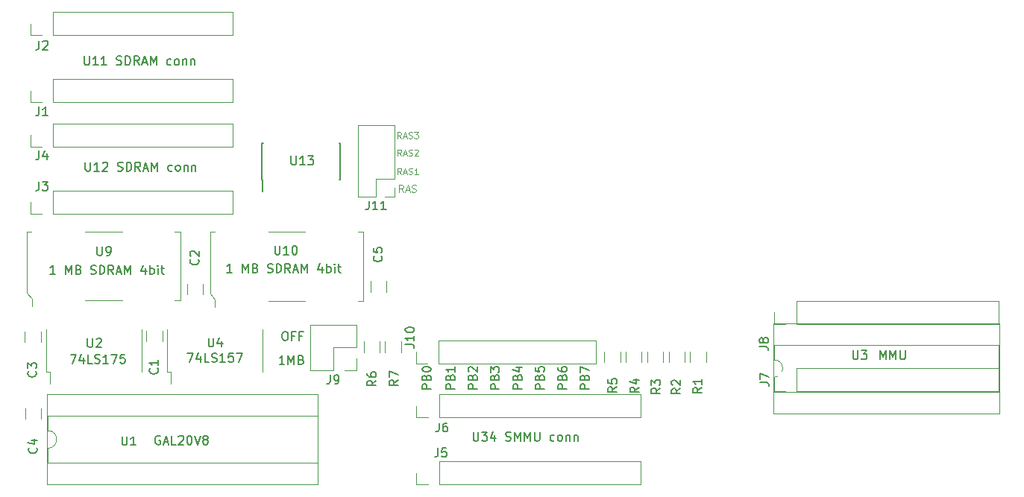
<source format=gto>
G04 #@! TF.GenerationSoftware,KiCad,Pcbnew,(5.1.0)-1*
G04 #@! TF.CreationDate,2021-03-18T21:33:44+01:00*
G04 #@! TF.ProjectId,Atari simm expansion,41746172-6920-4736-996d-6d2065787061,rev?*
G04 #@! TF.SameCoordinates,Original*
G04 #@! TF.FileFunction,Legend,Top*
G04 #@! TF.FilePolarity,Positive*
%FSLAX46Y46*%
G04 Gerber Fmt 4.6, Leading zero omitted, Abs format (unit mm)*
G04 Created by KiCad (PCBNEW (5.1.0)-1) date 2021-03-18 21:33:44*
%MOMM*%
%LPD*%
G04 APERTURE LIST*
%ADD10C,0.150000*%
%ADD11C,0.120000*%
%ADD12O,1.452000X1.452000*%
%ADD13R,1.452000X1.452000*%
%ADD14R,0.702000X1.602000*%
%ADD15C,0.100000*%
%ADD16C,1.527000*%
%ADD17O,1.802000X1.802000*%
%ADD18R,1.802000X1.802000*%
%ADD19O,1.702000X1.702000*%
%ADD20R,1.702000X1.702000*%
%ADD21R,0.902000X1.402000*%
%ADD22C,0.802000*%
G04 APERTURE END LIST*
D10*
X201136428Y-111145580D02*
X201136428Y-110145580D01*
X201469761Y-110859866D01*
X201803095Y-110145580D01*
X201803095Y-111145580D01*
X202279285Y-111145580D02*
X202279285Y-110145580D01*
X202612619Y-110859866D01*
X202945952Y-110145580D01*
X202945952Y-111145580D01*
X203422142Y-110145580D02*
X203422142Y-110955104D01*
X203469761Y-111050342D01*
X203517380Y-111097961D01*
X203612619Y-111145580D01*
X203803095Y-111145580D01*
X203898333Y-111097961D01*
X203945952Y-111050342D01*
X203993571Y-110955104D01*
X203993571Y-110145580D01*
X154980428Y-119416580D02*
X154980428Y-120226104D01*
X155028047Y-120321342D01*
X155075666Y-120368961D01*
X155170904Y-120416580D01*
X155361380Y-120416580D01*
X155456619Y-120368961D01*
X155504238Y-120321342D01*
X155551857Y-120226104D01*
X155551857Y-119416580D01*
X155932809Y-119416580D02*
X156551857Y-119416580D01*
X156218523Y-119797533D01*
X156361380Y-119797533D01*
X156456619Y-119845152D01*
X156504238Y-119892771D01*
X156551857Y-119988009D01*
X156551857Y-120226104D01*
X156504238Y-120321342D01*
X156456619Y-120368961D01*
X156361380Y-120416580D01*
X156075666Y-120416580D01*
X155980428Y-120368961D01*
X155932809Y-120321342D01*
X157409000Y-119749914D02*
X157409000Y-120416580D01*
X157170904Y-119368961D02*
X156932809Y-120083247D01*
X157551857Y-120083247D01*
X158647095Y-120368961D02*
X158789952Y-120416580D01*
X159028047Y-120416580D01*
X159123285Y-120368961D01*
X159170904Y-120321342D01*
X159218523Y-120226104D01*
X159218523Y-120130866D01*
X159170904Y-120035628D01*
X159123285Y-119988009D01*
X159028047Y-119940390D01*
X158837571Y-119892771D01*
X158742333Y-119845152D01*
X158694714Y-119797533D01*
X158647095Y-119702295D01*
X158647095Y-119607057D01*
X158694714Y-119511819D01*
X158742333Y-119464200D01*
X158837571Y-119416580D01*
X159075666Y-119416580D01*
X159218523Y-119464200D01*
X159647095Y-120416580D02*
X159647095Y-119416580D01*
X159980428Y-120130866D01*
X160313761Y-119416580D01*
X160313761Y-120416580D01*
X160789952Y-120416580D02*
X160789952Y-119416580D01*
X161123285Y-120130866D01*
X161456619Y-119416580D01*
X161456619Y-120416580D01*
X161932809Y-119416580D02*
X161932809Y-120226104D01*
X161980428Y-120321342D01*
X162028047Y-120368961D01*
X162123285Y-120416580D01*
X162313761Y-120416580D01*
X162409000Y-120368961D01*
X162456619Y-120321342D01*
X162504238Y-120226104D01*
X162504238Y-119416580D01*
X164170904Y-120368961D02*
X164075666Y-120416580D01*
X163885190Y-120416580D01*
X163789952Y-120368961D01*
X163742333Y-120321342D01*
X163694714Y-120226104D01*
X163694714Y-119940390D01*
X163742333Y-119845152D01*
X163789952Y-119797533D01*
X163885190Y-119749914D01*
X164075666Y-119749914D01*
X164170904Y-119797533D01*
X164742333Y-120416580D02*
X164647095Y-120368961D01*
X164599476Y-120321342D01*
X164551857Y-120226104D01*
X164551857Y-119940390D01*
X164599476Y-119845152D01*
X164647095Y-119797533D01*
X164742333Y-119749914D01*
X164885190Y-119749914D01*
X164980428Y-119797533D01*
X165028047Y-119845152D01*
X165075666Y-119940390D01*
X165075666Y-120226104D01*
X165028047Y-120321342D01*
X164980428Y-120368961D01*
X164885190Y-120416580D01*
X164742333Y-120416580D01*
X165504238Y-119749914D02*
X165504238Y-120416580D01*
X165504238Y-119845152D02*
X165551857Y-119797533D01*
X165647095Y-119749914D01*
X165789952Y-119749914D01*
X165885190Y-119797533D01*
X165932809Y-119892771D01*
X165932809Y-120416580D01*
X166409000Y-119749914D02*
X166409000Y-120416580D01*
X166409000Y-119845152D02*
X166456619Y-119797533D01*
X166551857Y-119749914D01*
X166694714Y-119749914D01*
X166789952Y-119797533D01*
X166837571Y-119892771D01*
X166837571Y-120416580D01*
X119415228Y-119870600D02*
X119319990Y-119822980D01*
X119177133Y-119822980D01*
X119034276Y-119870600D01*
X118939038Y-119965838D01*
X118891419Y-120061076D01*
X118843800Y-120251552D01*
X118843800Y-120394409D01*
X118891419Y-120584885D01*
X118939038Y-120680123D01*
X119034276Y-120775361D01*
X119177133Y-120822980D01*
X119272371Y-120822980D01*
X119415228Y-120775361D01*
X119462847Y-120727742D01*
X119462847Y-120394409D01*
X119272371Y-120394409D01*
X119843800Y-120537266D02*
X120319990Y-120537266D01*
X119748561Y-120822980D02*
X120081895Y-119822980D01*
X120415228Y-120822980D01*
X121224752Y-120822980D02*
X120748561Y-120822980D01*
X120748561Y-119822980D01*
X121510466Y-119918219D02*
X121558085Y-119870600D01*
X121653323Y-119822980D01*
X121891419Y-119822980D01*
X121986657Y-119870600D01*
X122034276Y-119918219D01*
X122081895Y-120013457D01*
X122081895Y-120108695D01*
X122034276Y-120251552D01*
X121462847Y-120822980D01*
X122081895Y-120822980D01*
X122700942Y-119822980D02*
X122796180Y-119822980D01*
X122891419Y-119870600D01*
X122939038Y-119918219D01*
X122986657Y-120013457D01*
X123034276Y-120203933D01*
X123034276Y-120442028D01*
X122986657Y-120632504D01*
X122939038Y-120727742D01*
X122891419Y-120775361D01*
X122796180Y-120822980D01*
X122700942Y-120822980D01*
X122605704Y-120775361D01*
X122558085Y-120727742D01*
X122510466Y-120632504D01*
X122462847Y-120442028D01*
X122462847Y-120203933D01*
X122510466Y-120013457D01*
X122558085Y-119918219D01*
X122605704Y-119870600D01*
X122700942Y-119822980D01*
X123319990Y-119822980D02*
X123653323Y-120822980D01*
X123986657Y-119822980D01*
X124462847Y-120251552D02*
X124367609Y-120203933D01*
X124319990Y-120156314D01*
X124272371Y-120061076D01*
X124272371Y-120013457D01*
X124319990Y-119918219D01*
X124367609Y-119870600D01*
X124462847Y-119822980D01*
X124653323Y-119822980D01*
X124748561Y-119870600D01*
X124796180Y-119918219D01*
X124843800Y-120013457D01*
X124843800Y-120061076D01*
X124796180Y-120156314D01*
X124748561Y-120203933D01*
X124653323Y-120251552D01*
X124462847Y-120251552D01*
X124367609Y-120299171D01*
X124319990Y-120346790D01*
X124272371Y-120442028D01*
X124272371Y-120632504D01*
X124319990Y-120727742D01*
X124367609Y-120775361D01*
X124462847Y-120822980D01*
X124653323Y-120822980D01*
X124748561Y-120775361D01*
X124796180Y-120727742D01*
X124843800Y-120632504D01*
X124843800Y-120442028D01*
X124796180Y-120346790D01*
X124748561Y-120299171D01*
X124653323Y-120251552D01*
X122509352Y-110450380D02*
X123176019Y-110450380D01*
X122747447Y-111450380D01*
X123985542Y-110783714D02*
X123985542Y-111450380D01*
X123747447Y-110402761D02*
X123509352Y-111117047D01*
X124128400Y-111117047D01*
X124985542Y-111450380D02*
X124509352Y-111450380D01*
X124509352Y-110450380D01*
X125271257Y-111402761D02*
X125414114Y-111450380D01*
X125652209Y-111450380D01*
X125747447Y-111402761D01*
X125795066Y-111355142D01*
X125842685Y-111259904D01*
X125842685Y-111164666D01*
X125795066Y-111069428D01*
X125747447Y-111021809D01*
X125652209Y-110974190D01*
X125461733Y-110926571D01*
X125366495Y-110878952D01*
X125318876Y-110831333D01*
X125271257Y-110736095D01*
X125271257Y-110640857D01*
X125318876Y-110545619D01*
X125366495Y-110498000D01*
X125461733Y-110450380D01*
X125699828Y-110450380D01*
X125842685Y-110498000D01*
X126795066Y-111450380D02*
X126223638Y-111450380D01*
X126509352Y-111450380D02*
X126509352Y-110450380D01*
X126414114Y-110593238D01*
X126318876Y-110688476D01*
X126223638Y-110736095D01*
X127699828Y-110450380D02*
X127223638Y-110450380D01*
X127176019Y-110926571D01*
X127223638Y-110878952D01*
X127318876Y-110831333D01*
X127556971Y-110831333D01*
X127652209Y-110878952D01*
X127699828Y-110926571D01*
X127747447Y-111021809D01*
X127747447Y-111259904D01*
X127699828Y-111355142D01*
X127652209Y-111402761D01*
X127556971Y-111450380D01*
X127318876Y-111450380D01*
X127223638Y-111402761D01*
X127176019Y-111355142D01*
X128080780Y-110450380D02*
X128747447Y-110450380D01*
X128318876Y-111450380D01*
X109250552Y-110602780D02*
X109917219Y-110602780D01*
X109488647Y-111602780D01*
X110726742Y-110936114D02*
X110726742Y-111602780D01*
X110488647Y-110555161D02*
X110250552Y-111269447D01*
X110869600Y-111269447D01*
X111726742Y-111602780D02*
X111250552Y-111602780D01*
X111250552Y-110602780D01*
X112012457Y-111555161D02*
X112155314Y-111602780D01*
X112393409Y-111602780D01*
X112488647Y-111555161D01*
X112536266Y-111507542D01*
X112583885Y-111412304D01*
X112583885Y-111317066D01*
X112536266Y-111221828D01*
X112488647Y-111174209D01*
X112393409Y-111126590D01*
X112202933Y-111078971D01*
X112107695Y-111031352D01*
X112060076Y-110983733D01*
X112012457Y-110888495D01*
X112012457Y-110793257D01*
X112060076Y-110698019D01*
X112107695Y-110650400D01*
X112202933Y-110602780D01*
X112441028Y-110602780D01*
X112583885Y-110650400D01*
X113536266Y-111602780D02*
X112964838Y-111602780D01*
X113250552Y-111602780D02*
X113250552Y-110602780D01*
X113155314Y-110745638D01*
X113060076Y-110840876D01*
X112964838Y-110888495D01*
X113869600Y-110602780D02*
X114536266Y-110602780D01*
X114107695Y-111602780D01*
X115393409Y-110602780D02*
X114917219Y-110602780D01*
X114869600Y-111078971D01*
X114917219Y-111031352D01*
X115012457Y-110983733D01*
X115250552Y-110983733D01*
X115345790Y-111031352D01*
X115393409Y-111078971D01*
X115441028Y-111174209D01*
X115441028Y-111412304D01*
X115393409Y-111507542D01*
X115345790Y-111555161D01*
X115250552Y-111602780D01*
X115012457Y-111602780D01*
X114917219Y-111555161D01*
X114869600Y-111507542D01*
X127569057Y-101290380D02*
X126997628Y-101290380D01*
X127283342Y-101290380D02*
X127283342Y-100290380D01*
X127188104Y-100433238D01*
X127092866Y-100528476D01*
X126997628Y-100576095D01*
X128759533Y-101290380D02*
X128759533Y-100290380D01*
X129092866Y-101004666D01*
X129426200Y-100290380D01*
X129426200Y-101290380D01*
X130235723Y-100766571D02*
X130378580Y-100814190D01*
X130426200Y-100861809D01*
X130473819Y-100957047D01*
X130473819Y-101099904D01*
X130426200Y-101195142D01*
X130378580Y-101242761D01*
X130283342Y-101290380D01*
X129902390Y-101290380D01*
X129902390Y-100290380D01*
X130235723Y-100290380D01*
X130330961Y-100338000D01*
X130378580Y-100385619D01*
X130426200Y-100480857D01*
X130426200Y-100576095D01*
X130378580Y-100671333D01*
X130330961Y-100718952D01*
X130235723Y-100766571D01*
X129902390Y-100766571D01*
X131616676Y-101242761D02*
X131759533Y-101290380D01*
X131997628Y-101290380D01*
X132092866Y-101242761D01*
X132140485Y-101195142D01*
X132188104Y-101099904D01*
X132188104Y-101004666D01*
X132140485Y-100909428D01*
X132092866Y-100861809D01*
X131997628Y-100814190D01*
X131807152Y-100766571D01*
X131711914Y-100718952D01*
X131664295Y-100671333D01*
X131616676Y-100576095D01*
X131616676Y-100480857D01*
X131664295Y-100385619D01*
X131711914Y-100338000D01*
X131807152Y-100290380D01*
X132045247Y-100290380D01*
X132188104Y-100338000D01*
X132616676Y-101290380D02*
X132616676Y-100290380D01*
X132854771Y-100290380D01*
X132997628Y-100338000D01*
X133092866Y-100433238D01*
X133140485Y-100528476D01*
X133188104Y-100718952D01*
X133188104Y-100861809D01*
X133140485Y-101052285D01*
X133092866Y-101147523D01*
X132997628Y-101242761D01*
X132854771Y-101290380D01*
X132616676Y-101290380D01*
X134188104Y-101290380D02*
X133854771Y-100814190D01*
X133616676Y-101290380D02*
X133616676Y-100290380D01*
X133997628Y-100290380D01*
X134092866Y-100338000D01*
X134140485Y-100385619D01*
X134188104Y-100480857D01*
X134188104Y-100623714D01*
X134140485Y-100718952D01*
X134092866Y-100766571D01*
X133997628Y-100814190D01*
X133616676Y-100814190D01*
X134569057Y-101004666D02*
X135045247Y-101004666D01*
X134473819Y-101290380D02*
X134807152Y-100290380D01*
X135140485Y-101290380D01*
X135473819Y-101290380D02*
X135473819Y-100290380D01*
X135807152Y-101004666D01*
X136140485Y-100290380D01*
X136140485Y-101290380D01*
X137807152Y-100623714D02*
X137807152Y-101290380D01*
X137569057Y-100242761D02*
X137330961Y-100957047D01*
X137950009Y-100957047D01*
X138330961Y-101290380D02*
X138330961Y-100290380D01*
X138330961Y-100671333D02*
X138426200Y-100623714D01*
X138616676Y-100623714D01*
X138711914Y-100671333D01*
X138759533Y-100718952D01*
X138807152Y-100814190D01*
X138807152Y-101099904D01*
X138759533Y-101195142D01*
X138711914Y-101242761D01*
X138616676Y-101290380D01*
X138426200Y-101290380D01*
X138330961Y-101242761D01*
X139235723Y-101290380D02*
X139235723Y-100623714D01*
X139235723Y-100290380D02*
X139188104Y-100338000D01*
X139235723Y-100385619D01*
X139283342Y-100338000D01*
X139235723Y-100290380D01*
X139235723Y-100385619D01*
X139569057Y-100623714D02*
X139950009Y-100623714D01*
X139711914Y-100290380D02*
X139711914Y-101147523D01*
X139759533Y-101242761D01*
X139854771Y-101290380D01*
X139950009Y-101290380D01*
X107503057Y-101468180D02*
X106931628Y-101468180D01*
X107217342Y-101468180D02*
X107217342Y-100468180D01*
X107122104Y-100611038D01*
X107026866Y-100706276D01*
X106931628Y-100753895D01*
X108693533Y-101468180D02*
X108693533Y-100468180D01*
X109026866Y-101182466D01*
X109360200Y-100468180D01*
X109360200Y-101468180D01*
X110169723Y-100944371D02*
X110312580Y-100991990D01*
X110360200Y-101039609D01*
X110407819Y-101134847D01*
X110407819Y-101277704D01*
X110360200Y-101372942D01*
X110312580Y-101420561D01*
X110217342Y-101468180D01*
X109836390Y-101468180D01*
X109836390Y-100468180D01*
X110169723Y-100468180D01*
X110264961Y-100515800D01*
X110312580Y-100563419D01*
X110360200Y-100658657D01*
X110360200Y-100753895D01*
X110312580Y-100849133D01*
X110264961Y-100896752D01*
X110169723Y-100944371D01*
X109836390Y-100944371D01*
X111550676Y-101420561D02*
X111693533Y-101468180D01*
X111931628Y-101468180D01*
X112026866Y-101420561D01*
X112074485Y-101372942D01*
X112122104Y-101277704D01*
X112122104Y-101182466D01*
X112074485Y-101087228D01*
X112026866Y-101039609D01*
X111931628Y-100991990D01*
X111741152Y-100944371D01*
X111645914Y-100896752D01*
X111598295Y-100849133D01*
X111550676Y-100753895D01*
X111550676Y-100658657D01*
X111598295Y-100563419D01*
X111645914Y-100515800D01*
X111741152Y-100468180D01*
X111979247Y-100468180D01*
X112122104Y-100515800D01*
X112550676Y-101468180D02*
X112550676Y-100468180D01*
X112788771Y-100468180D01*
X112931628Y-100515800D01*
X113026866Y-100611038D01*
X113074485Y-100706276D01*
X113122104Y-100896752D01*
X113122104Y-101039609D01*
X113074485Y-101230085D01*
X113026866Y-101325323D01*
X112931628Y-101420561D01*
X112788771Y-101468180D01*
X112550676Y-101468180D01*
X114122104Y-101468180D02*
X113788771Y-100991990D01*
X113550676Y-101468180D02*
X113550676Y-100468180D01*
X113931628Y-100468180D01*
X114026866Y-100515800D01*
X114074485Y-100563419D01*
X114122104Y-100658657D01*
X114122104Y-100801514D01*
X114074485Y-100896752D01*
X114026866Y-100944371D01*
X113931628Y-100991990D01*
X113550676Y-100991990D01*
X114503057Y-101182466D02*
X114979247Y-101182466D01*
X114407819Y-101468180D02*
X114741152Y-100468180D01*
X115074485Y-101468180D01*
X115407819Y-101468180D02*
X115407819Y-100468180D01*
X115741152Y-101182466D01*
X116074485Y-100468180D01*
X116074485Y-101468180D01*
X117741152Y-100801514D02*
X117741152Y-101468180D01*
X117503057Y-100420561D02*
X117264961Y-101134847D01*
X117884009Y-101134847D01*
X118264961Y-101468180D02*
X118264961Y-100468180D01*
X118264961Y-100849133D02*
X118360200Y-100801514D01*
X118550676Y-100801514D01*
X118645914Y-100849133D01*
X118693533Y-100896752D01*
X118741152Y-100991990D01*
X118741152Y-101277704D01*
X118693533Y-101372942D01*
X118645914Y-101420561D01*
X118550676Y-101468180D01*
X118360200Y-101468180D01*
X118264961Y-101420561D01*
X119169723Y-101468180D02*
X119169723Y-100801514D01*
X119169723Y-100468180D02*
X119122104Y-100515800D01*
X119169723Y-100563419D01*
X119217342Y-100515800D01*
X119169723Y-100468180D01*
X119169723Y-100563419D01*
X119503057Y-100801514D02*
X119884009Y-100801514D01*
X119645914Y-100468180D02*
X119645914Y-101325323D01*
X119693533Y-101420561D01*
X119788771Y-101468180D01*
X119884009Y-101468180D01*
X110933695Y-88758780D02*
X110933695Y-89568304D01*
X110981314Y-89663542D01*
X111028933Y-89711161D01*
X111124171Y-89758780D01*
X111314647Y-89758780D01*
X111409885Y-89711161D01*
X111457504Y-89663542D01*
X111505123Y-89568304D01*
X111505123Y-88758780D01*
X112505123Y-89758780D02*
X111933695Y-89758780D01*
X112219409Y-89758780D02*
X112219409Y-88758780D01*
X112124171Y-88901638D01*
X112028933Y-88996876D01*
X111933695Y-89044495D01*
X112886076Y-88854019D02*
X112933695Y-88806400D01*
X113028933Y-88758780D01*
X113267028Y-88758780D01*
X113362266Y-88806400D01*
X113409885Y-88854019D01*
X113457504Y-88949257D01*
X113457504Y-89044495D01*
X113409885Y-89187352D01*
X112838457Y-89758780D01*
X113457504Y-89758780D01*
X114600361Y-89711161D02*
X114743219Y-89758780D01*
X114981314Y-89758780D01*
X115076552Y-89711161D01*
X115124171Y-89663542D01*
X115171790Y-89568304D01*
X115171790Y-89473066D01*
X115124171Y-89377828D01*
X115076552Y-89330209D01*
X114981314Y-89282590D01*
X114790838Y-89234971D01*
X114695600Y-89187352D01*
X114647980Y-89139733D01*
X114600361Y-89044495D01*
X114600361Y-88949257D01*
X114647980Y-88854019D01*
X114695600Y-88806400D01*
X114790838Y-88758780D01*
X115028933Y-88758780D01*
X115171790Y-88806400D01*
X115600361Y-89758780D02*
X115600361Y-88758780D01*
X115838457Y-88758780D01*
X115981314Y-88806400D01*
X116076552Y-88901638D01*
X116124171Y-88996876D01*
X116171790Y-89187352D01*
X116171790Y-89330209D01*
X116124171Y-89520685D01*
X116076552Y-89615923D01*
X115981314Y-89711161D01*
X115838457Y-89758780D01*
X115600361Y-89758780D01*
X117171790Y-89758780D02*
X116838457Y-89282590D01*
X116600361Y-89758780D02*
X116600361Y-88758780D01*
X116981314Y-88758780D01*
X117076552Y-88806400D01*
X117124171Y-88854019D01*
X117171790Y-88949257D01*
X117171790Y-89092114D01*
X117124171Y-89187352D01*
X117076552Y-89234971D01*
X116981314Y-89282590D01*
X116600361Y-89282590D01*
X117552742Y-89473066D02*
X118028933Y-89473066D01*
X117457504Y-89758780D02*
X117790838Y-88758780D01*
X118124171Y-89758780D01*
X118457504Y-89758780D02*
X118457504Y-88758780D01*
X118790838Y-89473066D01*
X119124171Y-88758780D01*
X119124171Y-89758780D01*
X120790838Y-89711161D02*
X120695600Y-89758780D01*
X120505123Y-89758780D01*
X120409885Y-89711161D01*
X120362266Y-89663542D01*
X120314647Y-89568304D01*
X120314647Y-89282590D01*
X120362266Y-89187352D01*
X120409885Y-89139733D01*
X120505123Y-89092114D01*
X120695600Y-89092114D01*
X120790838Y-89139733D01*
X121362266Y-89758780D02*
X121267028Y-89711161D01*
X121219409Y-89663542D01*
X121171790Y-89568304D01*
X121171790Y-89282590D01*
X121219409Y-89187352D01*
X121267028Y-89139733D01*
X121362266Y-89092114D01*
X121505123Y-89092114D01*
X121600361Y-89139733D01*
X121647980Y-89187352D01*
X121695600Y-89282590D01*
X121695600Y-89568304D01*
X121647980Y-89663542D01*
X121600361Y-89711161D01*
X121505123Y-89758780D01*
X121362266Y-89758780D01*
X122124171Y-89092114D02*
X122124171Y-89758780D01*
X122124171Y-89187352D02*
X122171790Y-89139733D01*
X122267028Y-89092114D01*
X122409885Y-89092114D01*
X122505123Y-89139733D01*
X122552742Y-89234971D01*
X122552742Y-89758780D01*
X123028933Y-89092114D02*
X123028933Y-89758780D01*
X123028933Y-89187352D02*
X123076552Y-89139733D01*
X123171790Y-89092114D01*
X123314647Y-89092114D01*
X123409885Y-89139733D01*
X123457504Y-89234971D01*
X123457504Y-89758780D01*
X110806695Y-76693780D02*
X110806695Y-77503304D01*
X110854314Y-77598542D01*
X110901933Y-77646161D01*
X110997171Y-77693780D01*
X111187647Y-77693780D01*
X111282885Y-77646161D01*
X111330504Y-77598542D01*
X111378123Y-77503304D01*
X111378123Y-76693780D01*
X112378123Y-77693780D02*
X111806695Y-77693780D01*
X112092409Y-77693780D02*
X112092409Y-76693780D01*
X111997171Y-76836638D01*
X111901933Y-76931876D01*
X111806695Y-76979495D01*
X113330504Y-77693780D02*
X112759076Y-77693780D01*
X113044790Y-77693780D02*
X113044790Y-76693780D01*
X112949552Y-76836638D01*
X112854314Y-76931876D01*
X112759076Y-76979495D01*
X114473361Y-77646161D02*
X114616219Y-77693780D01*
X114854314Y-77693780D01*
X114949552Y-77646161D01*
X114997171Y-77598542D01*
X115044790Y-77503304D01*
X115044790Y-77408066D01*
X114997171Y-77312828D01*
X114949552Y-77265209D01*
X114854314Y-77217590D01*
X114663838Y-77169971D01*
X114568600Y-77122352D01*
X114520980Y-77074733D01*
X114473361Y-76979495D01*
X114473361Y-76884257D01*
X114520980Y-76789019D01*
X114568600Y-76741400D01*
X114663838Y-76693780D01*
X114901933Y-76693780D01*
X115044790Y-76741400D01*
X115473361Y-77693780D02*
X115473361Y-76693780D01*
X115711457Y-76693780D01*
X115854314Y-76741400D01*
X115949552Y-76836638D01*
X115997171Y-76931876D01*
X116044790Y-77122352D01*
X116044790Y-77265209D01*
X115997171Y-77455685D01*
X115949552Y-77550923D01*
X115854314Y-77646161D01*
X115711457Y-77693780D01*
X115473361Y-77693780D01*
X117044790Y-77693780D02*
X116711457Y-77217590D01*
X116473361Y-77693780D02*
X116473361Y-76693780D01*
X116854314Y-76693780D01*
X116949552Y-76741400D01*
X116997171Y-76789019D01*
X117044790Y-76884257D01*
X117044790Y-77027114D01*
X116997171Y-77122352D01*
X116949552Y-77169971D01*
X116854314Y-77217590D01*
X116473361Y-77217590D01*
X117425742Y-77408066D02*
X117901933Y-77408066D01*
X117330504Y-77693780D02*
X117663838Y-76693780D01*
X117997171Y-77693780D01*
X118330504Y-77693780D02*
X118330504Y-76693780D01*
X118663838Y-77408066D01*
X118997171Y-76693780D01*
X118997171Y-77693780D01*
X120663838Y-77646161D02*
X120568600Y-77693780D01*
X120378123Y-77693780D01*
X120282885Y-77646161D01*
X120235266Y-77598542D01*
X120187647Y-77503304D01*
X120187647Y-77217590D01*
X120235266Y-77122352D01*
X120282885Y-77074733D01*
X120378123Y-77027114D01*
X120568600Y-77027114D01*
X120663838Y-77074733D01*
X121235266Y-77693780D02*
X121140028Y-77646161D01*
X121092409Y-77598542D01*
X121044790Y-77503304D01*
X121044790Y-77217590D01*
X121092409Y-77122352D01*
X121140028Y-77074733D01*
X121235266Y-77027114D01*
X121378123Y-77027114D01*
X121473361Y-77074733D01*
X121520980Y-77122352D01*
X121568600Y-77217590D01*
X121568600Y-77503304D01*
X121520980Y-77598542D01*
X121473361Y-77646161D01*
X121378123Y-77693780D01*
X121235266Y-77693780D01*
X121997171Y-77027114D02*
X121997171Y-77693780D01*
X121997171Y-77122352D02*
X122044790Y-77074733D01*
X122140028Y-77027114D01*
X122282885Y-77027114D01*
X122378123Y-77074733D01*
X122425742Y-77169971D01*
X122425742Y-77693780D01*
X122901933Y-77027114D02*
X122901933Y-77693780D01*
X122901933Y-77122352D02*
X122949552Y-77074733D01*
X123044790Y-77027114D01*
X123187647Y-77027114D01*
X123282885Y-77074733D01*
X123330504Y-77169971D01*
X123330504Y-77693780D01*
X168122860Y-114532255D02*
X167122860Y-114532255D01*
X167122860Y-114151302D01*
X167170480Y-114056064D01*
X167218099Y-114008445D01*
X167313337Y-113960826D01*
X167456194Y-113960826D01*
X167551432Y-114008445D01*
X167599051Y-114056064D01*
X167646670Y-114151302D01*
X167646670Y-114532255D01*
X167599051Y-113198921D02*
X167646670Y-113056064D01*
X167694289Y-113008445D01*
X167789527Y-112960826D01*
X167932384Y-112960826D01*
X168027622Y-113008445D01*
X168075241Y-113056064D01*
X168122860Y-113151302D01*
X168122860Y-113532255D01*
X167122860Y-113532255D01*
X167122860Y-113198921D01*
X167170480Y-113103683D01*
X167218099Y-113056064D01*
X167313337Y-113008445D01*
X167408575Y-113008445D01*
X167503813Y-113056064D01*
X167551432Y-113103683D01*
X167599051Y-113198921D01*
X167599051Y-113532255D01*
X167122860Y-112627493D02*
X167122860Y-111960826D01*
X168122860Y-112389398D01*
X165582860Y-114517015D02*
X164582860Y-114517015D01*
X164582860Y-114136062D01*
X164630480Y-114040824D01*
X164678099Y-113993205D01*
X164773337Y-113945586D01*
X164916194Y-113945586D01*
X165011432Y-113993205D01*
X165059051Y-114040824D01*
X165106670Y-114136062D01*
X165106670Y-114517015D01*
X165059051Y-113183681D02*
X165106670Y-113040824D01*
X165154289Y-112993205D01*
X165249527Y-112945586D01*
X165392384Y-112945586D01*
X165487622Y-112993205D01*
X165535241Y-113040824D01*
X165582860Y-113136062D01*
X165582860Y-113517015D01*
X164582860Y-113517015D01*
X164582860Y-113183681D01*
X164630480Y-113088443D01*
X164678099Y-113040824D01*
X164773337Y-112993205D01*
X164868575Y-112993205D01*
X164963813Y-113040824D01*
X165011432Y-113088443D01*
X165059051Y-113183681D01*
X165059051Y-113517015D01*
X164582860Y-112088443D02*
X164582860Y-112278920D01*
X164630480Y-112374158D01*
X164678099Y-112421777D01*
X164820956Y-112517015D01*
X165011432Y-112564634D01*
X165392384Y-112564634D01*
X165487622Y-112517015D01*
X165535241Y-112469396D01*
X165582860Y-112374158D01*
X165582860Y-112183681D01*
X165535241Y-112088443D01*
X165487622Y-112040824D01*
X165392384Y-111993205D01*
X165154289Y-111993205D01*
X165059051Y-112040824D01*
X165011432Y-112088443D01*
X164963813Y-112183681D01*
X164963813Y-112374158D01*
X165011432Y-112469396D01*
X165059051Y-112517015D01*
X165154289Y-112564634D01*
X163017460Y-114517015D02*
X162017460Y-114517015D01*
X162017460Y-114136062D01*
X162065080Y-114040824D01*
X162112699Y-113993205D01*
X162207937Y-113945586D01*
X162350794Y-113945586D01*
X162446032Y-113993205D01*
X162493651Y-114040824D01*
X162541270Y-114136062D01*
X162541270Y-114517015D01*
X162493651Y-113183681D02*
X162541270Y-113040824D01*
X162588889Y-112993205D01*
X162684127Y-112945586D01*
X162826984Y-112945586D01*
X162922222Y-112993205D01*
X162969841Y-113040824D01*
X163017460Y-113136062D01*
X163017460Y-113517015D01*
X162017460Y-113517015D01*
X162017460Y-113183681D01*
X162065080Y-113088443D01*
X162112699Y-113040824D01*
X162207937Y-112993205D01*
X162303175Y-112993205D01*
X162398413Y-113040824D01*
X162446032Y-113088443D01*
X162493651Y-113183681D01*
X162493651Y-113517015D01*
X162017460Y-112040824D02*
X162017460Y-112517015D01*
X162493651Y-112564634D01*
X162446032Y-112517015D01*
X162398413Y-112421777D01*
X162398413Y-112183681D01*
X162446032Y-112088443D01*
X162493651Y-112040824D01*
X162588889Y-111993205D01*
X162826984Y-111993205D01*
X162922222Y-112040824D01*
X162969841Y-112088443D01*
X163017460Y-112183681D01*
X163017460Y-112421777D01*
X162969841Y-112517015D01*
X162922222Y-112564634D01*
X160487620Y-114517015D02*
X159487620Y-114517015D01*
X159487620Y-114136062D01*
X159535240Y-114040824D01*
X159582859Y-113993205D01*
X159678097Y-113945586D01*
X159820954Y-113945586D01*
X159916192Y-113993205D01*
X159963811Y-114040824D01*
X160011430Y-114136062D01*
X160011430Y-114517015D01*
X159963811Y-113183681D02*
X160011430Y-113040824D01*
X160059049Y-112993205D01*
X160154287Y-112945586D01*
X160297144Y-112945586D01*
X160392382Y-112993205D01*
X160440001Y-113040824D01*
X160487620Y-113136062D01*
X160487620Y-113517015D01*
X159487620Y-113517015D01*
X159487620Y-113183681D01*
X159535240Y-113088443D01*
X159582859Y-113040824D01*
X159678097Y-112993205D01*
X159773335Y-112993205D01*
X159868573Y-113040824D01*
X159916192Y-113088443D01*
X159963811Y-113183681D01*
X159963811Y-113517015D01*
X159820954Y-112088443D02*
X160487620Y-112088443D01*
X159440001Y-112326539D02*
X160154287Y-112564634D01*
X160154287Y-111945586D01*
X157922220Y-114517015D02*
X156922220Y-114517015D01*
X156922220Y-114136062D01*
X156969840Y-114040824D01*
X157017459Y-113993205D01*
X157112697Y-113945586D01*
X157255554Y-113945586D01*
X157350792Y-113993205D01*
X157398411Y-114040824D01*
X157446030Y-114136062D01*
X157446030Y-114517015D01*
X157398411Y-113183681D02*
X157446030Y-113040824D01*
X157493649Y-112993205D01*
X157588887Y-112945586D01*
X157731744Y-112945586D01*
X157826982Y-112993205D01*
X157874601Y-113040824D01*
X157922220Y-113136062D01*
X157922220Y-113517015D01*
X156922220Y-113517015D01*
X156922220Y-113183681D01*
X156969840Y-113088443D01*
X157017459Y-113040824D01*
X157112697Y-112993205D01*
X157207935Y-112993205D01*
X157303173Y-113040824D01*
X157350792Y-113088443D01*
X157398411Y-113183681D01*
X157398411Y-113517015D01*
X156922220Y-112612253D02*
X156922220Y-111993205D01*
X157303173Y-112326539D01*
X157303173Y-112183681D01*
X157350792Y-112088443D01*
X157398411Y-112040824D01*
X157493649Y-111993205D01*
X157731744Y-111993205D01*
X157826982Y-112040824D01*
X157874601Y-112088443D01*
X157922220Y-112183681D01*
X157922220Y-112469396D01*
X157874601Y-112564634D01*
X157826982Y-112612253D01*
X155402540Y-114501775D02*
X154402540Y-114501775D01*
X154402540Y-114120822D01*
X154450160Y-114025584D01*
X154497779Y-113977965D01*
X154593017Y-113930346D01*
X154735874Y-113930346D01*
X154831112Y-113977965D01*
X154878731Y-114025584D01*
X154926350Y-114120822D01*
X154926350Y-114501775D01*
X154878731Y-113168441D02*
X154926350Y-113025584D01*
X154973969Y-112977965D01*
X155069207Y-112930346D01*
X155212064Y-112930346D01*
X155307302Y-112977965D01*
X155354921Y-113025584D01*
X155402540Y-113120822D01*
X155402540Y-113501775D01*
X154402540Y-113501775D01*
X154402540Y-113168441D01*
X154450160Y-113073203D01*
X154497779Y-113025584D01*
X154593017Y-112977965D01*
X154688255Y-112977965D01*
X154783493Y-113025584D01*
X154831112Y-113073203D01*
X154878731Y-113168441D01*
X154878731Y-113501775D01*
X154497779Y-112549394D02*
X154450160Y-112501775D01*
X154402540Y-112406537D01*
X154402540Y-112168441D01*
X154450160Y-112073203D01*
X154497779Y-112025584D01*
X154593017Y-111977965D01*
X154688255Y-111977965D01*
X154831112Y-112025584D01*
X155402540Y-112597013D01*
X155402540Y-111977965D01*
X152862540Y-114511935D02*
X151862540Y-114511935D01*
X151862540Y-114130982D01*
X151910160Y-114035744D01*
X151957779Y-113988125D01*
X152053017Y-113940506D01*
X152195874Y-113940506D01*
X152291112Y-113988125D01*
X152338731Y-114035744D01*
X152386350Y-114130982D01*
X152386350Y-114511935D01*
X152338731Y-113178601D02*
X152386350Y-113035744D01*
X152433969Y-112988125D01*
X152529207Y-112940506D01*
X152672064Y-112940506D01*
X152767302Y-112988125D01*
X152814921Y-113035744D01*
X152862540Y-113130982D01*
X152862540Y-113511935D01*
X151862540Y-113511935D01*
X151862540Y-113178601D01*
X151910160Y-113083363D01*
X151957779Y-113035744D01*
X152053017Y-112988125D01*
X152148255Y-112988125D01*
X152243493Y-113035744D01*
X152291112Y-113083363D01*
X152338731Y-113178601D01*
X152338731Y-113511935D01*
X152862540Y-111988125D02*
X152862540Y-112559554D01*
X152862540Y-112273840D02*
X151862540Y-112273840D01*
X152005398Y-112369078D01*
X152100636Y-112464316D01*
X152148255Y-112559554D01*
X150159980Y-114522095D02*
X149159980Y-114522095D01*
X149159980Y-114141142D01*
X149207600Y-114045904D01*
X149255219Y-113998285D01*
X149350457Y-113950666D01*
X149493314Y-113950666D01*
X149588552Y-113998285D01*
X149636171Y-114045904D01*
X149683790Y-114141142D01*
X149683790Y-114522095D01*
X149636171Y-113188761D02*
X149683790Y-113045904D01*
X149731409Y-112998285D01*
X149826647Y-112950666D01*
X149969504Y-112950666D01*
X150064742Y-112998285D01*
X150112361Y-113045904D01*
X150159980Y-113141142D01*
X150159980Y-113522095D01*
X149159980Y-113522095D01*
X149159980Y-113188761D01*
X149207600Y-113093523D01*
X149255219Y-113045904D01*
X149350457Y-112998285D01*
X149445695Y-112998285D01*
X149540933Y-113045904D01*
X149588552Y-113093523D01*
X149636171Y-113188761D01*
X149636171Y-113522095D01*
X149159980Y-112331619D02*
X149159980Y-112236380D01*
X149207600Y-112141142D01*
X149255219Y-112093523D01*
X149350457Y-112045904D01*
X149540933Y-111998285D01*
X149779028Y-111998285D01*
X149969504Y-112045904D01*
X150064742Y-112093523D01*
X150112361Y-112141142D01*
X150159980Y-112236380D01*
X150159980Y-112331619D01*
X150112361Y-112426857D01*
X150064742Y-112474476D01*
X149969504Y-112522095D01*
X149779028Y-112569714D01*
X149540933Y-112569714D01*
X149350457Y-112522095D01*
X149255219Y-112474476D01*
X149207600Y-112426857D01*
X149159980Y-112331619D01*
X133515219Y-108001820D02*
X133705695Y-108001820D01*
X133800933Y-108049440D01*
X133896171Y-108144678D01*
X133943790Y-108335154D01*
X133943790Y-108668487D01*
X133896171Y-108858963D01*
X133800933Y-108954201D01*
X133705695Y-109001820D01*
X133515219Y-109001820D01*
X133419980Y-108954201D01*
X133324742Y-108858963D01*
X133277123Y-108668487D01*
X133277123Y-108335154D01*
X133324742Y-108144678D01*
X133419980Y-108049440D01*
X133515219Y-108001820D01*
X134705695Y-108478011D02*
X134372361Y-108478011D01*
X134372361Y-109001820D02*
X134372361Y-108001820D01*
X134848552Y-108001820D01*
X135562838Y-108478011D02*
X135229504Y-108478011D01*
X135229504Y-109001820D02*
X135229504Y-108001820D01*
X135705695Y-108001820D01*
X133534565Y-111714540D02*
X132963137Y-111714540D01*
X133248851Y-111714540D02*
X133248851Y-110714540D01*
X133153613Y-110857398D01*
X133058375Y-110952636D01*
X132963137Y-111000255D01*
X133963137Y-111714540D02*
X133963137Y-110714540D01*
X134296470Y-111428826D01*
X134629803Y-110714540D01*
X134629803Y-111714540D01*
X135439327Y-111190731D02*
X135582184Y-111238350D01*
X135629803Y-111285969D01*
X135677422Y-111381207D01*
X135677422Y-111524064D01*
X135629803Y-111619302D01*
X135582184Y-111666921D01*
X135486946Y-111714540D01*
X135105994Y-111714540D01*
X135105994Y-110714540D01*
X135439327Y-110714540D01*
X135534565Y-110762160D01*
X135582184Y-110809779D01*
X135629803Y-110905017D01*
X135629803Y-111000255D01*
X135582184Y-111095493D01*
X135534565Y-111143112D01*
X135439327Y-111190731D01*
X135105994Y-111190731D01*
D11*
X146768120Y-86026426D02*
X146534786Y-85693093D01*
X146368120Y-86026426D02*
X146368120Y-85326426D01*
X146634786Y-85326426D01*
X146701453Y-85359760D01*
X146734786Y-85393093D01*
X146768120Y-85459760D01*
X146768120Y-85559760D01*
X146734786Y-85626426D01*
X146701453Y-85659760D01*
X146634786Y-85693093D01*
X146368120Y-85693093D01*
X147034786Y-85826426D02*
X147368120Y-85826426D01*
X146968120Y-86026426D02*
X147201453Y-85326426D01*
X147434786Y-86026426D01*
X147634786Y-85993093D02*
X147734786Y-86026426D01*
X147901453Y-86026426D01*
X147968120Y-85993093D01*
X148001453Y-85959760D01*
X148034786Y-85893093D01*
X148034786Y-85826426D01*
X148001453Y-85759760D01*
X147968120Y-85726426D01*
X147901453Y-85693093D01*
X147768120Y-85659760D01*
X147701453Y-85626426D01*
X147668120Y-85593093D01*
X147634786Y-85526426D01*
X147634786Y-85459760D01*
X147668120Y-85393093D01*
X147701453Y-85359760D01*
X147768120Y-85326426D01*
X147934786Y-85326426D01*
X148034786Y-85359760D01*
X148268120Y-85326426D02*
X148701453Y-85326426D01*
X148468120Y-85593093D01*
X148568120Y-85593093D01*
X148634786Y-85626426D01*
X148668120Y-85659760D01*
X148701453Y-85726426D01*
X148701453Y-85893093D01*
X148668120Y-85959760D01*
X148634786Y-85993093D01*
X148568120Y-86026426D01*
X148368120Y-86026426D01*
X148301453Y-85993093D01*
X148268120Y-85959760D01*
X146783360Y-88007626D02*
X146550026Y-87674293D01*
X146383360Y-88007626D02*
X146383360Y-87307626D01*
X146650026Y-87307626D01*
X146716693Y-87340960D01*
X146750026Y-87374293D01*
X146783360Y-87440960D01*
X146783360Y-87540960D01*
X146750026Y-87607626D01*
X146716693Y-87640960D01*
X146650026Y-87674293D01*
X146383360Y-87674293D01*
X147050026Y-87807626D02*
X147383360Y-87807626D01*
X146983360Y-88007626D02*
X147216693Y-87307626D01*
X147450026Y-88007626D01*
X147650026Y-87974293D02*
X147750026Y-88007626D01*
X147916693Y-88007626D01*
X147983360Y-87974293D01*
X148016693Y-87940960D01*
X148050026Y-87874293D01*
X148050026Y-87807626D01*
X148016693Y-87740960D01*
X147983360Y-87707626D01*
X147916693Y-87674293D01*
X147783360Y-87640960D01*
X147716693Y-87607626D01*
X147683360Y-87574293D01*
X147650026Y-87507626D01*
X147650026Y-87440960D01*
X147683360Y-87374293D01*
X147716693Y-87340960D01*
X147783360Y-87307626D01*
X147950026Y-87307626D01*
X148050026Y-87340960D01*
X148316693Y-87374293D02*
X148350026Y-87340960D01*
X148416693Y-87307626D01*
X148583360Y-87307626D01*
X148650026Y-87340960D01*
X148683360Y-87374293D01*
X148716693Y-87440960D01*
X148716693Y-87507626D01*
X148683360Y-87607626D01*
X148283360Y-88007626D01*
X148716693Y-88007626D01*
X146783360Y-90120906D02*
X146550026Y-89787573D01*
X146383360Y-90120906D02*
X146383360Y-89420906D01*
X146650026Y-89420906D01*
X146716693Y-89454240D01*
X146750026Y-89487573D01*
X146783360Y-89554240D01*
X146783360Y-89654240D01*
X146750026Y-89720906D01*
X146716693Y-89754240D01*
X146650026Y-89787573D01*
X146383360Y-89787573D01*
X147050026Y-89920906D02*
X147383360Y-89920906D01*
X146983360Y-90120906D02*
X147216693Y-89420906D01*
X147450026Y-90120906D01*
X147650026Y-90087573D02*
X147750026Y-90120906D01*
X147916693Y-90120906D01*
X147983360Y-90087573D01*
X148016693Y-90054240D01*
X148050026Y-89987573D01*
X148050026Y-89920906D01*
X148016693Y-89854240D01*
X147983360Y-89820906D01*
X147916693Y-89787573D01*
X147783360Y-89754240D01*
X147716693Y-89720906D01*
X147683360Y-89687573D01*
X147650026Y-89620906D01*
X147650026Y-89554240D01*
X147683360Y-89487573D01*
X147716693Y-89454240D01*
X147783360Y-89420906D01*
X147950026Y-89420906D01*
X148050026Y-89454240D01*
X148716693Y-90120906D02*
X148316693Y-90120906D01*
X148516693Y-90120906D02*
X148516693Y-89420906D01*
X148450026Y-89520906D01*
X148383360Y-89587573D01*
X148316693Y-89620906D01*
X147023809Y-92142264D02*
X146757142Y-91761312D01*
X146566666Y-92142264D02*
X146566666Y-91342264D01*
X146871428Y-91342264D01*
X146947619Y-91380360D01*
X146985714Y-91418455D01*
X147023809Y-91494645D01*
X147023809Y-91608931D01*
X146985714Y-91685121D01*
X146947619Y-91723217D01*
X146871428Y-91761312D01*
X146566666Y-91761312D01*
X147328571Y-91913693D02*
X147709523Y-91913693D01*
X147252380Y-92142264D02*
X147519047Y-91342264D01*
X147785714Y-92142264D01*
X148014285Y-92104169D02*
X148128571Y-92142264D01*
X148319047Y-92142264D01*
X148395238Y-92104169D01*
X148433333Y-92066074D01*
X148471428Y-91989883D01*
X148471428Y-91913693D01*
X148433333Y-91837502D01*
X148395238Y-91799407D01*
X148319047Y-91761312D01*
X148166666Y-91723217D01*
X148090476Y-91685121D01*
X148052380Y-91647026D01*
X148014285Y-91570836D01*
X148014285Y-91494645D01*
X148052380Y-91418455D01*
X148090476Y-91380360D01*
X148166666Y-91342264D01*
X148357142Y-91342264D01*
X148471428Y-91380360D01*
X145987320Y-92693040D02*
X144927320Y-92693040D01*
X145987320Y-91633040D02*
X145987320Y-92693040D01*
X143927320Y-92693040D02*
X141867320Y-92693040D01*
X143927320Y-90633040D02*
X143927320Y-92693040D01*
X145987320Y-90633040D02*
X143927320Y-90633040D01*
X141867320Y-92693040D02*
X141867320Y-84573040D01*
X145987320Y-90633040D02*
X145987320Y-84573040D01*
X145987320Y-84573040D02*
X141867320Y-84573040D01*
D10*
X131007800Y-90685440D02*
X131007800Y-92060440D01*
X139882800Y-90685440D02*
X139882800Y-86535440D01*
X130982800Y-90685440D02*
X130982800Y-86535440D01*
X139882800Y-90685440D02*
X139767800Y-90685440D01*
X139882800Y-86535440D02*
X139767800Y-86535440D01*
X130982800Y-86535440D02*
X131097800Y-86535440D01*
X130982800Y-90685440D02*
X131007800Y-90685440D01*
D11*
X177144000Y-110268936D02*
X177144000Y-111473064D01*
X178964000Y-110268936D02*
X178964000Y-111473064D01*
X169828800Y-110243536D02*
X169828800Y-111447664D01*
X171648800Y-110243536D02*
X171648800Y-111447664D01*
X148453800Y-111642200D02*
X148453800Y-110312200D01*
X149783800Y-111642200D02*
X148453800Y-111642200D01*
X151053800Y-111642200D02*
X151053800Y-108982200D01*
X151053800Y-108982200D02*
X168893800Y-108982200D01*
X151053800Y-111642200D02*
X168893800Y-111642200D01*
X168893800Y-111642200D02*
X168893800Y-108982200D01*
X144936800Y-109125936D02*
X144936800Y-110330064D01*
X146756800Y-109125936D02*
X146756800Y-110330064D01*
X142549200Y-109125936D02*
X142549200Y-110330064D01*
X144369200Y-109125936D02*
X144369200Y-110330064D01*
X172267200Y-110243536D02*
X172267200Y-111447664D01*
X174087200Y-110243536D02*
X174087200Y-111447664D01*
X174705600Y-110243536D02*
X174705600Y-111447664D01*
X176525600Y-110243536D02*
X176525600Y-111447664D01*
X179557000Y-110268936D02*
X179557000Y-111473064D01*
X181377000Y-110268936D02*
X181377000Y-111473064D01*
X141690400Y-112404200D02*
X140360400Y-112404200D01*
X141690400Y-111074200D02*
X141690400Y-112404200D01*
X139090400Y-112404200D02*
X136490400Y-112404200D01*
X139090400Y-109804200D02*
X139090400Y-112404200D01*
X141690400Y-109804200D02*
X139090400Y-109804200D01*
X136490400Y-112404200D02*
X136490400Y-107204200D01*
X141690400Y-109804200D02*
X141690400Y-107204200D01*
X141690400Y-107204200D02*
X136490400Y-107204200D01*
X145105800Y-103472064D02*
X145105800Y-102267936D01*
X143285800Y-103472064D02*
X143285800Y-102267936D01*
X104090000Y-116720536D02*
X104090000Y-117924664D01*
X105910000Y-116720536D02*
X105910000Y-117924664D01*
X104068200Y-107957536D02*
X104068200Y-109161664D01*
X105888200Y-107957536D02*
X105888200Y-109161664D01*
X124277800Y-103751464D02*
X124277800Y-102547336D01*
X122457800Y-103751464D02*
X122457800Y-102547336D01*
X117860400Y-107932136D02*
X117860400Y-109136264D01*
X119680400Y-107932136D02*
X119680400Y-109136264D01*
X189030000Y-107050000D02*
X189030000Y-117330000D01*
X214670000Y-107050000D02*
X189030000Y-107050000D01*
X214670000Y-117330000D02*
X214670000Y-107050000D01*
X189030000Y-117330000D02*
X214670000Y-117330000D01*
X189090000Y-109540000D02*
X189090000Y-111190000D01*
X214610000Y-109540000D02*
X189090000Y-109540000D01*
X214610000Y-114840000D02*
X214610000Y-109540000D01*
X189090000Y-114840000D02*
X214610000Y-114840000D01*
X189090000Y-113190000D02*
X189090000Y-114840000D01*
X189090000Y-111190000D02*
G75*
G02X189090000Y-113190000I0J-1000000D01*
G01*
X131028400Y-112534400D02*
X131028400Y-107734400D01*
X120228400Y-112534400D02*
X120228400Y-107734400D01*
X120628400Y-112534400D02*
X120628400Y-113934400D01*
X120228400Y-112534400D02*
X120628400Y-112534400D01*
X117287000Y-112560200D02*
X117287000Y-107760200D01*
X106487000Y-112560200D02*
X106487000Y-107760200D01*
X106887000Y-112560200D02*
X106887000Y-113960200D01*
X106487000Y-112560200D02*
X106887000Y-112560200D01*
X106610000Y-115104600D02*
X106610000Y-125384600D01*
X137330000Y-115104600D02*
X106610000Y-115104600D01*
X137330000Y-125384600D02*
X137330000Y-115104600D01*
X106610000Y-125384600D02*
X137330000Y-125384600D01*
X106670000Y-117594600D02*
X106670000Y-119244600D01*
X137270000Y-117594600D02*
X106670000Y-117594600D01*
X137270000Y-122894600D02*
X137270000Y-117594600D01*
X106670000Y-122894600D02*
X137270000Y-122894600D01*
X106670000Y-121244600D02*
X106670000Y-122894600D01*
X106670000Y-119244600D02*
G75*
G02X106670000Y-121244600I0J-1000000D01*
G01*
X189090000Y-107144600D02*
X189090000Y-105814600D01*
X190420000Y-107144600D02*
X189090000Y-107144600D01*
X191690000Y-107144600D02*
X191690000Y-104484600D01*
X191690000Y-104484600D02*
X214610000Y-104484600D01*
X191690000Y-107144600D02*
X214610000Y-107144600D01*
X214610000Y-107144600D02*
X214610000Y-104484600D01*
X189090000Y-114764600D02*
X189090000Y-113434600D01*
X190420000Y-114764600D02*
X189090000Y-114764600D01*
X191690000Y-114764600D02*
X191690000Y-112104600D01*
X191690000Y-112104600D02*
X214610000Y-112104600D01*
X191690000Y-114764600D02*
X214610000Y-114764600D01*
X214610000Y-114764600D02*
X214610000Y-112104600D01*
X148490000Y-117764600D02*
X148490000Y-116434600D01*
X149820000Y-117764600D02*
X148490000Y-117764600D01*
X151090000Y-117764600D02*
X151090000Y-115104600D01*
X151090000Y-115104600D02*
X174010000Y-115104600D01*
X151090000Y-117764600D02*
X174010000Y-117764600D01*
X174010000Y-117764600D02*
X174010000Y-115104600D01*
X148490000Y-125384600D02*
X148490000Y-124054600D01*
X149820000Y-125384600D02*
X148490000Y-125384600D01*
X151090000Y-125384600D02*
X151090000Y-122724600D01*
X151090000Y-122724600D02*
X174010000Y-122724600D01*
X151090000Y-125384600D02*
X174010000Y-125384600D01*
X174010000Y-125384600D02*
X174010000Y-122724600D01*
X121697200Y-96647400D02*
X121087600Y-96647400D01*
X121697200Y-104470600D02*
X121697200Y-96647400D01*
X121087600Y-104470600D02*
X121697200Y-104470600D01*
X110927600Y-96647400D02*
X115093200Y-96647400D01*
X110927600Y-104470600D02*
X115093200Y-104470600D01*
X104882400Y-104292800D02*
X104882400Y-105156400D01*
X104323600Y-103632400D02*
X104882400Y-104292800D01*
X104323600Y-96622000D02*
X104323600Y-103632400D01*
X104831600Y-96622000D02*
X104323600Y-96622000D01*
X142468600Y-96672400D02*
X141859000Y-96672400D01*
X142468600Y-104495600D02*
X142468600Y-96672400D01*
X141859000Y-104495600D02*
X142468600Y-104495600D01*
X131699000Y-96672400D02*
X135864600Y-96672400D01*
X131699000Y-104495600D02*
X135864600Y-104495600D01*
X125653800Y-104317800D02*
X125653800Y-105181400D01*
X125095000Y-103657400D02*
X125653800Y-104317800D01*
X125095000Y-96647000D02*
X125095000Y-103657400D01*
X125603000Y-96647000D02*
X125095000Y-96647000D01*
X104670000Y-87010000D02*
X104670000Y-85680000D01*
X106000000Y-87010000D02*
X104670000Y-87010000D01*
X107270000Y-87010000D02*
X107270000Y-84350000D01*
X107270000Y-84350000D02*
X127650000Y-84350000D01*
X107270000Y-87010000D02*
X127650000Y-87010000D01*
X127650000Y-87010000D02*
X127650000Y-84350000D01*
X104670000Y-94630000D02*
X104670000Y-93300000D01*
X106000000Y-94630000D02*
X104670000Y-94630000D01*
X107270000Y-94630000D02*
X107270000Y-91970000D01*
X107270000Y-91970000D02*
X127650000Y-91970000D01*
X107270000Y-94630000D02*
X127650000Y-94630000D01*
X127650000Y-94630000D02*
X127650000Y-91970000D01*
X104670000Y-74330000D02*
X104670000Y-73000000D01*
X106000000Y-74330000D02*
X104670000Y-74330000D01*
X107270000Y-74330000D02*
X107270000Y-71670000D01*
X107270000Y-71670000D02*
X127650000Y-71670000D01*
X107270000Y-74330000D02*
X127650000Y-74330000D01*
X127650000Y-74330000D02*
X127650000Y-71670000D01*
X104670000Y-81950000D02*
X104670000Y-80620000D01*
X106000000Y-81950000D02*
X104670000Y-81950000D01*
X107270000Y-81950000D02*
X107270000Y-79290000D01*
X107270000Y-79290000D02*
X127650000Y-79290000D01*
X107270000Y-81950000D02*
X127650000Y-81950000D01*
X127650000Y-81950000D02*
X127650000Y-79290000D01*
D10*
X143117796Y-93145420D02*
X143117796Y-93859706D01*
X143070177Y-94002563D01*
X142974939Y-94097801D01*
X142832081Y-94145420D01*
X142736843Y-94145420D01*
X144117796Y-94145420D02*
X143546367Y-94145420D01*
X143832081Y-94145420D02*
X143832081Y-93145420D01*
X143736843Y-93288278D01*
X143641605Y-93383516D01*
X143546367Y-93431135D01*
X145070177Y-94145420D02*
X144498748Y-94145420D01*
X144784462Y-94145420D02*
X144784462Y-93145420D01*
X144689224Y-93288278D01*
X144593986Y-93383516D01*
X144498748Y-93431135D01*
X134296304Y-88037420D02*
X134296304Y-88846944D01*
X134343923Y-88942182D01*
X134391542Y-88989801D01*
X134486780Y-89037420D01*
X134677257Y-89037420D01*
X134772495Y-88989801D01*
X134820114Y-88942182D01*
X134867733Y-88846944D01*
X134867733Y-88037420D01*
X135867733Y-89037420D02*
X135296304Y-89037420D01*
X135582019Y-89037420D02*
X135582019Y-88037420D01*
X135486780Y-88180278D01*
X135391542Y-88275516D01*
X135296304Y-88323135D01*
X136201066Y-88037420D02*
X136820114Y-88037420D01*
X136486780Y-88418373D01*
X136629638Y-88418373D01*
X136724876Y-88465992D01*
X136772495Y-88513611D01*
X136820114Y-88608849D01*
X136820114Y-88846944D01*
X136772495Y-88942182D01*
X136724876Y-88989801D01*
X136629638Y-89037420D01*
X136343923Y-89037420D01*
X136248685Y-88989801D01*
X136201066Y-88942182D01*
X178480980Y-114466666D02*
X178004790Y-114800000D01*
X178480980Y-115038095D02*
X177480980Y-115038095D01*
X177480980Y-114657142D01*
X177528600Y-114561904D01*
X177576219Y-114514285D01*
X177671457Y-114466666D01*
X177814314Y-114466666D01*
X177909552Y-114514285D01*
X177957171Y-114561904D01*
X178004790Y-114657142D01*
X178004790Y-115038095D01*
X177576219Y-114085714D02*
X177528600Y-114038095D01*
X177480980Y-113942857D01*
X177480980Y-113704761D01*
X177528600Y-113609523D01*
X177576219Y-113561904D01*
X177671457Y-113514285D01*
X177766695Y-113514285D01*
X177909552Y-113561904D01*
X178480980Y-114133333D01*
X178480980Y-113514285D01*
X171267380Y-114288866D02*
X170791190Y-114622200D01*
X171267380Y-114860295D02*
X170267380Y-114860295D01*
X170267380Y-114479342D01*
X170315000Y-114384104D01*
X170362619Y-114336485D01*
X170457857Y-114288866D01*
X170600714Y-114288866D01*
X170695952Y-114336485D01*
X170743571Y-114384104D01*
X170791190Y-114479342D01*
X170791190Y-114860295D01*
X170267380Y-113384104D02*
X170267380Y-113860295D01*
X170743571Y-113907914D01*
X170695952Y-113860295D01*
X170648333Y-113765057D01*
X170648333Y-113526961D01*
X170695952Y-113431723D01*
X170743571Y-113384104D01*
X170838809Y-113336485D01*
X171076904Y-113336485D01*
X171172142Y-113384104D01*
X171219761Y-113431723D01*
X171267380Y-113526961D01*
X171267380Y-113765057D01*
X171219761Y-113860295D01*
X171172142Y-113907914D01*
X147254980Y-109470723D02*
X147969266Y-109470723D01*
X148112123Y-109518342D01*
X148207361Y-109613580D01*
X148254980Y-109756438D01*
X148254980Y-109851676D01*
X148254980Y-108470723D02*
X148254980Y-109042152D01*
X148254980Y-108756438D02*
X147254980Y-108756438D01*
X147397838Y-108851676D01*
X147493076Y-108946914D01*
X147540695Y-109042152D01*
X147254980Y-107851676D02*
X147254980Y-107756438D01*
X147302600Y-107661200D01*
X147350219Y-107613580D01*
X147445457Y-107565961D01*
X147635933Y-107518342D01*
X147874028Y-107518342D01*
X148064504Y-107565961D01*
X148159742Y-107613580D01*
X148207361Y-107661200D01*
X148254980Y-107756438D01*
X148254980Y-107851676D01*
X148207361Y-107946914D01*
X148159742Y-107994533D01*
X148064504Y-108042152D01*
X147874028Y-108089771D01*
X147635933Y-108089771D01*
X147445457Y-108042152D01*
X147350219Y-107994533D01*
X147302600Y-107946914D01*
X147254980Y-107851676D01*
X146451580Y-113501466D02*
X145975390Y-113834800D01*
X146451580Y-114072895D02*
X145451580Y-114072895D01*
X145451580Y-113691942D01*
X145499200Y-113596704D01*
X145546819Y-113549085D01*
X145642057Y-113501466D01*
X145784914Y-113501466D01*
X145880152Y-113549085D01*
X145927771Y-113596704D01*
X145975390Y-113691942D01*
X145975390Y-114072895D01*
X145451580Y-113168133D02*
X145451580Y-112501466D01*
X146451580Y-112930038D01*
X143936980Y-113552266D02*
X143460790Y-113885600D01*
X143936980Y-114123695D02*
X142936980Y-114123695D01*
X142936980Y-113742742D01*
X142984600Y-113647504D01*
X143032219Y-113599885D01*
X143127457Y-113552266D01*
X143270314Y-113552266D01*
X143365552Y-113599885D01*
X143413171Y-113647504D01*
X143460790Y-113742742D01*
X143460790Y-114123695D01*
X142936980Y-112695123D02*
X142936980Y-112885600D01*
X142984600Y-112980838D01*
X143032219Y-113028457D01*
X143175076Y-113123695D01*
X143365552Y-113171314D01*
X143746504Y-113171314D01*
X143841742Y-113123695D01*
X143889361Y-113076076D01*
X143936980Y-112980838D01*
X143936980Y-112790361D01*
X143889361Y-112695123D01*
X143841742Y-112647504D01*
X143746504Y-112599885D01*
X143508409Y-112599885D01*
X143413171Y-112647504D01*
X143365552Y-112695123D01*
X143317933Y-112790361D01*
X143317933Y-112980838D01*
X143365552Y-113076076D01*
X143413171Y-113123695D01*
X143508409Y-113171314D01*
X173756580Y-114314266D02*
X173280390Y-114647600D01*
X173756580Y-114885695D02*
X172756580Y-114885695D01*
X172756580Y-114504742D01*
X172804200Y-114409504D01*
X172851819Y-114361885D01*
X172947057Y-114314266D01*
X173089914Y-114314266D01*
X173185152Y-114361885D01*
X173232771Y-114409504D01*
X173280390Y-114504742D01*
X173280390Y-114885695D01*
X173089914Y-113457123D02*
X173756580Y-113457123D01*
X172708961Y-113695219D02*
X173423247Y-113933314D01*
X173423247Y-113314266D01*
X176194980Y-114415866D02*
X175718790Y-114749200D01*
X176194980Y-114987295D02*
X175194980Y-114987295D01*
X175194980Y-114606342D01*
X175242600Y-114511104D01*
X175290219Y-114463485D01*
X175385457Y-114415866D01*
X175528314Y-114415866D01*
X175623552Y-114463485D01*
X175671171Y-114511104D01*
X175718790Y-114606342D01*
X175718790Y-114987295D01*
X175194980Y-114082533D02*
X175194980Y-113463485D01*
X175575933Y-113796819D01*
X175575933Y-113653961D01*
X175623552Y-113558723D01*
X175671171Y-113511104D01*
X175766409Y-113463485D01*
X176004504Y-113463485D01*
X176099742Y-113511104D01*
X176147361Y-113558723D01*
X176194980Y-113653961D01*
X176194980Y-113939676D01*
X176147361Y-114034914D01*
X176099742Y-114082533D01*
X180919380Y-114365066D02*
X180443190Y-114698400D01*
X180919380Y-114936495D02*
X179919380Y-114936495D01*
X179919380Y-114555542D01*
X179967000Y-114460304D01*
X180014619Y-114412685D01*
X180109857Y-114365066D01*
X180252714Y-114365066D01*
X180347952Y-114412685D01*
X180395571Y-114460304D01*
X180443190Y-114555542D01*
X180443190Y-114936495D01*
X180919380Y-113412685D02*
X180919380Y-113984114D01*
X180919380Y-113698400D02*
X179919380Y-113698400D01*
X180062238Y-113793638D01*
X180157476Y-113888876D01*
X180205095Y-113984114D01*
X138716426Y-112929420D02*
X138716426Y-113643706D01*
X138668807Y-113786563D01*
X138573569Y-113881801D01*
X138430712Y-113929420D01*
X138335474Y-113929420D01*
X139240236Y-113929420D02*
X139430712Y-113929420D01*
X139525950Y-113881801D01*
X139573569Y-113834182D01*
X139668807Y-113691325D01*
X139716426Y-113500849D01*
X139716426Y-113119897D01*
X139668807Y-113024659D01*
X139621188Y-112977040D01*
X139525950Y-112929420D01*
X139335474Y-112929420D01*
X139240236Y-112977040D01*
X139192617Y-113024659D01*
X139144998Y-113119897D01*
X139144998Y-113357992D01*
X139192617Y-113453230D01*
X139240236Y-113500849D01*
X139335474Y-113548468D01*
X139525950Y-113548468D01*
X139621188Y-113500849D01*
X139668807Y-113453230D01*
X139716426Y-113357992D01*
X144527542Y-99404466D02*
X144575161Y-99452085D01*
X144622780Y-99594942D01*
X144622780Y-99690180D01*
X144575161Y-99833038D01*
X144479923Y-99928276D01*
X144384685Y-99975895D01*
X144194209Y-100023514D01*
X144051352Y-100023514D01*
X143860876Y-99975895D01*
X143765638Y-99928276D01*
X143670400Y-99833038D01*
X143622780Y-99690180D01*
X143622780Y-99594942D01*
X143670400Y-99452085D01*
X143718019Y-99404466D01*
X143622780Y-98499704D02*
X143622780Y-98975895D01*
X144098971Y-99023514D01*
X144051352Y-98975895D01*
X144003733Y-98880657D01*
X144003733Y-98642561D01*
X144051352Y-98547323D01*
X144098971Y-98499704D01*
X144194209Y-98452085D01*
X144432304Y-98452085D01*
X144527542Y-98499704D01*
X144575161Y-98547323D01*
X144622780Y-98642561D01*
X144622780Y-98880657D01*
X144575161Y-98975895D01*
X144527542Y-99023514D01*
X105357142Y-121197666D02*
X105404761Y-121245285D01*
X105452380Y-121388142D01*
X105452380Y-121483380D01*
X105404761Y-121626238D01*
X105309523Y-121721476D01*
X105214285Y-121769095D01*
X105023809Y-121816714D01*
X104880952Y-121816714D01*
X104690476Y-121769095D01*
X104595238Y-121721476D01*
X104500000Y-121626238D01*
X104452380Y-121483380D01*
X104452380Y-121388142D01*
X104500000Y-121245285D01*
X104547619Y-121197666D01*
X104785714Y-120340523D02*
X105452380Y-120340523D01*
X104404761Y-120578619D02*
X105119047Y-120816714D01*
X105119047Y-120197666D01*
X105284542Y-112510866D02*
X105332161Y-112558485D01*
X105379780Y-112701342D01*
X105379780Y-112796580D01*
X105332161Y-112939438D01*
X105236923Y-113034676D01*
X105141685Y-113082295D01*
X104951209Y-113129914D01*
X104808352Y-113129914D01*
X104617876Y-113082295D01*
X104522638Y-113034676D01*
X104427400Y-112939438D01*
X104379780Y-112796580D01*
X104379780Y-112701342D01*
X104427400Y-112558485D01*
X104475019Y-112510866D01*
X104379780Y-112177533D02*
X104379780Y-111558485D01*
X104760733Y-111891819D01*
X104760733Y-111748961D01*
X104808352Y-111653723D01*
X104855971Y-111606104D01*
X104951209Y-111558485D01*
X105189304Y-111558485D01*
X105284542Y-111606104D01*
X105332161Y-111653723D01*
X105379780Y-111748961D01*
X105379780Y-112034676D01*
X105332161Y-112129914D01*
X105284542Y-112177533D01*
X123724942Y-99785466D02*
X123772561Y-99833085D01*
X123820180Y-99975942D01*
X123820180Y-100071180D01*
X123772561Y-100214038D01*
X123677323Y-100309276D01*
X123582085Y-100356895D01*
X123391609Y-100404514D01*
X123248752Y-100404514D01*
X123058276Y-100356895D01*
X122963038Y-100309276D01*
X122867800Y-100214038D01*
X122820180Y-100071180D01*
X122820180Y-99975942D01*
X122867800Y-99833085D01*
X122915419Y-99785466D01*
X122915419Y-99404514D02*
X122867800Y-99356895D01*
X122820180Y-99261657D01*
X122820180Y-99023561D01*
X122867800Y-98928323D01*
X122915419Y-98880704D01*
X123010657Y-98833085D01*
X123105895Y-98833085D01*
X123248752Y-98880704D01*
X123820180Y-99452133D01*
X123820180Y-98833085D01*
X119102142Y-112180666D02*
X119149761Y-112228285D01*
X119197380Y-112371142D01*
X119197380Y-112466380D01*
X119149761Y-112609238D01*
X119054523Y-112704476D01*
X118959285Y-112752095D01*
X118768809Y-112799714D01*
X118625952Y-112799714D01*
X118435476Y-112752095D01*
X118340238Y-112704476D01*
X118245000Y-112609238D01*
X118197380Y-112466380D01*
X118197380Y-112371142D01*
X118245000Y-112228285D01*
X118292619Y-112180666D01*
X119197380Y-111228285D02*
X119197380Y-111799714D01*
X119197380Y-111514000D02*
X118197380Y-111514000D01*
X118340238Y-111609238D01*
X118435476Y-111704476D01*
X118483095Y-111799714D01*
X198069295Y-110145580D02*
X198069295Y-110955104D01*
X198116914Y-111050342D01*
X198164533Y-111097961D01*
X198259771Y-111145580D01*
X198450247Y-111145580D01*
X198545485Y-111097961D01*
X198593104Y-111050342D01*
X198640723Y-110955104D01*
X198640723Y-110145580D01*
X199021676Y-110145580D02*
X199640723Y-110145580D01*
X199307390Y-110526533D01*
X199450247Y-110526533D01*
X199545485Y-110574152D01*
X199593104Y-110621771D01*
X199640723Y-110717009D01*
X199640723Y-110955104D01*
X199593104Y-111050342D01*
X199545485Y-111097961D01*
X199450247Y-111145580D01*
X199164533Y-111145580D01*
X199069295Y-111097961D01*
X199021676Y-111050342D01*
X124917295Y-108723180D02*
X124917295Y-109532704D01*
X124964914Y-109627942D01*
X125012533Y-109675561D01*
X125107771Y-109723180D01*
X125298247Y-109723180D01*
X125393485Y-109675561D01*
X125441104Y-109627942D01*
X125488723Y-109532704D01*
X125488723Y-108723180D01*
X126393485Y-109056514D02*
X126393485Y-109723180D01*
X126155390Y-108675561D02*
X125917295Y-109389847D01*
X126536342Y-109389847D01*
X111175895Y-108773980D02*
X111175895Y-109583504D01*
X111223514Y-109678742D01*
X111271133Y-109726361D01*
X111366371Y-109773980D01*
X111556847Y-109773980D01*
X111652085Y-109726361D01*
X111699704Y-109678742D01*
X111747323Y-109583504D01*
X111747323Y-108773980D01*
X112175895Y-108869219D02*
X112223514Y-108821600D01*
X112318752Y-108773980D01*
X112556847Y-108773980D01*
X112652085Y-108821600D01*
X112699704Y-108869219D01*
X112747323Y-108964457D01*
X112747323Y-109059695D01*
X112699704Y-109202552D01*
X112128276Y-109773980D01*
X112747323Y-109773980D01*
X115087495Y-119899180D02*
X115087495Y-120708704D01*
X115135114Y-120803942D01*
X115182733Y-120851561D01*
X115277971Y-120899180D01*
X115468447Y-120899180D01*
X115563685Y-120851561D01*
X115611304Y-120803942D01*
X115658923Y-120708704D01*
X115658923Y-119899180D01*
X116658923Y-120899180D02*
X116087495Y-120899180D01*
X116373209Y-120899180D02*
X116373209Y-119899180D01*
X116277971Y-120042038D01*
X116182733Y-120137276D01*
X116087495Y-120184895D01*
X187452380Y-109713333D02*
X188166666Y-109713333D01*
X188309523Y-109760952D01*
X188404761Y-109856190D01*
X188452380Y-109999047D01*
X188452380Y-110094285D01*
X187880952Y-109094285D02*
X187833333Y-109189523D01*
X187785714Y-109237142D01*
X187690476Y-109284761D01*
X187642857Y-109284761D01*
X187547619Y-109237142D01*
X187500000Y-109189523D01*
X187452380Y-109094285D01*
X187452380Y-108903809D01*
X187500000Y-108808571D01*
X187547619Y-108760952D01*
X187642857Y-108713333D01*
X187690476Y-108713333D01*
X187785714Y-108760952D01*
X187833333Y-108808571D01*
X187880952Y-108903809D01*
X187880952Y-109094285D01*
X187928571Y-109189523D01*
X187976190Y-109237142D01*
X188071428Y-109284761D01*
X188261904Y-109284761D01*
X188357142Y-109237142D01*
X188404761Y-109189523D01*
X188452380Y-109094285D01*
X188452380Y-108903809D01*
X188404761Y-108808571D01*
X188357142Y-108760952D01*
X188261904Y-108713333D01*
X188071428Y-108713333D01*
X187976190Y-108760952D01*
X187928571Y-108808571D01*
X187880952Y-108903809D01*
X187542380Y-113767933D02*
X188256666Y-113767933D01*
X188399523Y-113815552D01*
X188494761Y-113910790D01*
X188542380Y-114053647D01*
X188542380Y-114148885D01*
X187542380Y-113386980D02*
X187542380Y-112720314D01*
X188542380Y-113148885D01*
X151076066Y-118375180D02*
X151076066Y-119089466D01*
X151028447Y-119232323D01*
X150933209Y-119327561D01*
X150790352Y-119375180D01*
X150695114Y-119375180D01*
X151980828Y-118375180D02*
X151790352Y-118375180D01*
X151695114Y-118422800D01*
X151647495Y-118470419D01*
X151552257Y-118613276D01*
X151504638Y-118803752D01*
X151504638Y-119184704D01*
X151552257Y-119279942D01*
X151599876Y-119327561D01*
X151695114Y-119375180D01*
X151885590Y-119375180D01*
X151980828Y-119327561D01*
X152028447Y-119279942D01*
X152076066Y-119184704D01*
X152076066Y-118946609D01*
X152028447Y-118851371D01*
X151980828Y-118803752D01*
X151885590Y-118756133D01*
X151695114Y-118756133D01*
X151599876Y-118803752D01*
X151552257Y-118851371D01*
X151504638Y-118946609D01*
X150949066Y-121245380D02*
X150949066Y-121959666D01*
X150901447Y-122102523D01*
X150806209Y-122197761D01*
X150663352Y-122245380D01*
X150568114Y-122245380D01*
X151901447Y-121245380D02*
X151425257Y-121245380D01*
X151377638Y-121721571D01*
X151425257Y-121673952D01*
X151520495Y-121626333D01*
X151758590Y-121626333D01*
X151853828Y-121673952D01*
X151901447Y-121721571D01*
X151949066Y-121816809D01*
X151949066Y-122054904D01*
X151901447Y-122150142D01*
X151853828Y-122197761D01*
X151758590Y-122245380D01*
X151520495Y-122245380D01*
X151425257Y-122197761D01*
X151377638Y-122150142D01*
X112268095Y-98359980D02*
X112268095Y-99169504D01*
X112315714Y-99264742D01*
X112363333Y-99312361D01*
X112458571Y-99359980D01*
X112649047Y-99359980D01*
X112744285Y-99312361D01*
X112791904Y-99264742D01*
X112839523Y-99169504D01*
X112839523Y-98359980D01*
X113363333Y-99359980D02*
X113553809Y-99359980D01*
X113649047Y-99312361D01*
X113696666Y-99264742D01*
X113791904Y-99121885D01*
X113839523Y-98931409D01*
X113839523Y-98550457D01*
X113791904Y-98455219D01*
X113744285Y-98407600D01*
X113649047Y-98359980D01*
X113458571Y-98359980D01*
X113363333Y-98407600D01*
X113315714Y-98455219D01*
X113268095Y-98550457D01*
X113268095Y-98788552D01*
X113315714Y-98883790D01*
X113363333Y-98931409D01*
X113458571Y-98979028D01*
X113649047Y-98979028D01*
X113744285Y-98931409D01*
X113791904Y-98883790D01*
X113839523Y-98788552D01*
X132442104Y-98232980D02*
X132442104Y-99042504D01*
X132489723Y-99137742D01*
X132537342Y-99185361D01*
X132632580Y-99232980D01*
X132823057Y-99232980D01*
X132918295Y-99185361D01*
X132965914Y-99137742D01*
X133013533Y-99042504D01*
X133013533Y-98232980D01*
X134013533Y-99232980D02*
X133442104Y-99232980D01*
X133727819Y-99232980D02*
X133727819Y-98232980D01*
X133632580Y-98375838D01*
X133537342Y-98471076D01*
X133442104Y-98518695D01*
X134632580Y-98232980D02*
X134727819Y-98232980D01*
X134823057Y-98280600D01*
X134870676Y-98328219D01*
X134918295Y-98423457D01*
X134965914Y-98613933D01*
X134965914Y-98852028D01*
X134918295Y-99042504D01*
X134870676Y-99137742D01*
X134823057Y-99185361D01*
X134727819Y-99232980D01*
X134632580Y-99232980D01*
X134537342Y-99185361D01*
X134489723Y-99137742D01*
X134442104Y-99042504D01*
X134394485Y-98852028D01*
X134394485Y-98613933D01*
X134442104Y-98423457D01*
X134489723Y-98328219D01*
X134537342Y-98280600D01*
X134632580Y-98232980D01*
X105666666Y-87452380D02*
X105666666Y-88166666D01*
X105619047Y-88309523D01*
X105523809Y-88404761D01*
X105380952Y-88452380D01*
X105285714Y-88452380D01*
X106571428Y-87785714D02*
X106571428Y-88452380D01*
X106333333Y-87404761D02*
X106095238Y-88119047D01*
X106714285Y-88119047D01*
X105666666Y-90952380D02*
X105666666Y-91666666D01*
X105619047Y-91809523D01*
X105523809Y-91904761D01*
X105380952Y-91952380D01*
X105285714Y-91952380D01*
X106047619Y-90952380D02*
X106666666Y-90952380D01*
X106333333Y-91333333D01*
X106476190Y-91333333D01*
X106571428Y-91380952D01*
X106619047Y-91428571D01*
X106666666Y-91523809D01*
X106666666Y-91761904D01*
X106619047Y-91857142D01*
X106571428Y-91904761D01*
X106476190Y-91952380D01*
X106190476Y-91952380D01*
X106095238Y-91904761D01*
X106047619Y-91857142D01*
X105666666Y-74952380D02*
X105666666Y-75666666D01*
X105619047Y-75809523D01*
X105523809Y-75904761D01*
X105380952Y-75952380D01*
X105285714Y-75952380D01*
X106095238Y-75047619D02*
X106142857Y-75000000D01*
X106238095Y-74952380D01*
X106476190Y-74952380D01*
X106571428Y-75000000D01*
X106619047Y-75047619D01*
X106666666Y-75142857D01*
X106666666Y-75238095D01*
X106619047Y-75380952D01*
X106047619Y-75952380D01*
X106666666Y-75952380D01*
X105666666Y-82452380D02*
X105666666Y-83166666D01*
X105619047Y-83309523D01*
X105523809Y-83404761D01*
X105380952Y-83452380D01*
X105285714Y-83452380D01*
X106666666Y-83452380D02*
X106095238Y-83452380D01*
X106380952Y-83452380D02*
X106380952Y-82452380D01*
X106285714Y-82595238D01*
X106190476Y-82690476D01*
X106095238Y-82738095D01*
%LPC*%
D12*
X142927320Y-85633040D03*
X144927320Y-85633040D03*
X142927320Y-87633040D03*
X144927320Y-87633040D03*
X142927320Y-89633040D03*
X144927320Y-89633040D03*
X142927320Y-91633040D03*
D13*
X144927320Y-91633040D03*
D14*
X131622800Y-85910440D03*
X132892800Y-85910440D03*
X134162800Y-85910440D03*
X135432800Y-85910440D03*
X136702800Y-85910440D03*
X137972800Y-85910440D03*
X139242800Y-85910440D03*
X139242800Y-91310440D03*
X137972800Y-91310440D03*
X136702800Y-91310440D03*
X135432800Y-91310440D03*
X134162800Y-91310440D03*
X132892800Y-91310440D03*
X131622800Y-91310440D03*
D15*
G36*
X178738363Y-111596290D02*
G01*
X178764369Y-111600148D01*
X178789871Y-111606535D01*
X178814624Y-111615392D01*
X178838390Y-111626633D01*
X178860939Y-111640148D01*
X178882056Y-111655809D01*
X178901535Y-111673465D01*
X178919191Y-111692944D01*
X178934852Y-111714061D01*
X178948367Y-111736610D01*
X178959608Y-111760376D01*
X178968465Y-111785129D01*
X178974852Y-111810631D01*
X178978710Y-111836637D01*
X178980000Y-111862895D01*
X178980000Y-112854105D01*
X178978710Y-112880363D01*
X178974852Y-112906369D01*
X178968465Y-112931871D01*
X178959608Y-112956624D01*
X178948367Y-112980390D01*
X178934852Y-113002939D01*
X178919191Y-113024056D01*
X178901535Y-113043535D01*
X178882056Y-113061191D01*
X178860939Y-113076852D01*
X178838390Y-113090367D01*
X178814624Y-113101608D01*
X178789871Y-113110465D01*
X178764369Y-113116852D01*
X178738363Y-113120710D01*
X178712105Y-113122000D01*
X177395895Y-113122000D01*
X177369637Y-113120710D01*
X177343631Y-113116852D01*
X177318129Y-113110465D01*
X177293376Y-113101608D01*
X177269610Y-113090367D01*
X177247061Y-113076852D01*
X177225944Y-113061191D01*
X177206465Y-113043535D01*
X177188809Y-113024056D01*
X177173148Y-113002939D01*
X177159633Y-112980390D01*
X177148392Y-112956624D01*
X177139535Y-112931871D01*
X177133148Y-112906369D01*
X177129290Y-112880363D01*
X177128000Y-112854105D01*
X177128000Y-111862895D01*
X177129290Y-111836637D01*
X177133148Y-111810631D01*
X177139535Y-111785129D01*
X177148392Y-111760376D01*
X177159633Y-111736610D01*
X177173148Y-111714061D01*
X177188809Y-111692944D01*
X177206465Y-111673465D01*
X177225944Y-111655809D01*
X177247061Y-111640148D01*
X177269610Y-111626633D01*
X177293376Y-111615392D01*
X177318129Y-111606535D01*
X177343631Y-111600148D01*
X177369637Y-111596290D01*
X177395895Y-111595000D01*
X178712105Y-111595000D01*
X178738363Y-111596290D01*
X178738363Y-111596290D01*
G37*
D16*
X178054000Y-112358500D03*
D15*
G36*
X178738363Y-108621290D02*
G01*
X178764369Y-108625148D01*
X178789871Y-108631535D01*
X178814624Y-108640392D01*
X178838390Y-108651633D01*
X178860939Y-108665148D01*
X178882056Y-108680809D01*
X178901535Y-108698465D01*
X178919191Y-108717944D01*
X178934852Y-108739061D01*
X178948367Y-108761610D01*
X178959608Y-108785376D01*
X178968465Y-108810129D01*
X178974852Y-108835631D01*
X178978710Y-108861637D01*
X178980000Y-108887895D01*
X178980000Y-109879105D01*
X178978710Y-109905363D01*
X178974852Y-109931369D01*
X178968465Y-109956871D01*
X178959608Y-109981624D01*
X178948367Y-110005390D01*
X178934852Y-110027939D01*
X178919191Y-110049056D01*
X178901535Y-110068535D01*
X178882056Y-110086191D01*
X178860939Y-110101852D01*
X178838390Y-110115367D01*
X178814624Y-110126608D01*
X178789871Y-110135465D01*
X178764369Y-110141852D01*
X178738363Y-110145710D01*
X178712105Y-110147000D01*
X177395895Y-110147000D01*
X177369637Y-110145710D01*
X177343631Y-110141852D01*
X177318129Y-110135465D01*
X177293376Y-110126608D01*
X177269610Y-110115367D01*
X177247061Y-110101852D01*
X177225944Y-110086191D01*
X177206465Y-110068535D01*
X177188809Y-110049056D01*
X177173148Y-110027939D01*
X177159633Y-110005390D01*
X177148392Y-109981624D01*
X177139535Y-109956871D01*
X177133148Y-109931369D01*
X177129290Y-109905363D01*
X177128000Y-109879105D01*
X177128000Y-108887895D01*
X177129290Y-108861637D01*
X177133148Y-108835631D01*
X177139535Y-108810129D01*
X177148392Y-108785376D01*
X177159633Y-108761610D01*
X177173148Y-108739061D01*
X177188809Y-108717944D01*
X177206465Y-108698465D01*
X177225944Y-108680809D01*
X177247061Y-108665148D01*
X177269610Y-108651633D01*
X177293376Y-108640392D01*
X177318129Y-108631535D01*
X177343631Y-108625148D01*
X177369637Y-108621290D01*
X177395895Y-108620000D01*
X178712105Y-108620000D01*
X178738363Y-108621290D01*
X178738363Y-108621290D01*
G37*
D16*
X178054000Y-109383500D03*
D15*
G36*
X171423163Y-111570890D02*
G01*
X171449169Y-111574748D01*
X171474671Y-111581135D01*
X171499424Y-111589992D01*
X171523190Y-111601233D01*
X171545739Y-111614748D01*
X171566856Y-111630409D01*
X171586335Y-111648065D01*
X171603991Y-111667544D01*
X171619652Y-111688661D01*
X171633167Y-111711210D01*
X171644408Y-111734976D01*
X171653265Y-111759729D01*
X171659652Y-111785231D01*
X171663510Y-111811237D01*
X171664800Y-111837495D01*
X171664800Y-112828705D01*
X171663510Y-112854963D01*
X171659652Y-112880969D01*
X171653265Y-112906471D01*
X171644408Y-112931224D01*
X171633167Y-112954990D01*
X171619652Y-112977539D01*
X171603991Y-112998656D01*
X171586335Y-113018135D01*
X171566856Y-113035791D01*
X171545739Y-113051452D01*
X171523190Y-113064967D01*
X171499424Y-113076208D01*
X171474671Y-113085065D01*
X171449169Y-113091452D01*
X171423163Y-113095310D01*
X171396905Y-113096600D01*
X170080695Y-113096600D01*
X170054437Y-113095310D01*
X170028431Y-113091452D01*
X170002929Y-113085065D01*
X169978176Y-113076208D01*
X169954410Y-113064967D01*
X169931861Y-113051452D01*
X169910744Y-113035791D01*
X169891265Y-113018135D01*
X169873609Y-112998656D01*
X169857948Y-112977539D01*
X169844433Y-112954990D01*
X169833192Y-112931224D01*
X169824335Y-112906471D01*
X169817948Y-112880969D01*
X169814090Y-112854963D01*
X169812800Y-112828705D01*
X169812800Y-111837495D01*
X169814090Y-111811237D01*
X169817948Y-111785231D01*
X169824335Y-111759729D01*
X169833192Y-111734976D01*
X169844433Y-111711210D01*
X169857948Y-111688661D01*
X169873609Y-111667544D01*
X169891265Y-111648065D01*
X169910744Y-111630409D01*
X169931861Y-111614748D01*
X169954410Y-111601233D01*
X169978176Y-111589992D01*
X170002929Y-111581135D01*
X170028431Y-111574748D01*
X170054437Y-111570890D01*
X170080695Y-111569600D01*
X171396905Y-111569600D01*
X171423163Y-111570890D01*
X171423163Y-111570890D01*
G37*
D16*
X170738800Y-112333100D03*
D15*
G36*
X171423163Y-108595890D02*
G01*
X171449169Y-108599748D01*
X171474671Y-108606135D01*
X171499424Y-108614992D01*
X171523190Y-108626233D01*
X171545739Y-108639748D01*
X171566856Y-108655409D01*
X171586335Y-108673065D01*
X171603991Y-108692544D01*
X171619652Y-108713661D01*
X171633167Y-108736210D01*
X171644408Y-108759976D01*
X171653265Y-108784729D01*
X171659652Y-108810231D01*
X171663510Y-108836237D01*
X171664800Y-108862495D01*
X171664800Y-109853705D01*
X171663510Y-109879963D01*
X171659652Y-109905969D01*
X171653265Y-109931471D01*
X171644408Y-109956224D01*
X171633167Y-109979990D01*
X171619652Y-110002539D01*
X171603991Y-110023656D01*
X171586335Y-110043135D01*
X171566856Y-110060791D01*
X171545739Y-110076452D01*
X171523190Y-110089967D01*
X171499424Y-110101208D01*
X171474671Y-110110065D01*
X171449169Y-110116452D01*
X171423163Y-110120310D01*
X171396905Y-110121600D01*
X170080695Y-110121600D01*
X170054437Y-110120310D01*
X170028431Y-110116452D01*
X170002929Y-110110065D01*
X169978176Y-110101208D01*
X169954410Y-110089967D01*
X169931861Y-110076452D01*
X169910744Y-110060791D01*
X169891265Y-110043135D01*
X169873609Y-110023656D01*
X169857948Y-110002539D01*
X169844433Y-109979990D01*
X169833192Y-109956224D01*
X169824335Y-109931471D01*
X169817948Y-109905969D01*
X169814090Y-109879963D01*
X169812800Y-109853705D01*
X169812800Y-108862495D01*
X169814090Y-108836237D01*
X169817948Y-108810231D01*
X169824335Y-108784729D01*
X169833192Y-108759976D01*
X169844433Y-108736210D01*
X169857948Y-108713661D01*
X169873609Y-108692544D01*
X169891265Y-108673065D01*
X169910744Y-108655409D01*
X169931861Y-108639748D01*
X169954410Y-108626233D01*
X169978176Y-108614992D01*
X170002929Y-108606135D01*
X170028431Y-108599748D01*
X170054437Y-108595890D01*
X170080695Y-108594600D01*
X171396905Y-108594600D01*
X171423163Y-108595890D01*
X171423163Y-108595890D01*
G37*
D16*
X170738800Y-109358100D03*
D17*
X167563800Y-110312200D03*
X165023800Y-110312200D03*
X162483800Y-110312200D03*
X159943800Y-110312200D03*
X157403800Y-110312200D03*
X154863800Y-110312200D03*
X152323800Y-110312200D03*
D18*
X149783800Y-110312200D03*
D15*
G36*
X146531163Y-110453290D02*
G01*
X146557169Y-110457148D01*
X146582671Y-110463535D01*
X146607424Y-110472392D01*
X146631190Y-110483633D01*
X146653739Y-110497148D01*
X146674856Y-110512809D01*
X146694335Y-110530465D01*
X146711991Y-110549944D01*
X146727652Y-110571061D01*
X146741167Y-110593610D01*
X146752408Y-110617376D01*
X146761265Y-110642129D01*
X146767652Y-110667631D01*
X146771510Y-110693637D01*
X146772800Y-110719895D01*
X146772800Y-111711105D01*
X146771510Y-111737363D01*
X146767652Y-111763369D01*
X146761265Y-111788871D01*
X146752408Y-111813624D01*
X146741167Y-111837390D01*
X146727652Y-111859939D01*
X146711991Y-111881056D01*
X146694335Y-111900535D01*
X146674856Y-111918191D01*
X146653739Y-111933852D01*
X146631190Y-111947367D01*
X146607424Y-111958608D01*
X146582671Y-111967465D01*
X146557169Y-111973852D01*
X146531163Y-111977710D01*
X146504905Y-111979000D01*
X145188695Y-111979000D01*
X145162437Y-111977710D01*
X145136431Y-111973852D01*
X145110929Y-111967465D01*
X145086176Y-111958608D01*
X145062410Y-111947367D01*
X145039861Y-111933852D01*
X145018744Y-111918191D01*
X144999265Y-111900535D01*
X144981609Y-111881056D01*
X144965948Y-111859939D01*
X144952433Y-111837390D01*
X144941192Y-111813624D01*
X144932335Y-111788871D01*
X144925948Y-111763369D01*
X144922090Y-111737363D01*
X144920800Y-111711105D01*
X144920800Y-110719895D01*
X144922090Y-110693637D01*
X144925948Y-110667631D01*
X144932335Y-110642129D01*
X144941192Y-110617376D01*
X144952433Y-110593610D01*
X144965948Y-110571061D01*
X144981609Y-110549944D01*
X144999265Y-110530465D01*
X145018744Y-110512809D01*
X145039861Y-110497148D01*
X145062410Y-110483633D01*
X145086176Y-110472392D01*
X145110929Y-110463535D01*
X145136431Y-110457148D01*
X145162437Y-110453290D01*
X145188695Y-110452000D01*
X146504905Y-110452000D01*
X146531163Y-110453290D01*
X146531163Y-110453290D01*
G37*
D16*
X145846800Y-111215500D03*
D15*
G36*
X146531163Y-107478290D02*
G01*
X146557169Y-107482148D01*
X146582671Y-107488535D01*
X146607424Y-107497392D01*
X146631190Y-107508633D01*
X146653739Y-107522148D01*
X146674856Y-107537809D01*
X146694335Y-107555465D01*
X146711991Y-107574944D01*
X146727652Y-107596061D01*
X146741167Y-107618610D01*
X146752408Y-107642376D01*
X146761265Y-107667129D01*
X146767652Y-107692631D01*
X146771510Y-107718637D01*
X146772800Y-107744895D01*
X146772800Y-108736105D01*
X146771510Y-108762363D01*
X146767652Y-108788369D01*
X146761265Y-108813871D01*
X146752408Y-108838624D01*
X146741167Y-108862390D01*
X146727652Y-108884939D01*
X146711991Y-108906056D01*
X146694335Y-108925535D01*
X146674856Y-108943191D01*
X146653739Y-108958852D01*
X146631190Y-108972367D01*
X146607424Y-108983608D01*
X146582671Y-108992465D01*
X146557169Y-108998852D01*
X146531163Y-109002710D01*
X146504905Y-109004000D01*
X145188695Y-109004000D01*
X145162437Y-109002710D01*
X145136431Y-108998852D01*
X145110929Y-108992465D01*
X145086176Y-108983608D01*
X145062410Y-108972367D01*
X145039861Y-108958852D01*
X145018744Y-108943191D01*
X144999265Y-108925535D01*
X144981609Y-108906056D01*
X144965948Y-108884939D01*
X144952433Y-108862390D01*
X144941192Y-108838624D01*
X144932335Y-108813871D01*
X144925948Y-108788369D01*
X144922090Y-108762363D01*
X144920800Y-108736105D01*
X144920800Y-107744895D01*
X144922090Y-107718637D01*
X144925948Y-107692631D01*
X144932335Y-107667129D01*
X144941192Y-107642376D01*
X144952433Y-107618610D01*
X144965948Y-107596061D01*
X144981609Y-107574944D01*
X144999265Y-107555465D01*
X145018744Y-107537809D01*
X145039861Y-107522148D01*
X145062410Y-107508633D01*
X145086176Y-107497392D01*
X145110929Y-107488535D01*
X145136431Y-107482148D01*
X145162437Y-107478290D01*
X145188695Y-107477000D01*
X146504905Y-107477000D01*
X146531163Y-107478290D01*
X146531163Y-107478290D01*
G37*
D16*
X145846800Y-108240500D03*
D15*
G36*
X144143563Y-110453290D02*
G01*
X144169569Y-110457148D01*
X144195071Y-110463535D01*
X144219824Y-110472392D01*
X144243590Y-110483633D01*
X144266139Y-110497148D01*
X144287256Y-110512809D01*
X144306735Y-110530465D01*
X144324391Y-110549944D01*
X144340052Y-110571061D01*
X144353567Y-110593610D01*
X144364808Y-110617376D01*
X144373665Y-110642129D01*
X144380052Y-110667631D01*
X144383910Y-110693637D01*
X144385200Y-110719895D01*
X144385200Y-111711105D01*
X144383910Y-111737363D01*
X144380052Y-111763369D01*
X144373665Y-111788871D01*
X144364808Y-111813624D01*
X144353567Y-111837390D01*
X144340052Y-111859939D01*
X144324391Y-111881056D01*
X144306735Y-111900535D01*
X144287256Y-111918191D01*
X144266139Y-111933852D01*
X144243590Y-111947367D01*
X144219824Y-111958608D01*
X144195071Y-111967465D01*
X144169569Y-111973852D01*
X144143563Y-111977710D01*
X144117305Y-111979000D01*
X142801095Y-111979000D01*
X142774837Y-111977710D01*
X142748831Y-111973852D01*
X142723329Y-111967465D01*
X142698576Y-111958608D01*
X142674810Y-111947367D01*
X142652261Y-111933852D01*
X142631144Y-111918191D01*
X142611665Y-111900535D01*
X142594009Y-111881056D01*
X142578348Y-111859939D01*
X142564833Y-111837390D01*
X142553592Y-111813624D01*
X142544735Y-111788871D01*
X142538348Y-111763369D01*
X142534490Y-111737363D01*
X142533200Y-111711105D01*
X142533200Y-110719895D01*
X142534490Y-110693637D01*
X142538348Y-110667631D01*
X142544735Y-110642129D01*
X142553592Y-110617376D01*
X142564833Y-110593610D01*
X142578348Y-110571061D01*
X142594009Y-110549944D01*
X142611665Y-110530465D01*
X142631144Y-110512809D01*
X142652261Y-110497148D01*
X142674810Y-110483633D01*
X142698576Y-110472392D01*
X142723329Y-110463535D01*
X142748831Y-110457148D01*
X142774837Y-110453290D01*
X142801095Y-110452000D01*
X144117305Y-110452000D01*
X144143563Y-110453290D01*
X144143563Y-110453290D01*
G37*
D16*
X143459200Y-111215500D03*
D15*
G36*
X144143563Y-107478290D02*
G01*
X144169569Y-107482148D01*
X144195071Y-107488535D01*
X144219824Y-107497392D01*
X144243590Y-107508633D01*
X144266139Y-107522148D01*
X144287256Y-107537809D01*
X144306735Y-107555465D01*
X144324391Y-107574944D01*
X144340052Y-107596061D01*
X144353567Y-107618610D01*
X144364808Y-107642376D01*
X144373665Y-107667129D01*
X144380052Y-107692631D01*
X144383910Y-107718637D01*
X144385200Y-107744895D01*
X144385200Y-108736105D01*
X144383910Y-108762363D01*
X144380052Y-108788369D01*
X144373665Y-108813871D01*
X144364808Y-108838624D01*
X144353567Y-108862390D01*
X144340052Y-108884939D01*
X144324391Y-108906056D01*
X144306735Y-108925535D01*
X144287256Y-108943191D01*
X144266139Y-108958852D01*
X144243590Y-108972367D01*
X144219824Y-108983608D01*
X144195071Y-108992465D01*
X144169569Y-108998852D01*
X144143563Y-109002710D01*
X144117305Y-109004000D01*
X142801095Y-109004000D01*
X142774837Y-109002710D01*
X142748831Y-108998852D01*
X142723329Y-108992465D01*
X142698576Y-108983608D01*
X142674810Y-108972367D01*
X142652261Y-108958852D01*
X142631144Y-108943191D01*
X142611665Y-108925535D01*
X142594009Y-108906056D01*
X142578348Y-108884939D01*
X142564833Y-108862390D01*
X142553592Y-108838624D01*
X142544735Y-108813871D01*
X142538348Y-108788369D01*
X142534490Y-108762363D01*
X142533200Y-108736105D01*
X142533200Y-107744895D01*
X142534490Y-107718637D01*
X142538348Y-107692631D01*
X142544735Y-107667129D01*
X142553592Y-107642376D01*
X142564833Y-107618610D01*
X142578348Y-107596061D01*
X142594009Y-107574944D01*
X142611665Y-107555465D01*
X142631144Y-107537809D01*
X142652261Y-107522148D01*
X142674810Y-107508633D01*
X142698576Y-107497392D01*
X142723329Y-107488535D01*
X142748831Y-107482148D01*
X142774837Y-107478290D01*
X142801095Y-107477000D01*
X144117305Y-107477000D01*
X144143563Y-107478290D01*
X144143563Y-107478290D01*
G37*
D16*
X143459200Y-108240500D03*
D15*
G36*
X173861563Y-111570890D02*
G01*
X173887569Y-111574748D01*
X173913071Y-111581135D01*
X173937824Y-111589992D01*
X173961590Y-111601233D01*
X173984139Y-111614748D01*
X174005256Y-111630409D01*
X174024735Y-111648065D01*
X174042391Y-111667544D01*
X174058052Y-111688661D01*
X174071567Y-111711210D01*
X174082808Y-111734976D01*
X174091665Y-111759729D01*
X174098052Y-111785231D01*
X174101910Y-111811237D01*
X174103200Y-111837495D01*
X174103200Y-112828705D01*
X174101910Y-112854963D01*
X174098052Y-112880969D01*
X174091665Y-112906471D01*
X174082808Y-112931224D01*
X174071567Y-112954990D01*
X174058052Y-112977539D01*
X174042391Y-112998656D01*
X174024735Y-113018135D01*
X174005256Y-113035791D01*
X173984139Y-113051452D01*
X173961590Y-113064967D01*
X173937824Y-113076208D01*
X173913071Y-113085065D01*
X173887569Y-113091452D01*
X173861563Y-113095310D01*
X173835305Y-113096600D01*
X172519095Y-113096600D01*
X172492837Y-113095310D01*
X172466831Y-113091452D01*
X172441329Y-113085065D01*
X172416576Y-113076208D01*
X172392810Y-113064967D01*
X172370261Y-113051452D01*
X172349144Y-113035791D01*
X172329665Y-113018135D01*
X172312009Y-112998656D01*
X172296348Y-112977539D01*
X172282833Y-112954990D01*
X172271592Y-112931224D01*
X172262735Y-112906471D01*
X172256348Y-112880969D01*
X172252490Y-112854963D01*
X172251200Y-112828705D01*
X172251200Y-111837495D01*
X172252490Y-111811237D01*
X172256348Y-111785231D01*
X172262735Y-111759729D01*
X172271592Y-111734976D01*
X172282833Y-111711210D01*
X172296348Y-111688661D01*
X172312009Y-111667544D01*
X172329665Y-111648065D01*
X172349144Y-111630409D01*
X172370261Y-111614748D01*
X172392810Y-111601233D01*
X172416576Y-111589992D01*
X172441329Y-111581135D01*
X172466831Y-111574748D01*
X172492837Y-111570890D01*
X172519095Y-111569600D01*
X173835305Y-111569600D01*
X173861563Y-111570890D01*
X173861563Y-111570890D01*
G37*
D16*
X173177200Y-112333100D03*
D15*
G36*
X173861563Y-108595890D02*
G01*
X173887569Y-108599748D01*
X173913071Y-108606135D01*
X173937824Y-108614992D01*
X173961590Y-108626233D01*
X173984139Y-108639748D01*
X174005256Y-108655409D01*
X174024735Y-108673065D01*
X174042391Y-108692544D01*
X174058052Y-108713661D01*
X174071567Y-108736210D01*
X174082808Y-108759976D01*
X174091665Y-108784729D01*
X174098052Y-108810231D01*
X174101910Y-108836237D01*
X174103200Y-108862495D01*
X174103200Y-109853705D01*
X174101910Y-109879963D01*
X174098052Y-109905969D01*
X174091665Y-109931471D01*
X174082808Y-109956224D01*
X174071567Y-109979990D01*
X174058052Y-110002539D01*
X174042391Y-110023656D01*
X174024735Y-110043135D01*
X174005256Y-110060791D01*
X173984139Y-110076452D01*
X173961590Y-110089967D01*
X173937824Y-110101208D01*
X173913071Y-110110065D01*
X173887569Y-110116452D01*
X173861563Y-110120310D01*
X173835305Y-110121600D01*
X172519095Y-110121600D01*
X172492837Y-110120310D01*
X172466831Y-110116452D01*
X172441329Y-110110065D01*
X172416576Y-110101208D01*
X172392810Y-110089967D01*
X172370261Y-110076452D01*
X172349144Y-110060791D01*
X172329665Y-110043135D01*
X172312009Y-110023656D01*
X172296348Y-110002539D01*
X172282833Y-109979990D01*
X172271592Y-109956224D01*
X172262735Y-109931471D01*
X172256348Y-109905969D01*
X172252490Y-109879963D01*
X172251200Y-109853705D01*
X172251200Y-108862495D01*
X172252490Y-108836237D01*
X172256348Y-108810231D01*
X172262735Y-108784729D01*
X172271592Y-108759976D01*
X172282833Y-108736210D01*
X172296348Y-108713661D01*
X172312009Y-108692544D01*
X172329665Y-108673065D01*
X172349144Y-108655409D01*
X172370261Y-108639748D01*
X172392810Y-108626233D01*
X172416576Y-108614992D01*
X172441329Y-108606135D01*
X172466831Y-108599748D01*
X172492837Y-108595890D01*
X172519095Y-108594600D01*
X173835305Y-108594600D01*
X173861563Y-108595890D01*
X173861563Y-108595890D01*
G37*
D16*
X173177200Y-109358100D03*
D15*
G36*
X176299963Y-111570890D02*
G01*
X176325969Y-111574748D01*
X176351471Y-111581135D01*
X176376224Y-111589992D01*
X176399990Y-111601233D01*
X176422539Y-111614748D01*
X176443656Y-111630409D01*
X176463135Y-111648065D01*
X176480791Y-111667544D01*
X176496452Y-111688661D01*
X176509967Y-111711210D01*
X176521208Y-111734976D01*
X176530065Y-111759729D01*
X176536452Y-111785231D01*
X176540310Y-111811237D01*
X176541600Y-111837495D01*
X176541600Y-112828705D01*
X176540310Y-112854963D01*
X176536452Y-112880969D01*
X176530065Y-112906471D01*
X176521208Y-112931224D01*
X176509967Y-112954990D01*
X176496452Y-112977539D01*
X176480791Y-112998656D01*
X176463135Y-113018135D01*
X176443656Y-113035791D01*
X176422539Y-113051452D01*
X176399990Y-113064967D01*
X176376224Y-113076208D01*
X176351471Y-113085065D01*
X176325969Y-113091452D01*
X176299963Y-113095310D01*
X176273705Y-113096600D01*
X174957495Y-113096600D01*
X174931237Y-113095310D01*
X174905231Y-113091452D01*
X174879729Y-113085065D01*
X174854976Y-113076208D01*
X174831210Y-113064967D01*
X174808661Y-113051452D01*
X174787544Y-113035791D01*
X174768065Y-113018135D01*
X174750409Y-112998656D01*
X174734748Y-112977539D01*
X174721233Y-112954990D01*
X174709992Y-112931224D01*
X174701135Y-112906471D01*
X174694748Y-112880969D01*
X174690890Y-112854963D01*
X174689600Y-112828705D01*
X174689600Y-111837495D01*
X174690890Y-111811237D01*
X174694748Y-111785231D01*
X174701135Y-111759729D01*
X174709992Y-111734976D01*
X174721233Y-111711210D01*
X174734748Y-111688661D01*
X174750409Y-111667544D01*
X174768065Y-111648065D01*
X174787544Y-111630409D01*
X174808661Y-111614748D01*
X174831210Y-111601233D01*
X174854976Y-111589992D01*
X174879729Y-111581135D01*
X174905231Y-111574748D01*
X174931237Y-111570890D01*
X174957495Y-111569600D01*
X176273705Y-111569600D01*
X176299963Y-111570890D01*
X176299963Y-111570890D01*
G37*
D16*
X175615600Y-112333100D03*
D15*
G36*
X176299963Y-108595890D02*
G01*
X176325969Y-108599748D01*
X176351471Y-108606135D01*
X176376224Y-108614992D01*
X176399990Y-108626233D01*
X176422539Y-108639748D01*
X176443656Y-108655409D01*
X176463135Y-108673065D01*
X176480791Y-108692544D01*
X176496452Y-108713661D01*
X176509967Y-108736210D01*
X176521208Y-108759976D01*
X176530065Y-108784729D01*
X176536452Y-108810231D01*
X176540310Y-108836237D01*
X176541600Y-108862495D01*
X176541600Y-109853705D01*
X176540310Y-109879963D01*
X176536452Y-109905969D01*
X176530065Y-109931471D01*
X176521208Y-109956224D01*
X176509967Y-109979990D01*
X176496452Y-110002539D01*
X176480791Y-110023656D01*
X176463135Y-110043135D01*
X176443656Y-110060791D01*
X176422539Y-110076452D01*
X176399990Y-110089967D01*
X176376224Y-110101208D01*
X176351471Y-110110065D01*
X176325969Y-110116452D01*
X176299963Y-110120310D01*
X176273705Y-110121600D01*
X174957495Y-110121600D01*
X174931237Y-110120310D01*
X174905231Y-110116452D01*
X174879729Y-110110065D01*
X174854976Y-110101208D01*
X174831210Y-110089967D01*
X174808661Y-110076452D01*
X174787544Y-110060791D01*
X174768065Y-110043135D01*
X174750409Y-110023656D01*
X174734748Y-110002539D01*
X174721233Y-109979990D01*
X174709992Y-109956224D01*
X174701135Y-109931471D01*
X174694748Y-109905969D01*
X174690890Y-109879963D01*
X174689600Y-109853705D01*
X174689600Y-108862495D01*
X174690890Y-108836237D01*
X174694748Y-108810231D01*
X174701135Y-108784729D01*
X174709992Y-108759976D01*
X174721233Y-108736210D01*
X174734748Y-108713661D01*
X174750409Y-108692544D01*
X174768065Y-108673065D01*
X174787544Y-108655409D01*
X174808661Y-108639748D01*
X174831210Y-108626233D01*
X174854976Y-108614992D01*
X174879729Y-108606135D01*
X174905231Y-108599748D01*
X174931237Y-108595890D01*
X174957495Y-108594600D01*
X176273705Y-108594600D01*
X176299963Y-108595890D01*
X176299963Y-108595890D01*
G37*
D16*
X175615600Y-109358100D03*
D15*
G36*
X181151363Y-111596290D02*
G01*
X181177369Y-111600148D01*
X181202871Y-111606535D01*
X181227624Y-111615392D01*
X181251390Y-111626633D01*
X181273939Y-111640148D01*
X181295056Y-111655809D01*
X181314535Y-111673465D01*
X181332191Y-111692944D01*
X181347852Y-111714061D01*
X181361367Y-111736610D01*
X181372608Y-111760376D01*
X181381465Y-111785129D01*
X181387852Y-111810631D01*
X181391710Y-111836637D01*
X181393000Y-111862895D01*
X181393000Y-112854105D01*
X181391710Y-112880363D01*
X181387852Y-112906369D01*
X181381465Y-112931871D01*
X181372608Y-112956624D01*
X181361367Y-112980390D01*
X181347852Y-113002939D01*
X181332191Y-113024056D01*
X181314535Y-113043535D01*
X181295056Y-113061191D01*
X181273939Y-113076852D01*
X181251390Y-113090367D01*
X181227624Y-113101608D01*
X181202871Y-113110465D01*
X181177369Y-113116852D01*
X181151363Y-113120710D01*
X181125105Y-113122000D01*
X179808895Y-113122000D01*
X179782637Y-113120710D01*
X179756631Y-113116852D01*
X179731129Y-113110465D01*
X179706376Y-113101608D01*
X179682610Y-113090367D01*
X179660061Y-113076852D01*
X179638944Y-113061191D01*
X179619465Y-113043535D01*
X179601809Y-113024056D01*
X179586148Y-113002939D01*
X179572633Y-112980390D01*
X179561392Y-112956624D01*
X179552535Y-112931871D01*
X179546148Y-112906369D01*
X179542290Y-112880363D01*
X179541000Y-112854105D01*
X179541000Y-111862895D01*
X179542290Y-111836637D01*
X179546148Y-111810631D01*
X179552535Y-111785129D01*
X179561392Y-111760376D01*
X179572633Y-111736610D01*
X179586148Y-111714061D01*
X179601809Y-111692944D01*
X179619465Y-111673465D01*
X179638944Y-111655809D01*
X179660061Y-111640148D01*
X179682610Y-111626633D01*
X179706376Y-111615392D01*
X179731129Y-111606535D01*
X179756631Y-111600148D01*
X179782637Y-111596290D01*
X179808895Y-111595000D01*
X181125105Y-111595000D01*
X181151363Y-111596290D01*
X181151363Y-111596290D01*
G37*
D16*
X180467000Y-112358500D03*
D15*
G36*
X181151363Y-108621290D02*
G01*
X181177369Y-108625148D01*
X181202871Y-108631535D01*
X181227624Y-108640392D01*
X181251390Y-108651633D01*
X181273939Y-108665148D01*
X181295056Y-108680809D01*
X181314535Y-108698465D01*
X181332191Y-108717944D01*
X181347852Y-108739061D01*
X181361367Y-108761610D01*
X181372608Y-108785376D01*
X181381465Y-108810129D01*
X181387852Y-108835631D01*
X181391710Y-108861637D01*
X181393000Y-108887895D01*
X181393000Y-109879105D01*
X181391710Y-109905363D01*
X181387852Y-109931369D01*
X181381465Y-109956871D01*
X181372608Y-109981624D01*
X181361367Y-110005390D01*
X181347852Y-110027939D01*
X181332191Y-110049056D01*
X181314535Y-110068535D01*
X181295056Y-110086191D01*
X181273939Y-110101852D01*
X181251390Y-110115367D01*
X181227624Y-110126608D01*
X181202871Y-110135465D01*
X181177369Y-110141852D01*
X181151363Y-110145710D01*
X181125105Y-110147000D01*
X179808895Y-110147000D01*
X179782637Y-110145710D01*
X179756631Y-110141852D01*
X179731129Y-110135465D01*
X179706376Y-110126608D01*
X179682610Y-110115367D01*
X179660061Y-110101852D01*
X179638944Y-110086191D01*
X179619465Y-110068535D01*
X179601809Y-110049056D01*
X179586148Y-110027939D01*
X179572633Y-110005390D01*
X179561392Y-109981624D01*
X179552535Y-109956871D01*
X179546148Y-109931369D01*
X179542290Y-109905363D01*
X179541000Y-109879105D01*
X179541000Y-108887895D01*
X179542290Y-108861637D01*
X179546148Y-108835631D01*
X179552535Y-108810129D01*
X179561392Y-108785376D01*
X179572633Y-108761610D01*
X179586148Y-108739061D01*
X179601809Y-108717944D01*
X179619465Y-108698465D01*
X179638944Y-108680809D01*
X179660061Y-108665148D01*
X179682610Y-108651633D01*
X179706376Y-108640392D01*
X179731129Y-108631535D01*
X179756631Y-108625148D01*
X179782637Y-108621290D01*
X179808895Y-108620000D01*
X181125105Y-108620000D01*
X181151363Y-108621290D01*
X181151363Y-108621290D01*
G37*
D16*
X180467000Y-109383500D03*
D17*
X137820400Y-108534200D03*
X140360400Y-108534200D03*
X137820400Y-111074200D03*
D18*
X140360400Y-111074200D03*
D15*
G36*
X144880163Y-100620290D02*
G01*
X144906169Y-100624148D01*
X144931671Y-100630535D01*
X144956424Y-100639392D01*
X144980190Y-100650633D01*
X145002739Y-100664148D01*
X145023856Y-100679809D01*
X145043335Y-100697465D01*
X145060991Y-100716944D01*
X145076652Y-100738061D01*
X145090167Y-100760610D01*
X145101408Y-100784376D01*
X145110265Y-100809129D01*
X145116652Y-100834631D01*
X145120510Y-100860637D01*
X145121800Y-100886895D01*
X145121800Y-101878105D01*
X145120510Y-101904363D01*
X145116652Y-101930369D01*
X145110265Y-101955871D01*
X145101408Y-101980624D01*
X145090167Y-102004390D01*
X145076652Y-102026939D01*
X145060991Y-102048056D01*
X145043335Y-102067535D01*
X145023856Y-102085191D01*
X145002739Y-102100852D01*
X144980190Y-102114367D01*
X144956424Y-102125608D01*
X144931671Y-102134465D01*
X144906169Y-102140852D01*
X144880163Y-102144710D01*
X144853905Y-102146000D01*
X143537695Y-102146000D01*
X143511437Y-102144710D01*
X143485431Y-102140852D01*
X143459929Y-102134465D01*
X143435176Y-102125608D01*
X143411410Y-102114367D01*
X143388861Y-102100852D01*
X143367744Y-102085191D01*
X143348265Y-102067535D01*
X143330609Y-102048056D01*
X143314948Y-102026939D01*
X143301433Y-102004390D01*
X143290192Y-101980624D01*
X143281335Y-101955871D01*
X143274948Y-101930369D01*
X143271090Y-101904363D01*
X143269800Y-101878105D01*
X143269800Y-100886895D01*
X143271090Y-100860637D01*
X143274948Y-100834631D01*
X143281335Y-100809129D01*
X143290192Y-100784376D01*
X143301433Y-100760610D01*
X143314948Y-100738061D01*
X143330609Y-100716944D01*
X143348265Y-100697465D01*
X143367744Y-100679809D01*
X143388861Y-100664148D01*
X143411410Y-100650633D01*
X143435176Y-100639392D01*
X143459929Y-100630535D01*
X143485431Y-100624148D01*
X143511437Y-100620290D01*
X143537695Y-100619000D01*
X144853905Y-100619000D01*
X144880163Y-100620290D01*
X144880163Y-100620290D01*
G37*
D16*
X144195800Y-101382500D03*
D15*
G36*
X144880163Y-103595290D02*
G01*
X144906169Y-103599148D01*
X144931671Y-103605535D01*
X144956424Y-103614392D01*
X144980190Y-103625633D01*
X145002739Y-103639148D01*
X145023856Y-103654809D01*
X145043335Y-103672465D01*
X145060991Y-103691944D01*
X145076652Y-103713061D01*
X145090167Y-103735610D01*
X145101408Y-103759376D01*
X145110265Y-103784129D01*
X145116652Y-103809631D01*
X145120510Y-103835637D01*
X145121800Y-103861895D01*
X145121800Y-104853105D01*
X145120510Y-104879363D01*
X145116652Y-104905369D01*
X145110265Y-104930871D01*
X145101408Y-104955624D01*
X145090167Y-104979390D01*
X145076652Y-105001939D01*
X145060991Y-105023056D01*
X145043335Y-105042535D01*
X145023856Y-105060191D01*
X145002739Y-105075852D01*
X144980190Y-105089367D01*
X144956424Y-105100608D01*
X144931671Y-105109465D01*
X144906169Y-105115852D01*
X144880163Y-105119710D01*
X144853905Y-105121000D01*
X143537695Y-105121000D01*
X143511437Y-105119710D01*
X143485431Y-105115852D01*
X143459929Y-105109465D01*
X143435176Y-105100608D01*
X143411410Y-105089367D01*
X143388861Y-105075852D01*
X143367744Y-105060191D01*
X143348265Y-105042535D01*
X143330609Y-105023056D01*
X143314948Y-105001939D01*
X143301433Y-104979390D01*
X143290192Y-104955624D01*
X143281335Y-104930871D01*
X143274948Y-104905369D01*
X143271090Y-104879363D01*
X143269800Y-104853105D01*
X143269800Y-103861895D01*
X143271090Y-103835637D01*
X143274948Y-103809631D01*
X143281335Y-103784129D01*
X143290192Y-103759376D01*
X143301433Y-103735610D01*
X143314948Y-103713061D01*
X143330609Y-103691944D01*
X143348265Y-103672465D01*
X143367744Y-103654809D01*
X143388861Y-103639148D01*
X143411410Y-103625633D01*
X143435176Y-103614392D01*
X143459929Y-103605535D01*
X143485431Y-103599148D01*
X143511437Y-103595290D01*
X143537695Y-103594000D01*
X144853905Y-103594000D01*
X144880163Y-103595290D01*
X144880163Y-103595290D01*
G37*
D16*
X144195800Y-104357500D03*
D15*
G36*
X105684363Y-118047890D02*
G01*
X105710369Y-118051748D01*
X105735871Y-118058135D01*
X105760624Y-118066992D01*
X105784390Y-118078233D01*
X105806939Y-118091748D01*
X105828056Y-118107409D01*
X105847535Y-118125065D01*
X105865191Y-118144544D01*
X105880852Y-118165661D01*
X105894367Y-118188210D01*
X105905608Y-118211976D01*
X105914465Y-118236729D01*
X105920852Y-118262231D01*
X105924710Y-118288237D01*
X105926000Y-118314495D01*
X105926000Y-119305705D01*
X105924710Y-119331963D01*
X105920852Y-119357969D01*
X105914465Y-119383471D01*
X105905608Y-119408224D01*
X105894367Y-119431990D01*
X105880852Y-119454539D01*
X105865191Y-119475656D01*
X105847535Y-119495135D01*
X105828056Y-119512791D01*
X105806939Y-119528452D01*
X105784390Y-119541967D01*
X105760624Y-119553208D01*
X105735871Y-119562065D01*
X105710369Y-119568452D01*
X105684363Y-119572310D01*
X105658105Y-119573600D01*
X104341895Y-119573600D01*
X104315637Y-119572310D01*
X104289631Y-119568452D01*
X104264129Y-119562065D01*
X104239376Y-119553208D01*
X104215610Y-119541967D01*
X104193061Y-119528452D01*
X104171944Y-119512791D01*
X104152465Y-119495135D01*
X104134809Y-119475656D01*
X104119148Y-119454539D01*
X104105633Y-119431990D01*
X104094392Y-119408224D01*
X104085535Y-119383471D01*
X104079148Y-119357969D01*
X104075290Y-119331963D01*
X104074000Y-119305705D01*
X104074000Y-118314495D01*
X104075290Y-118288237D01*
X104079148Y-118262231D01*
X104085535Y-118236729D01*
X104094392Y-118211976D01*
X104105633Y-118188210D01*
X104119148Y-118165661D01*
X104134809Y-118144544D01*
X104152465Y-118125065D01*
X104171944Y-118107409D01*
X104193061Y-118091748D01*
X104215610Y-118078233D01*
X104239376Y-118066992D01*
X104264129Y-118058135D01*
X104289631Y-118051748D01*
X104315637Y-118047890D01*
X104341895Y-118046600D01*
X105658105Y-118046600D01*
X105684363Y-118047890D01*
X105684363Y-118047890D01*
G37*
D16*
X105000000Y-118810100D03*
D15*
G36*
X105684363Y-115072890D02*
G01*
X105710369Y-115076748D01*
X105735871Y-115083135D01*
X105760624Y-115091992D01*
X105784390Y-115103233D01*
X105806939Y-115116748D01*
X105828056Y-115132409D01*
X105847535Y-115150065D01*
X105865191Y-115169544D01*
X105880852Y-115190661D01*
X105894367Y-115213210D01*
X105905608Y-115236976D01*
X105914465Y-115261729D01*
X105920852Y-115287231D01*
X105924710Y-115313237D01*
X105926000Y-115339495D01*
X105926000Y-116330705D01*
X105924710Y-116356963D01*
X105920852Y-116382969D01*
X105914465Y-116408471D01*
X105905608Y-116433224D01*
X105894367Y-116456990D01*
X105880852Y-116479539D01*
X105865191Y-116500656D01*
X105847535Y-116520135D01*
X105828056Y-116537791D01*
X105806939Y-116553452D01*
X105784390Y-116566967D01*
X105760624Y-116578208D01*
X105735871Y-116587065D01*
X105710369Y-116593452D01*
X105684363Y-116597310D01*
X105658105Y-116598600D01*
X104341895Y-116598600D01*
X104315637Y-116597310D01*
X104289631Y-116593452D01*
X104264129Y-116587065D01*
X104239376Y-116578208D01*
X104215610Y-116566967D01*
X104193061Y-116553452D01*
X104171944Y-116537791D01*
X104152465Y-116520135D01*
X104134809Y-116500656D01*
X104119148Y-116479539D01*
X104105633Y-116456990D01*
X104094392Y-116433224D01*
X104085535Y-116408471D01*
X104079148Y-116382969D01*
X104075290Y-116356963D01*
X104074000Y-116330705D01*
X104074000Y-115339495D01*
X104075290Y-115313237D01*
X104079148Y-115287231D01*
X104085535Y-115261729D01*
X104094392Y-115236976D01*
X104105633Y-115213210D01*
X104119148Y-115190661D01*
X104134809Y-115169544D01*
X104152465Y-115150065D01*
X104171944Y-115132409D01*
X104193061Y-115116748D01*
X104215610Y-115103233D01*
X104239376Y-115091992D01*
X104264129Y-115083135D01*
X104289631Y-115076748D01*
X104315637Y-115072890D01*
X104341895Y-115071600D01*
X105658105Y-115071600D01*
X105684363Y-115072890D01*
X105684363Y-115072890D01*
G37*
D16*
X105000000Y-115835100D03*
D15*
G36*
X105662563Y-109284890D02*
G01*
X105688569Y-109288748D01*
X105714071Y-109295135D01*
X105738824Y-109303992D01*
X105762590Y-109315233D01*
X105785139Y-109328748D01*
X105806256Y-109344409D01*
X105825735Y-109362065D01*
X105843391Y-109381544D01*
X105859052Y-109402661D01*
X105872567Y-109425210D01*
X105883808Y-109448976D01*
X105892665Y-109473729D01*
X105899052Y-109499231D01*
X105902910Y-109525237D01*
X105904200Y-109551495D01*
X105904200Y-110542705D01*
X105902910Y-110568963D01*
X105899052Y-110594969D01*
X105892665Y-110620471D01*
X105883808Y-110645224D01*
X105872567Y-110668990D01*
X105859052Y-110691539D01*
X105843391Y-110712656D01*
X105825735Y-110732135D01*
X105806256Y-110749791D01*
X105785139Y-110765452D01*
X105762590Y-110778967D01*
X105738824Y-110790208D01*
X105714071Y-110799065D01*
X105688569Y-110805452D01*
X105662563Y-110809310D01*
X105636305Y-110810600D01*
X104320095Y-110810600D01*
X104293837Y-110809310D01*
X104267831Y-110805452D01*
X104242329Y-110799065D01*
X104217576Y-110790208D01*
X104193810Y-110778967D01*
X104171261Y-110765452D01*
X104150144Y-110749791D01*
X104130665Y-110732135D01*
X104113009Y-110712656D01*
X104097348Y-110691539D01*
X104083833Y-110668990D01*
X104072592Y-110645224D01*
X104063735Y-110620471D01*
X104057348Y-110594969D01*
X104053490Y-110568963D01*
X104052200Y-110542705D01*
X104052200Y-109551495D01*
X104053490Y-109525237D01*
X104057348Y-109499231D01*
X104063735Y-109473729D01*
X104072592Y-109448976D01*
X104083833Y-109425210D01*
X104097348Y-109402661D01*
X104113009Y-109381544D01*
X104130665Y-109362065D01*
X104150144Y-109344409D01*
X104171261Y-109328748D01*
X104193810Y-109315233D01*
X104217576Y-109303992D01*
X104242329Y-109295135D01*
X104267831Y-109288748D01*
X104293837Y-109284890D01*
X104320095Y-109283600D01*
X105636305Y-109283600D01*
X105662563Y-109284890D01*
X105662563Y-109284890D01*
G37*
D16*
X104978200Y-110047100D03*
D15*
G36*
X105662563Y-106309890D02*
G01*
X105688569Y-106313748D01*
X105714071Y-106320135D01*
X105738824Y-106328992D01*
X105762590Y-106340233D01*
X105785139Y-106353748D01*
X105806256Y-106369409D01*
X105825735Y-106387065D01*
X105843391Y-106406544D01*
X105859052Y-106427661D01*
X105872567Y-106450210D01*
X105883808Y-106473976D01*
X105892665Y-106498729D01*
X105899052Y-106524231D01*
X105902910Y-106550237D01*
X105904200Y-106576495D01*
X105904200Y-107567705D01*
X105902910Y-107593963D01*
X105899052Y-107619969D01*
X105892665Y-107645471D01*
X105883808Y-107670224D01*
X105872567Y-107693990D01*
X105859052Y-107716539D01*
X105843391Y-107737656D01*
X105825735Y-107757135D01*
X105806256Y-107774791D01*
X105785139Y-107790452D01*
X105762590Y-107803967D01*
X105738824Y-107815208D01*
X105714071Y-107824065D01*
X105688569Y-107830452D01*
X105662563Y-107834310D01*
X105636305Y-107835600D01*
X104320095Y-107835600D01*
X104293837Y-107834310D01*
X104267831Y-107830452D01*
X104242329Y-107824065D01*
X104217576Y-107815208D01*
X104193810Y-107803967D01*
X104171261Y-107790452D01*
X104150144Y-107774791D01*
X104130665Y-107757135D01*
X104113009Y-107737656D01*
X104097348Y-107716539D01*
X104083833Y-107693990D01*
X104072592Y-107670224D01*
X104063735Y-107645471D01*
X104057348Y-107619969D01*
X104053490Y-107593963D01*
X104052200Y-107567705D01*
X104052200Y-106576495D01*
X104053490Y-106550237D01*
X104057348Y-106524231D01*
X104063735Y-106498729D01*
X104072592Y-106473976D01*
X104083833Y-106450210D01*
X104097348Y-106427661D01*
X104113009Y-106406544D01*
X104130665Y-106387065D01*
X104150144Y-106369409D01*
X104171261Y-106353748D01*
X104193810Y-106340233D01*
X104217576Y-106328992D01*
X104242329Y-106320135D01*
X104267831Y-106313748D01*
X104293837Y-106309890D01*
X104320095Y-106308600D01*
X105636305Y-106308600D01*
X105662563Y-106309890D01*
X105662563Y-106309890D01*
G37*
D16*
X104978200Y-107072100D03*
D15*
G36*
X124052163Y-100899690D02*
G01*
X124078169Y-100903548D01*
X124103671Y-100909935D01*
X124128424Y-100918792D01*
X124152190Y-100930033D01*
X124174739Y-100943548D01*
X124195856Y-100959209D01*
X124215335Y-100976865D01*
X124232991Y-100996344D01*
X124248652Y-101017461D01*
X124262167Y-101040010D01*
X124273408Y-101063776D01*
X124282265Y-101088529D01*
X124288652Y-101114031D01*
X124292510Y-101140037D01*
X124293800Y-101166295D01*
X124293800Y-102157505D01*
X124292510Y-102183763D01*
X124288652Y-102209769D01*
X124282265Y-102235271D01*
X124273408Y-102260024D01*
X124262167Y-102283790D01*
X124248652Y-102306339D01*
X124232991Y-102327456D01*
X124215335Y-102346935D01*
X124195856Y-102364591D01*
X124174739Y-102380252D01*
X124152190Y-102393767D01*
X124128424Y-102405008D01*
X124103671Y-102413865D01*
X124078169Y-102420252D01*
X124052163Y-102424110D01*
X124025905Y-102425400D01*
X122709695Y-102425400D01*
X122683437Y-102424110D01*
X122657431Y-102420252D01*
X122631929Y-102413865D01*
X122607176Y-102405008D01*
X122583410Y-102393767D01*
X122560861Y-102380252D01*
X122539744Y-102364591D01*
X122520265Y-102346935D01*
X122502609Y-102327456D01*
X122486948Y-102306339D01*
X122473433Y-102283790D01*
X122462192Y-102260024D01*
X122453335Y-102235271D01*
X122446948Y-102209769D01*
X122443090Y-102183763D01*
X122441800Y-102157505D01*
X122441800Y-101166295D01*
X122443090Y-101140037D01*
X122446948Y-101114031D01*
X122453335Y-101088529D01*
X122462192Y-101063776D01*
X122473433Y-101040010D01*
X122486948Y-101017461D01*
X122502609Y-100996344D01*
X122520265Y-100976865D01*
X122539744Y-100959209D01*
X122560861Y-100943548D01*
X122583410Y-100930033D01*
X122607176Y-100918792D01*
X122631929Y-100909935D01*
X122657431Y-100903548D01*
X122683437Y-100899690D01*
X122709695Y-100898400D01*
X124025905Y-100898400D01*
X124052163Y-100899690D01*
X124052163Y-100899690D01*
G37*
D16*
X123367800Y-101661900D03*
D15*
G36*
X124052163Y-103874690D02*
G01*
X124078169Y-103878548D01*
X124103671Y-103884935D01*
X124128424Y-103893792D01*
X124152190Y-103905033D01*
X124174739Y-103918548D01*
X124195856Y-103934209D01*
X124215335Y-103951865D01*
X124232991Y-103971344D01*
X124248652Y-103992461D01*
X124262167Y-104015010D01*
X124273408Y-104038776D01*
X124282265Y-104063529D01*
X124288652Y-104089031D01*
X124292510Y-104115037D01*
X124293800Y-104141295D01*
X124293800Y-105132505D01*
X124292510Y-105158763D01*
X124288652Y-105184769D01*
X124282265Y-105210271D01*
X124273408Y-105235024D01*
X124262167Y-105258790D01*
X124248652Y-105281339D01*
X124232991Y-105302456D01*
X124215335Y-105321935D01*
X124195856Y-105339591D01*
X124174739Y-105355252D01*
X124152190Y-105368767D01*
X124128424Y-105380008D01*
X124103671Y-105388865D01*
X124078169Y-105395252D01*
X124052163Y-105399110D01*
X124025905Y-105400400D01*
X122709695Y-105400400D01*
X122683437Y-105399110D01*
X122657431Y-105395252D01*
X122631929Y-105388865D01*
X122607176Y-105380008D01*
X122583410Y-105368767D01*
X122560861Y-105355252D01*
X122539744Y-105339591D01*
X122520265Y-105321935D01*
X122502609Y-105302456D01*
X122486948Y-105281339D01*
X122473433Y-105258790D01*
X122462192Y-105235024D01*
X122453335Y-105210271D01*
X122446948Y-105184769D01*
X122443090Y-105158763D01*
X122441800Y-105132505D01*
X122441800Y-104141295D01*
X122443090Y-104115037D01*
X122446948Y-104089031D01*
X122453335Y-104063529D01*
X122462192Y-104038776D01*
X122473433Y-104015010D01*
X122486948Y-103992461D01*
X122502609Y-103971344D01*
X122520265Y-103951865D01*
X122539744Y-103934209D01*
X122560861Y-103918548D01*
X122583410Y-103905033D01*
X122607176Y-103893792D01*
X122631929Y-103884935D01*
X122657431Y-103878548D01*
X122683437Y-103874690D01*
X122709695Y-103873400D01*
X124025905Y-103873400D01*
X124052163Y-103874690D01*
X124052163Y-103874690D01*
G37*
D16*
X123367800Y-104636900D03*
D15*
G36*
X119454763Y-109259490D02*
G01*
X119480769Y-109263348D01*
X119506271Y-109269735D01*
X119531024Y-109278592D01*
X119554790Y-109289833D01*
X119577339Y-109303348D01*
X119598456Y-109319009D01*
X119617935Y-109336665D01*
X119635591Y-109356144D01*
X119651252Y-109377261D01*
X119664767Y-109399810D01*
X119676008Y-109423576D01*
X119684865Y-109448329D01*
X119691252Y-109473831D01*
X119695110Y-109499837D01*
X119696400Y-109526095D01*
X119696400Y-110517305D01*
X119695110Y-110543563D01*
X119691252Y-110569569D01*
X119684865Y-110595071D01*
X119676008Y-110619824D01*
X119664767Y-110643590D01*
X119651252Y-110666139D01*
X119635591Y-110687256D01*
X119617935Y-110706735D01*
X119598456Y-110724391D01*
X119577339Y-110740052D01*
X119554790Y-110753567D01*
X119531024Y-110764808D01*
X119506271Y-110773665D01*
X119480769Y-110780052D01*
X119454763Y-110783910D01*
X119428505Y-110785200D01*
X118112295Y-110785200D01*
X118086037Y-110783910D01*
X118060031Y-110780052D01*
X118034529Y-110773665D01*
X118009776Y-110764808D01*
X117986010Y-110753567D01*
X117963461Y-110740052D01*
X117942344Y-110724391D01*
X117922865Y-110706735D01*
X117905209Y-110687256D01*
X117889548Y-110666139D01*
X117876033Y-110643590D01*
X117864792Y-110619824D01*
X117855935Y-110595071D01*
X117849548Y-110569569D01*
X117845690Y-110543563D01*
X117844400Y-110517305D01*
X117844400Y-109526095D01*
X117845690Y-109499837D01*
X117849548Y-109473831D01*
X117855935Y-109448329D01*
X117864792Y-109423576D01*
X117876033Y-109399810D01*
X117889548Y-109377261D01*
X117905209Y-109356144D01*
X117922865Y-109336665D01*
X117942344Y-109319009D01*
X117963461Y-109303348D01*
X117986010Y-109289833D01*
X118009776Y-109278592D01*
X118034529Y-109269735D01*
X118060031Y-109263348D01*
X118086037Y-109259490D01*
X118112295Y-109258200D01*
X119428505Y-109258200D01*
X119454763Y-109259490D01*
X119454763Y-109259490D01*
G37*
D16*
X118770400Y-110021700D03*
D15*
G36*
X119454763Y-106284490D02*
G01*
X119480769Y-106288348D01*
X119506271Y-106294735D01*
X119531024Y-106303592D01*
X119554790Y-106314833D01*
X119577339Y-106328348D01*
X119598456Y-106344009D01*
X119617935Y-106361665D01*
X119635591Y-106381144D01*
X119651252Y-106402261D01*
X119664767Y-106424810D01*
X119676008Y-106448576D01*
X119684865Y-106473329D01*
X119691252Y-106498831D01*
X119695110Y-106524837D01*
X119696400Y-106551095D01*
X119696400Y-107542305D01*
X119695110Y-107568563D01*
X119691252Y-107594569D01*
X119684865Y-107620071D01*
X119676008Y-107644824D01*
X119664767Y-107668590D01*
X119651252Y-107691139D01*
X119635591Y-107712256D01*
X119617935Y-107731735D01*
X119598456Y-107749391D01*
X119577339Y-107765052D01*
X119554790Y-107778567D01*
X119531024Y-107789808D01*
X119506271Y-107798665D01*
X119480769Y-107805052D01*
X119454763Y-107808910D01*
X119428505Y-107810200D01*
X118112295Y-107810200D01*
X118086037Y-107808910D01*
X118060031Y-107805052D01*
X118034529Y-107798665D01*
X118009776Y-107789808D01*
X117986010Y-107778567D01*
X117963461Y-107765052D01*
X117942344Y-107749391D01*
X117922865Y-107731735D01*
X117905209Y-107712256D01*
X117889548Y-107691139D01*
X117876033Y-107668590D01*
X117864792Y-107644824D01*
X117855935Y-107620071D01*
X117849548Y-107594569D01*
X117845690Y-107568563D01*
X117844400Y-107542305D01*
X117844400Y-106551095D01*
X117845690Y-106524837D01*
X117849548Y-106498831D01*
X117855935Y-106473329D01*
X117864792Y-106448576D01*
X117876033Y-106424810D01*
X117889548Y-106402261D01*
X117905209Y-106381144D01*
X117922865Y-106361665D01*
X117942344Y-106344009D01*
X117963461Y-106328348D01*
X117986010Y-106314833D01*
X118009776Y-106303592D01*
X118034529Y-106294735D01*
X118060031Y-106288348D01*
X118086037Y-106284490D01*
X118112295Y-106283200D01*
X119428505Y-106283200D01*
X119454763Y-106284490D01*
X119454763Y-106284490D01*
G37*
D16*
X118770400Y-107046700D03*
D19*
X190420000Y-108380000D03*
X213280000Y-116000000D03*
X192960000Y-108380000D03*
X210740000Y-116000000D03*
X195500000Y-108380000D03*
X208200000Y-116000000D03*
X198040000Y-108380000D03*
X205660000Y-116000000D03*
X200580000Y-108380000D03*
X203120000Y-116000000D03*
X203120000Y-108380000D03*
X200580000Y-116000000D03*
X205660000Y-108380000D03*
X198040000Y-116000000D03*
X208200000Y-108380000D03*
X195500000Y-116000000D03*
X210740000Y-108380000D03*
X192960000Y-116000000D03*
X213280000Y-108380000D03*
D20*
X190420000Y-116000000D03*
D21*
X121178400Y-106984400D03*
X122458400Y-106984400D03*
X123718400Y-106984400D03*
X124988400Y-106984400D03*
X126268400Y-106984400D03*
X127538400Y-106984400D03*
X128798400Y-106984400D03*
X130078400Y-106984400D03*
X130078400Y-113284400D03*
X128798400Y-113284400D03*
X127538400Y-113284400D03*
X126268400Y-113284400D03*
X124988400Y-113284400D03*
X123718400Y-113284400D03*
X122458400Y-113284400D03*
X121178400Y-113284400D03*
X107437000Y-107010200D03*
X108717000Y-107010200D03*
X109977000Y-107010200D03*
X111247000Y-107010200D03*
X112527000Y-107010200D03*
X113797000Y-107010200D03*
X115057000Y-107010200D03*
X116337000Y-107010200D03*
X116337000Y-113310200D03*
X115057000Y-113310200D03*
X113797000Y-113310200D03*
X112527000Y-113310200D03*
X111247000Y-113310200D03*
X109977000Y-113310200D03*
X108717000Y-113310200D03*
X107437000Y-113310200D03*
D19*
X108000000Y-116434600D03*
X135940000Y-124054600D03*
X110540000Y-116434600D03*
X133400000Y-124054600D03*
X113080000Y-116434600D03*
X130860000Y-124054600D03*
X115620000Y-116434600D03*
X128320000Y-124054600D03*
X118160000Y-116434600D03*
X125780000Y-124054600D03*
X120700000Y-116434600D03*
X123240000Y-124054600D03*
X123240000Y-116434600D03*
X120700000Y-124054600D03*
X125780000Y-116434600D03*
X118160000Y-124054600D03*
X128320000Y-116434600D03*
X115620000Y-124054600D03*
X130860000Y-116434600D03*
X113080000Y-124054600D03*
X133400000Y-116434600D03*
X110540000Y-124054600D03*
X135940000Y-116434600D03*
D20*
X108000000Y-124054600D03*
D17*
X213280000Y-105814600D03*
X210740000Y-105814600D03*
X208200000Y-105814600D03*
X205660000Y-105814600D03*
X203120000Y-105814600D03*
X200580000Y-105814600D03*
X198040000Y-105814600D03*
X195500000Y-105814600D03*
X192960000Y-105814600D03*
D18*
X190420000Y-105814600D03*
D17*
X213280000Y-113434600D03*
X210740000Y-113434600D03*
X208200000Y-113434600D03*
X205660000Y-113434600D03*
X203120000Y-113434600D03*
X200580000Y-113434600D03*
X198040000Y-113434600D03*
X195500000Y-113434600D03*
X192960000Y-113434600D03*
D18*
X190420000Y-113434600D03*
D17*
X172680000Y-116434600D03*
X170140000Y-116434600D03*
X167600000Y-116434600D03*
X165060000Y-116434600D03*
X162520000Y-116434600D03*
X159980000Y-116434600D03*
X157440000Y-116434600D03*
X154900000Y-116434600D03*
X152360000Y-116434600D03*
D18*
X149820000Y-116434600D03*
D17*
X172680000Y-124054600D03*
X170140000Y-124054600D03*
X167600000Y-124054600D03*
X165060000Y-124054600D03*
X162520000Y-124054600D03*
X159980000Y-124054600D03*
X157440000Y-124054600D03*
X154900000Y-124054600D03*
X152360000Y-124054600D03*
D18*
X149820000Y-124054600D03*
D15*
G36*
X115847394Y-95832226D02*
G01*
X115864055Y-95834698D01*
X115880393Y-95838790D01*
X115896251Y-95844464D01*
X115911477Y-95851666D01*
X115925923Y-95860325D01*
X115939452Y-95870358D01*
X115951931Y-95881669D01*
X115963242Y-95894148D01*
X115973275Y-95907677D01*
X115981934Y-95922123D01*
X115989136Y-95937349D01*
X115994810Y-95953207D01*
X115998902Y-95969545D01*
X116001374Y-95986206D01*
X116002200Y-96003028D01*
X116002200Y-97761772D01*
X116001374Y-97778594D01*
X115998902Y-97795255D01*
X115994810Y-97811593D01*
X115989136Y-97827451D01*
X115981934Y-97842677D01*
X115973275Y-97857123D01*
X115963242Y-97870652D01*
X115951931Y-97883131D01*
X115939452Y-97894442D01*
X115925923Y-97904475D01*
X115911477Y-97913134D01*
X115896251Y-97920336D01*
X115880393Y-97926010D01*
X115864055Y-97930102D01*
X115847394Y-97932574D01*
X115830572Y-97933400D01*
X115371828Y-97933400D01*
X115355006Y-97932574D01*
X115338345Y-97930102D01*
X115322007Y-97926010D01*
X115306149Y-97920336D01*
X115290923Y-97913134D01*
X115276477Y-97904475D01*
X115262948Y-97894442D01*
X115250469Y-97883131D01*
X115239158Y-97870652D01*
X115229125Y-97857123D01*
X115220466Y-97842677D01*
X115213264Y-97827451D01*
X115207590Y-97811593D01*
X115203498Y-97795255D01*
X115201026Y-97778594D01*
X115200200Y-97761772D01*
X115200200Y-96003028D01*
X115201026Y-95986206D01*
X115203498Y-95969545D01*
X115207590Y-95953207D01*
X115213264Y-95937349D01*
X115220466Y-95922123D01*
X115229125Y-95907677D01*
X115239158Y-95894148D01*
X115250469Y-95881669D01*
X115262948Y-95870358D01*
X115276477Y-95860325D01*
X115290923Y-95851666D01*
X115306149Y-95844464D01*
X115322007Y-95838790D01*
X115338345Y-95834698D01*
X115355006Y-95832226D01*
X115371828Y-95831400D01*
X115830572Y-95831400D01*
X115847394Y-95832226D01*
X115847394Y-95832226D01*
G37*
D22*
X115601200Y-96882400D03*
D15*
G36*
X117117394Y-95832226D02*
G01*
X117134055Y-95834698D01*
X117150393Y-95838790D01*
X117166251Y-95844464D01*
X117181477Y-95851666D01*
X117195923Y-95860325D01*
X117209452Y-95870358D01*
X117221931Y-95881669D01*
X117233242Y-95894148D01*
X117243275Y-95907677D01*
X117251934Y-95922123D01*
X117259136Y-95937349D01*
X117264810Y-95953207D01*
X117268902Y-95969545D01*
X117271374Y-95986206D01*
X117272200Y-96003028D01*
X117272200Y-97761772D01*
X117271374Y-97778594D01*
X117268902Y-97795255D01*
X117264810Y-97811593D01*
X117259136Y-97827451D01*
X117251934Y-97842677D01*
X117243275Y-97857123D01*
X117233242Y-97870652D01*
X117221931Y-97883131D01*
X117209452Y-97894442D01*
X117195923Y-97904475D01*
X117181477Y-97913134D01*
X117166251Y-97920336D01*
X117150393Y-97926010D01*
X117134055Y-97930102D01*
X117117394Y-97932574D01*
X117100572Y-97933400D01*
X116641828Y-97933400D01*
X116625006Y-97932574D01*
X116608345Y-97930102D01*
X116592007Y-97926010D01*
X116576149Y-97920336D01*
X116560923Y-97913134D01*
X116546477Y-97904475D01*
X116532948Y-97894442D01*
X116520469Y-97883131D01*
X116509158Y-97870652D01*
X116499125Y-97857123D01*
X116490466Y-97842677D01*
X116483264Y-97827451D01*
X116477590Y-97811593D01*
X116473498Y-97795255D01*
X116471026Y-97778594D01*
X116470200Y-97761772D01*
X116470200Y-96003028D01*
X116471026Y-95986206D01*
X116473498Y-95969545D01*
X116477590Y-95953207D01*
X116483264Y-95937349D01*
X116490466Y-95922123D01*
X116499125Y-95907677D01*
X116509158Y-95894148D01*
X116520469Y-95881669D01*
X116532948Y-95870358D01*
X116546477Y-95860325D01*
X116560923Y-95851666D01*
X116576149Y-95844464D01*
X116592007Y-95838790D01*
X116608345Y-95834698D01*
X116625006Y-95832226D01*
X116641828Y-95831400D01*
X117100572Y-95831400D01*
X117117394Y-95832226D01*
X117117394Y-95832226D01*
G37*
D22*
X116871200Y-96882400D03*
D15*
G36*
X118387394Y-95832226D02*
G01*
X118404055Y-95834698D01*
X118420393Y-95838790D01*
X118436251Y-95844464D01*
X118451477Y-95851666D01*
X118465923Y-95860325D01*
X118479452Y-95870358D01*
X118491931Y-95881669D01*
X118503242Y-95894148D01*
X118513275Y-95907677D01*
X118521934Y-95922123D01*
X118529136Y-95937349D01*
X118534810Y-95953207D01*
X118538902Y-95969545D01*
X118541374Y-95986206D01*
X118542200Y-96003028D01*
X118542200Y-97761772D01*
X118541374Y-97778594D01*
X118538902Y-97795255D01*
X118534810Y-97811593D01*
X118529136Y-97827451D01*
X118521934Y-97842677D01*
X118513275Y-97857123D01*
X118503242Y-97870652D01*
X118491931Y-97883131D01*
X118479452Y-97894442D01*
X118465923Y-97904475D01*
X118451477Y-97913134D01*
X118436251Y-97920336D01*
X118420393Y-97926010D01*
X118404055Y-97930102D01*
X118387394Y-97932574D01*
X118370572Y-97933400D01*
X117911828Y-97933400D01*
X117895006Y-97932574D01*
X117878345Y-97930102D01*
X117862007Y-97926010D01*
X117846149Y-97920336D01*
X117830923Y-97913134D01*
X117816477Y-97904475D01*
X117802948Y-97894442D01*
X117790469Y-97883131D01*
X117779158Y-97870652D01*
X117769125Y-97857123D01*
X117760466Y-97842677D01*
X117753264Y-97827451D01*
X117747590Y-97811593D01*
X117743498Y-97795255D01*
X117741026Y-97778594D01*
X117740200Y-97761772D01*
X117740200Y-96003028D01*
X117741026Y-95986206D01*
X117743498Y-95969545D01*
X117747590Y-95953207D01*
X117753264Y-95937349D01*
X117760466Y-95922123D01*
X117769125Y-95907677D01*
X117779158Y-95894148D01*
X117790469Y-95881669D01*
X117802948Y-95870358D01*
X117816477Y-95860325D01*
X117830923Y-95851666D01*
X117846149Y-95844464D01*
X117862007Y-95838790D01*
X117878345Y-95834698D01*
X117895006Y-95832226D01*
X117911828Y-95831400D01*
X118370572Y-95831400D01*
X118387394Y-95832226D01*
X118387394Y-95832226D01*
G37*
D22*
X118141200Y-96882400D03*
D15*
G36*
X119657394Y-95832226D02*
G01*
X119674055Y-95834698D01*
X119690393Y-95838790D01*
X119706251Y-95844464D01*
X119721477Y-95851666D01*
X119735923Y-95860325D01*
X119749452Y-95870358D01*
X119761931Y-95881669D01*
X119773242Y-95894148D01*
X119783275Y-95907677D01*
X119791934Y-95922123D01*
X119799136Y-95937349D01*
X119804810Y-95953207D01*
X119808902Y-95969545D01*
X119811374Y-95986206D01*
X119812200Y-96003028D01*
X119812200Y-97761772D01*
X119811374Y-97778594D01*
X119808902Y-97795255D01*
X119804810Y-97811593D01*
X119799136Y-97827451D01*
X119791934Y-97842677D01*
X119783275Y-97857123D01*
X119773242Y-97870652D01*
X119761931Y-97883131D01*
X119749452Y-97894442D01*
X119735923Y-97904475D01*
X119721477Y-97913134D01*
X119706251Y-97920336D01*
X119690393Y-97926010D01*
X119674055Y-97930102D01*
X119657394Y-97932574D01*
X119640572Y-97933400D01*
X119181828Y-97933400D01*
X119165006Y-97932574D01*
X119148345Y-97930102D01*
X119132007Y-97926010D01*
X119116149Y-97920336D01*
X119100923Y-97913134D01*
X119086477Y-97904475D01*
X119072948Y-97894442D01*
X119060469Y-97883131D01*
X119049158Y-97870652D01*
X119039125Y-97857123D01*
X119030466Y-97842677D01*
X119023264Y-97827451D01*
X119017590Y-97811593D01*
X119013498Y-97795255D01*
X119011026Y-97778594D01*
X119010200Y-97761772D01*
X119010200Y-96003028D01*
X119011026Y-95986206D01*
X119013498Y-95969545D01*
X119017590Y-95953207D01*
X119023264Y-95937349D01*
X119030466Y-95922123D01*
X119039125Y-95907677D01*
X119049158Y-95894148D01*
X119060469Y-95881669D01*
X119072948Y-95870358D01*
X119086477Y-95860325D01*
X119100923Y-95851666D01*
X119116149Y-95844464D01*
X119132007Y-95838790D01*
X119148345Y-95834698D01*
X119165006Y-95832226D01*
X119181828Y-95831400D01*
X119640572Y-95831400D01*
X119657394Y-95832226D01*
X119657394Y-95832226D01*
G37*
D22*
X119411200Y-96882400D03*
D15*
G36*
X120927394Y-95832226D02*
G01*
X120944055Y-95834698D01*
X120960393Y-95838790D01*
X120976251Y-95844464D01*
X120991477Y-95851666D01*
X121005923Y-95860325D01*
X121019452Y-95870358D01*
X121031931Y-95881669D01*
X121043242Y-95894148D01*
X121053275Y-95907677D01*
X121061934Y-95922123D01*
X121069136Y-95937349D01*
X121074810Y-95953207D01*
X121078902Y-95969545D01*
X121081374Y-95986206D01*
X121082200Y-96003028D01*
X121082200Y-97761772D01*
X121081374Y-97778594D01*
X121078902Y-97795255D01*
X121074810Y-97811593D01*
X121069136Y-97827451D01*
X121061934Y-97842677D01*
X121053275Y-97857123D01*
X121043242Y-97870652D01*
X121031931Y-97883131D01*
X121019452Y-97894442D01*
X121005923Y-97904475D01*
X120991477Y-97913134D01*
X120976251Y-97920336D01*
X120960393Y-97926010D01*
X120944055Y-97930102D01*
X120927394Y-97932574D01*
X120910572Y-97933400D01*
X120451828Y-97933400D01*
X120435006Y-97932574D01*
X120418345Y-97930102D01*
X120402007Y-97926010D01*
X120386149Y-97920336D01*
X120370923Y-97913134D01*
X120356477Y-97904475D01*
X120342948Y-97894442D01*
X120330469Y-97883131D01*
X120319158Y-97870652D01*
X120309125Y-97857123D01*
X120300466Y-97842677D01*
X120293264Y-97827451D01*
X120287590Y-97811593D01*
X120283498Y-97795255D01*
X120281026Y-97778594D01*
X120280200Y-97761772D01*
X120280200Y-96003028D01*
X120281026Y-95986206D01*
X120283498Y-95969545D01*
X120287590Y-95953207D01*
X120293264Y-95937349D01*
X120300466Y-95922123D01*
X120309125Y-95907677D01*
X120319158Y-95894148D01*
X120330469Y-95881669D01*
X120342948Y-95870358D01*
X120356477Y-95860325D01*
X120370923Y-95851666D01*
X120386149Y-95844464D01*
X120402007Y-95838790D01*
X120418345Y-95834698D01*
X120435006Y-95832226D01*
X120451828Y-95831400D01*
X120910572Y-95831400D01*
X120927394Y-95832226D01*
X120927394Y-95832226D01*
G37*
D22*
X120681200Y-96882400D03*
D15*
G36*
X110767394Y-95832226D02*
G01*
X110784055Y-95834698D01*
X110800393Y-95838790D01*
X110816251Y-95844464D01*
X110831477Y-95851666D01*
X110845923Y-95860325D01*
X110859452Y-95870358D01*
X110871931Y-95881669D01*
X110883242Y-95894148D01*
X110893275Y-95907677D01*
X110901934Y-95922123D01*
X110909136Y-95937349D01*
X110914810Y-95953207D01*
X110918902Y-95969545D01*
X110921374Y-95986206D01*
X110922200Y-96003028D01*
X110922200Y-97761772D01*
X110921374Y-97778594D01*
X110918902Y-97795255D01*
X110914810Y-97811593D01*
X110909136Y-97827451D01*
X110901934Y-97842677D01*
X110893275Y-97857123D01*
X110883242Y-97870652D01*
X110871931Y-97883131D01*
X110859452Y-97894442D01*
X110845923Y-97904475D01*
X110831477Y-97913134D01*
X110816251Y-97920336D01*
X110800393Y-97926010D01*
X110784055Y-97930102D01*
X110767394Y-97932574D01*
X110750572Y-97933400D01*
X110291828Y-97933400D01*
X110275006Y-97932574D01*
X110258345Y-97930102D01*
X110242007Y-97926010D01*
X110226149Y-97920336D01*
X110210923Y-97913134D01*
X110196477Y-97904475D01*
X110182948Y-97894442D01*
X110170469Y-97883131D01*
X110159158Y-97870652D01*
X110149125Y-97857123D01*
X110140466Y-97842677D01*
X110133264Y-97827451D01*
X110127590Y-97811593D01*
X110123498Y-97795255D01*
X110121026Y-97778594D01*
X110120200Y-97761772D01*
X110120200Y-96003028D01*
X110121026Y-95986206D01*
X110123498Y-95969545D01*
X110127590Y-95953207D01*
X110133264Y-95937349D01*
X110140466Y-95922123D01*
X110149125Y-95907677D01*
X110159158Y-95894148D01*
X110170469Y-95881669D01*
X110182948Y-95870358D01*
X110196477Y-95860325D01*
X110210923Y-95851666D01*
X110226149Y-95844464D01*
X110242007Y-95838790D01*
X110258345Y-95834698D01*
X110275006Y-95832226D01*
X110291828Y-95831400D01*
X110750572Y-95831400D01*
X110767394Y-95832226D01*
X110767394Y-95832226D01*
G37*
D22*
X110521200Y-96882400D03*
D15*
G36*
X109497394Y-95832226D02*
G01*
X109514055Y-95834698D01*
X109530393Y-95838790D01*
X109546251Y-95844464D01*
X109561477Y-95851666D01*
X109575923Y-95860325D01*
X109589452Y-95870358D01*
X109601931Y-95881669D01*
X109613242Y-95894148D01*
X109623275Y-95907677D01*
X109631934Y-95922123D01*
X109639136Y-95937349D01*
X109644810Y-95953207D01*
X109648902Y-95969545D01*
X109651374Y-95986206D01*
X109652200Y-96003028D01*
X109652200Y-97761772D01*
X109651374Y-97778594D01*
X109648902Y-97795255D01*
X109644810Y-97811593D01*
X109639136Y-97827451D01*
X109631934Y-97842677D01*
X109623275Y-97857123D01*
X109613242Y-97870652D01*
X109601931Y-97883131D01*
X109589452Y-97894442D01*
X109575923Y-97904475D01*
X109561477Y-97913134D01*
X109546251Y-97920336D01*
X109530393Y-97926010D01*
X109514055Y-97930102D01*
X109497394Y-97932574D01*
X109480572Y-97933400D01*
X109021828Y-97933400D01*
X109005006Y-97932574D01*
X108988345Y-97930102D01*
X108972007Y-97926010D01*
X108956149Y-97920336D01*
X108940923Y-97913134D01*
X108926477Y-97904475D01*
X108912948Y-97894442D01*
X108900469Y-97883131D01*
X108889158Y-97870652D01*
X108879125Y-97857123D01*
X108870466Y-97842677D01*
X108863264Y-97827451D01*
X108857590Y-97811593D01*
X108853498Y-97795255D01*
X108851026Y-97778594D01*
X108850200Y-97761772D01*
X108850200Y-96003028D01*
X108851026Y-95986206D01*
X108853498Y-95969545D01*
X108857590Y-95953207D01*
X108863264Y-95937349D01*
X108870466Y-95922123D01*
X108879125Y-95907677D01*
X108889158Y-95894148D01*
X108900469Y-95881669D01*
X108912948Y-95870358D01*
X108926477Y-95860325D01*
X108940923Y-95851666D01*
X108956149Y-95844464D01*
X108972007Y-95838790D01*
X108988345Y-95834698D01*
X109005006Y-95832226D01*
X109021828Y-95831400D01*
X109480572Y-95831400D01*
X109497394Y-95832226D01*
X109497394Y-95832226D01*
G37*
D22*
X109251200Y-96882400D03*
D15*
G36*
X108227394Y-95832226D02*
G01*
X108244055Y-95834698D01*
X108260393Y-95838790D01*
X108276251Y-95844464D01*
X108291477Y-95851666D01*
X108305923Y-95860325D01*
X108319452Y-95870358D01*
X108331931Y-95881669D01*
X108343242Y-95894148D01*
X108353275Y-95907677D01*
X108361934Y-95922123D01*
X108369136Y-95937349D01*
X108374810Y-95953207D01*
X108378902Y-95969545D01*
X108381374Y-95986206D01*
X108382200Y-96003028D01*
X108382200Y-97761772D01*
X108381374Y-97778594D01*
X108378902Y-97795255D01*
X108374810Y-97811593D01*
X108369136Y-97827451D01*
X108361934Y-97842677D01*
X108353275Y-97857123D01*
X108343242Y-97870652D01*
X108331931Y-97883131D01*
X108319452Y-97894442D01*
X108305923Y-97904475D01*
X108291477Y-97913134D01*
X108276251Y-97920336D01*
X108260393Y-97926010D01*
X108244055Y-97930102D01*
X108227394Y-97932574D01*
X108210572Y-97933400D01*
X107751828Y-97933400D01*
X107735006Y-97932574D01*
X107718345Y-97930102D01*
X107702007Y-97926010D01*
X107686149Y-97920336D01*
X107670923Y-97913134D01*
X107656477Y-97904475D01*
X107642948Y-97894442D01*
X107630469Y-97883131D01*
X107619158Y-97870652D01*
X107609125Y-97857123D01*
X107600466Y-97842677D01*
X107593264Y-97827451D01*
X107587590Y-97811593D01*
X107583498Y-97795255D01*
X107581026Y-97778594D01*
X107580200Y-97761772D01*
X107580200Y-96003028D01*
X107581026Y-95986206D01*
X107583498Y-95969545D01*
X107587590Y-95953207D01*
X107593264Y-95937349D01*
X107600466Y-95922123D01*
X107609125Y-95907677D01*
X107619158Y-95894148D01*
X107630469Y-95881669D01*
X107642948Y-95870358D01*
X107656477Y-95860325D01*
X107670923Y-95851666D01*
X107686149Y-95844464D01*
X107702007Y-95838790D01*
X107718345Y-95834698D01*
X107735006Y-95832226D01*
X107751828Y-95831400D01*
X108210572Y-95831400D01*
X108227394Y-95832226D01*
X108227394Y-95832226D01*
G37*
D22*
X107981200Y-96882400D03*
D15*
G36*
X106957394Y-95832226D02*
G01*
X106974055Y-95834698D01*
X106990393Y-95838790D01*
X107006251Y-95844464D01*
X107021477Y-95851666D01*
X107035923Y-95860325D01*
X107049452Y-95870358D01*
X107061931Y-95881669D01*
X107073242Y-95894148D01*
X107083275Y-95907677D01*
X107091934Y-95922123D01*
X107099136Y-95937349D01*
X107104810Y-95953207D01*
X107108902Y-95969545D01*
X107111374Y-95986206D01*
X107112200Y-96003028D01*
X107112200Y-97761772D01*
X107111374Y-97778594D01*
X107108902Y-97795255D01*
X107104810Y-97811593D01*
X107099136Y-97827451D01*
X107091934Y-97842677D01*
X107083275Y-97857123D01*
X107073242Y-97870652D01*
X107061931Y-97883131D01*
X107049452Y-97894442D01*
X107035923Y-97904475D01*
X107021477Y-97913134D01*
X107006251Y-97920336D01*
X106990393Y-97926010D01*
X106974055Y-97930102D01*
X106957394Y-97932574D01*
X106940572Y-97933400D01*
X106481828Y-97933400D01*
X106465006Y-97932574D01*
X106448345Y-97930102D01*
X106432007Y-97926010D01*
X106416149Y-97920336D01*
X106400923Y-97913134D01*
X106386477Y-97904475D01*
X106372948Y-97894442D01*
X106360469Y-97883131D01*
X106349158Y-97870652D01*
X106339125Y-97857123D01*
X106330466Y-97842677D01*
X106323264Y-97827451D01*
X106317590Y-97811593D01*
X106313498Y-97795255D01*
X106311026Y-97778594D01*
X106310200Y-97761772D01*
X106310200Y-96003028D01*
X106311026Y-95986206D01*
X106313498Y-95969545D01*
X106317590Y-95953207D01*
X106323264Y-95937349D01*
X106330466Y-95922123D01*
X106339125Y-95907677D01*
X106349158Y-95894148D01*
X106360469Y-95881669D01*
X106372948Y-95870358D01*
X106386477Y-95860325D01*
X106400923Y-95851666D01*
X106416149Y-95844464D01*
X106432007Y-95838790D01*
X106448345Y-95834698D01*
X106465006Y-95832226D01*
X106481828Y-95831400D01*
X106940572Y-95831400D01*
X106957394Y-95832226D01*
X106957394Y-95832226D01*
G37*
D22*
X106711200Y-96882400D03*
D15*
G36*
X105687394Y-95832226D02*
G01*
X105704055Y-95834698D01*
X105720393Y-95838790D01*
X105736251Y-95844464D01*
X105751477Y-95851666D01*
X105765923Y-95860325D01*
X105779452Y-95870358D01*
X105791931Y-95881669D01*
X105803242Y-95894148D01*
X105813275Y-95907677D01*
X105821934Y-95922123D01*
X105829136Y-95937349D01*
X105834810Y-95953207D01*
X105838902Y-95969545D01*
X105841374Y-95986206D01*
X105842200Y-96003028D01*
X105842200Y-97761772D01*
X105841374Y-97778594D01*
X105838902Y-97795255D01*
X105834810Y-97811593D01*
X105829136Y-97827451D01*
X105821934Y-97842677D01*
X105813275Y-97857123D01*
X105803242Y-97870652D01*
X105791931Y-97883131D01*
X105779452Y-97894442D01*
X105765923Y-97904475D01*
X105751477Y-97913134D01*
X105736251Y-97920336D01*
X105720393Y-97926010D01*
X105704055Y-97930102D01*
X105687394Y-97932574D01*
X105670572Y-97933400D01*
X105211828Y-97933400D01*
X105195006Y-97932574D01*
X105178345Y-97930102D01*
X105162007Y-97926010D01*
X105146149Y-97920336D01*
X105130923Y-97913134D01*
X105116477Y-97904475D01*
X105102948Y-97894442D01*
X105090469Y-97883131D01*
X105079158Y-97870652D01*
X105069125Y-97857123D01*
X105060466Y-97842677D01*
X105053264Y-97827451D01*
X105047590Y-97811593D01*
X105043498Y-97795255D01*
X105041026Y-97778594D01*
X105040200Y-97761772D01*
X105040200Y-96003028D01*
X105041026Y-95986206D01*
X105043498Y-95969545D01*
X105047590Y-95953207D01*
X105053264Y-95937349D01*
X105060466Y-95922123D01*
X105069125Y-95907677D01*
X105079158Y-95894148D01*
X105090469Y-95881669D01*
X105102948Y-95870358D01*
X105116477Y-95860325D01*
X105130923Y-95851666D01*
X105146149Y-95844464D01*
X105162007Y-95838790D01*
X105178345Y-95834698D01*
X105195006Y-95832226D01*
X105211828Y-95831400D01*
X105670572Y-95831400D01*
X105687394Y-95832226D01*
X105687394Y-95832226D01*
G37*
D22*
X105441200Y-96882400D03*
D15*
G36*
X120927394Y-103090226D02*
G01*
X120944055Y-103092698D01*
X120960393Y-103096790D01*
X120976251Y-103102464D01*
X120991477Y-103109666D01*
X121005923Y-103118325D01*
X121019452Y-103128358D01*
X121031931Y-103139669D01*
X121043242Y-103152148D01*
X121053275Y-103165677D01*
X121061934Y-103180123D01*
X121069136Y-103195349D01*
X121074810Y-103211207D01*
X121078902Y-103227545D01*
X121081374Y-103244206D01*
X121082200Y-103261028D01*
X121082200Y-105019772D01*
X121081374Y-105036594D01*
X121078902Y-105053255D01*
X121074810Y-105069593D01*
X121069136Y-105085451D01*
X121061934Y-105100677D01*
X121053275Y-105115123D01*
X121043242Y-105128652D01*
X121031931Y-105141131D01*
X121019452Y-105152442D01*
X121005923Y-105162475D01*
X120991477Y-105171134D01*
X120976251Y-105178336D01*
X120960393Y-105184010D01*
X120944055Y-105188102D01*
X120927394Y-105190574D01*
X120910572Y-105191400D01*
X120451828Y-105191400D01*
X120435006Y-105190574D01*
X120418345Y-105188102D01*
X120402007Y-105184010D01*
X120386149Y-105178336D01*
X120370923Y-105171134D01*
X120356477Y-105162475D01*
X120342948Y-105152442D01*
X120330469Y-105141131D01*
X120319158Y-105128652D01*
X120309125Y-105115123D01*
X120300466Y-105100677D01*
X120293264Y-105085451D01*
X120287590Y-105069593D01*
X120283498Y-105053255D01*
X120281026Y-105036594D01*
X120280200Y-105019772D01*
X120280200Y-103261028D01*
X120281026Y-103244206D01*
X120283498Y-103227545D01*
X120287590Y-103211207D01*
X120293264Y-103195349D01*
X120300466Y-103180123D01*
X120309125Y-103165677D01*
X120319158Y-103152148D01*
X120330469Y-103139669D01*
X120342948Y-103128358D01*
X120356477Y-103118325D01*
X120370923Y-103109666D01*
X120386149Y-103102464D01*
X120402007Y-103096790D01*
X120418345Y-103092698D01*
X120435006Y-103090226D01*
X120451828Y-103089400D01*
X120910572Y-103089400D01*
X120927394Y-103090226D01*
X120927394Y-103090226D01*
G37*
D22*
X120681200Y-104140400D03*
D15*
G36*
X119657394Y-103090226D02*
G01*
X119674055Y-103092698D01*
X119690393Y-103096790D01*
X119706251Y-103102464D01*
X119721477Y-103109666D01*
X119735923Y-103118325D01*
X119749452Y-103128358D01*
X119761931Y-103139669D01*
X119773242Y-103152148D01*
X119783275Y-103165677D01*
X119791934Y-103180123D01*
X119799136Y-103195349D01*
X119804810Y-103211207D01*
X119808902Y-103227545D01*
X119811374Y-103244206D01*
X119812200Y-103261028D01*
X119812200Y-105019772D01*
X119811374Y-105036594D01*
X119808902Y-105053255D01*
X119804810Y-105069593D01*
X119799136Y-105085451D01*
X119791934Y-105100677D01*
X119783275Y-105115123D01*
X119773242Y-105128652D01*
X119761931Y-105141131D01*
X119749452Y-105152442D01*
X119735923Y-105162475D01*
X119721477Y-105171134D01*
X119706251Y-105178336D01*
X119690393Y-105184010D01*
X119674055Y-105188102D01*
X119657394Y-105190574D01*
X119640572Y-105191400D01*
X119181828Y-105191400D01*
X119165006Y-105190574D01*
X119148345Y-105188102D01*
X119132007Y-105184010D01*
X119116149Y-105178336D01*
X119100923Y-105171134D01*
X119086477Y-105162475D01*
X119072948Y-105152442D01*
X119060469Y-105141131D01*
X119049158Y-105128652D01*
X119039125Y-105115123D01*
X119030466Y-105100677D01*
X119023264Y-105085451D01*
X119017590Y-105069593D01*
X119013498Y-105053255D01*
X119011026Y-105036594D01*
X119010200Y-105019772D01*
X119010200Y-103261028D01*
X119011026Y-103244206D01*
X119013498Y-103227545D01*
X119017590Y-103211207D01*
X119023264Y-103195349D01*
X119030466Y-103180123D01*
X119039125Y-103165677D01*
X119049158Y-103152148D01*
X119060469Y-103139669D01*
X119072948Y-103128358D01*
X119086477Y-103118325D01*
X119100923Y-103109666D01*
X119116149Y-103102464D01*
X119132007Y-103096790D01*
X119148345Y-103092698D01*
X119165006Y-103090226D01*
X119181828Y-103089400D01*
X119640572Y-103089400D01*
X119657394Y-103090226D01*
X119657394Y-103090226D01*
G37*
D22*
X119411200Y-104140400D03*
D15*
G36*
X118387394Y-103090226D02*
G01*
X118404055Y-103092698D01*
X118420393Y-103096790D01*
X118436251Y-103102464D01*
X118451477Y-103109666D01*
X118465923Y-103118325D01*
X118479452Y-103128358D01*
X118491931Y-103139669D01*
X118503242Y-103152148D01*
X118513275Y-103165677D01*
X118521934Y-103180123D01*
X118529136Y-103195349D01*
X118534810Y-103211207D01*
X118538902Y-103227545D01*
X118541374Y-103244206D01*
X118542200Y-103261028D01*
X118542200Y-105019772D01*
X118541374Y-105036594D01*
X118538902Y-105053255D01*
X118534810Y-105069593D01*
X118529136Y-105085451D01*
X118521934Y-105100677D01*
X118513275Y-105115123D01*
X118503242Y-105128652D01*
X118491931Y-105141131D01*
X118479452Y-105152442D01*
X118465923Y-105162475D01*
X118451477Y-105171134D01*
X118436251Y-105178336D01*
X118420393Y-105184010D01*
X118404055Y-105188102D01*
X118387394Y-105190574D01*
X118370572Y-105191400D01*
X117911828Y-105191400D01*
X117895006Y-105190574D01*
X117878345Y-105188102D01*
X117862007Y-105184010D01*
X117846149Y-105178336D01*
X117830923Y-105171134D01*
X117816477Y-105162475D01*
X117802948Y-105152442D01*
X117790469Y-105141131D01*
X117779158Y-105128652D01*
X117769125Y-105115123D01*
X117760466Y-105100677D01*
X117753264Y-105085451D01*
X117747590Y-105069593D01*
X117743498Y-105053255D01*
X117741026Y-105036594D01*
X117740200Y-105019772D01*
X117740200Y-103261028D01*
X117741026Y-103244206D01*
X117743498Y-103227545D01*
X117747590Y-103211207D01*
X117753264Y-103195349D01*
X117760466Y-103180123D01*
X117769125Y-103165677D01*
X117779158Y-103152148D01*
X117790469Y-103139669D01*
X117802948Y-103128358D01*
X117816477Y-103118325D01*
X117830923Y-103109666D01*
X117846149Y-103102464D01*
X117862007Y-103096790D01*
X117878345Y-103092698D01*
X117895006Y-103090226D01*
X117911828Y-103089400D01*
X118370572Y-103089400D01*
X118387394Y-103090226D01*
X118387394Y-103090226D01*
G37*
D22*
X118141200Y-104140400D03*
D15*
G36*
X117117394Y-103090226D02*
G01*
X117134055Y-103092698D01*
X117150393Y-103096790D01*
X117166251Y-103102464D01*
X117181477Y-103109666D01*
X117195923Y-103118325D01*
X117209452Y-103128358D01*
X117221931Y-103139669D01*
X117233242Y-103152148D01*
X117243275Y-103165677D01*
X117251934Y-103180123D01*
X117259136Y-103195349D01*
X117264810Y-103211207D01*
X117268902Y-103227545D01*
X117271374Y-103244206D01*
X117272200Y-103261028D01*
X117272200Y-105019772D01*
X117271374Y-105036594D01*
X117268902Y-105053255D01*
X117264810Y-105069593D01*
X117259136Y-105085451D01*
X117251934Y-105100677D01*
X117243275Y-105115123D01*
X117233242Y-105128652D01*
X117221931Y-105141131D01*
X117209452Y-105152442D01*
X117195923Y-105162475D01*
X117181477Y-105171134D01*
X117166251Y-105178336D01*
X117150393Y-105184010D01*
X117134055Y-105188102D01*
X117117394Y-105190574D01*
X117100572Y-105191400D01*
X116641828Y-105191400D01*
X116625006Y-105190574D01*
X116608345Y-105188102D01*
X116592007Y-105184010D01*
X116576149Y-105178336D01*
X116560923Y-105171134D01*
X116546477Y-105162475D01*
X116532948Y-105152442D01*
X116520469Y-105141131D01*
X116509158Y-105128652D01*
X116499125Y-105115123D01*
X116490466Y-105100677D01*
X116483264Y-105085451D01*
X116477590Y-105069593D01*
X116473498Y-105053255D01*
X116471026Y-105036594D01*
X116470200Y-105019772D01*
X116470200Y-103261028D01*
X116471026Y-103244206D01*
X116473498Y-103227545D01*
X116477590Y-103211207D01*
X116483264Y-103195349D01*
X116490466Y-103180123D01*
X116499125Y-103165677D01*
X116509158Y-103152148D01*
X116520469Y-103139669D01*
X116532948Y-103128358D01*
X116546477Y-103118325D01*
X116560923Y-103109666D01*
X116576149Y-103102464D01*
X116592007Y-103096790D01*
X116608345Y-103092698D01*
X116625006Y-103090226D01*
X116641828Y-103089400D01*
X117100572Y-103089400D01*
X117117394Y-103090226D01*
X117117394Y-103090226D01*
G37*
D22*
X116871200Y-104140400D03*
D15*
G36*
X115847394Y-103090226D02*
G01*
X115864055Y-103092698D01*
X115880393Y-103096790D01*
X115896251Y-103102464D01*
X115911477Y-103109666D01*
X115925923Y-103118325D01*
X115939452Y-103128358D01*
X115951931Y-103139669D01*
X115963242Y-103152148D01*
X115973275Y-103165677D01*
X115981934Y-103180123D01*
X115989136Y-103195349D01*
X115994810Y-103211207D01*
X115998902Y-103227545D01*
X116001374Y-103244206D01*
X116002200Y-103261028D01*
X116002200Y-105019772D01*
X116001374Y-105036594D01*
X115998902Y-105053255D01*
X115994810Y-105069593D01*
X115989136Y-105085451D01*
X115981934Y-105100677D01*
X115973275Y-105115123D01*
X115963242Y-105128652D01*
X115951931Y-105141131D01*
X115939452Y-105152442D01*
X115925923Y-105162475D01*
X115911477Y-105171134D01*
X115896251Y-105178336D01*
X115880393Y-105184010D01*
X115864055Y-105188102D01*
X115847394Y-105190574D01*
X115830572Y-105191400D01*
X115371828Y-105191400D01*
X115355006Y-105190574D01*
X115338345Y-105188102D01*
X115322007Y-105184010D01*
X115306149Y-105178336D01*
X115290923Y-105171134D01*
X115276477Y-105162475D01*
X115262948Y-105152442D01*
X115250469Y-105141131D01*
X115239158Y-105128652D01*
X115229125Y-105115123D01*
X115220466Y-105100677D01*
X115213264Y-105085451D01*
X115207590Y-105069593D01*
X115203498Y-105053255D01*
X115201026Y-105036594D01*
X115200200Y-105019772D01*
X115200200Y-103261028D01*
X115201026Y-103244206D01*
X115203498Y-103227545D01*
X115207590Y-103211207D01*
X115213264Y-103195349D01*
X115220466Y-103180123D01*
X115229125Y-103165677D01*
X115239158Y-103152148D01*
X115250469Y-103139669D01*
X115262948Y-103128358D01*
X115276477Y-103118325D01*
X115290923Y-103109666D01*
X115306149Y-103102464D01*
X115322007Y-103096790D01*
X115338345Y-103092698D01*
X115355006Y-103090226D01*
X115371828Y-103089400D01*
X115830572Y-103089400D01*
X115847394Y-103090226D01*
X115847394Y-103090226D01*
G37*
D22*
X115601200Y-104140400D03*
D15*
G36*
X110767394Y-103090226D02*
G01*
X110784055Y-103092698D01*
X110800393Y-103096790D01*
X110816251Y-103102464D01*
X110831477Y-103109666D01*
X110845923Y-103118325D01*
X110859452Y-103128358D01*
X110871931Y-103139669D01*
X110883242Y-103152148D01*
X110893275Y-103165677D01*
X110901934Y-103180123D01*
X110909136Y-103195349D01*
X110914810Y-103211207D01*
X110918902Y-103227545D01*
X110921374Y-103244206D01*
X110922200Y-103261028D01*
X110922200Y-105019772D01*
X110921374Y-105036594D01*
X110918902Y-105053255D01*
X110914810Y-105069593D01*
X110909136Y-105085451D01*
X110901934Y-105100677D01*
X110893275Y-105115123D01*
X110883242Y-105128652D01*
X110871931Y-105141131D01*
X110859452Y-105152442D01*
X110845923Y-105162475D01*
X110831477Y-105171134D01*
X110816251Y-105178336D01*
X110800393Y-105184010D01*
X110784055Y-105188102D01*
X110767394Y-105190574D01*
X110750572Y-105191400D01*
X110291828Y-105191400D01*
X110275006Y-105190574D01*
X110258345Y-105188102D01*
X110242007Y-105184010D01*
X110226149Y-105178336D01*
X110210923Y-105171134D01*
X110196477Y-105162475D01*
X110182948Y-105152442D01*
X110170469Y-105141131D01*
X110159158Y-105128652D01*
X110149125Y-105115123D01*
X110140466Y-105100677D01*
X110133264Y-105085451D01*
X110127590Y-105069593D01*
X110123498Y-105053255D01*
X110121026Y-105036594D01*
X110120200Y-105019772D01*
X110120200Y-103261028D01*
X110121026Y-103244206D01*
X110123498Y-103227545D01*
X110127590Y-103211207D01*
X110133264Y-103195349D01*
X110140466Y-103180123D01*
X110149125Y-103165677D01*
X110159158Y-103152148D01*
X110170469Y-103139669D01*
X110182948Y-103128358D01*
X110196477Y-103118325D01*
X110210923Y-103109666D01*
X110226149Y-103102464D01*
X110242007Y-103096790D01*
X110258345Y-103092698D01*
X110275006Y-103090226D01*
X110291828Y-103089400D01*
X110750572Y-103089400D01*
X110767394Y-103090226D01*
X110767394Y-103090226D01*
G37*
D22*
X110521200Y-104140400D03*
D15*
G36*
X109497394Y-103090226D02*
G01*
X109514055Y-103092698D01*
X109530393Y-103096790D01*
X109546251Y-103102464D01*
X109561477Y-103109666D01*
X109575923Y-103118325D01*
X109589452Y-103128358D01*
X109601931Y-103139669D01*
X109613242Y-103152148D01*
X109623275Y-103165677D01*
X109631934Y-103180123D01*
X109639136Y-103195349D01*
X109644810Y-103211207D01*
X109648902Y-103227545D01*
X109651374Y-103244206D01*
X109652200Y-103261028D01*
X109652200Y-105019772D01*
X109651374Y-105036594D01*
X109648902Y-105053255D01*
X109644810Y-105069593D01*
X109639136Y-105085451D01*
X109631934Y-105100677D01*
X109623275Y-105115123D01*
X109613242Y-105128652D01*
X109601931Y-105141131D01*
X109589452Y-105152442D01*
X109575923Y-105162475D01*
X109561477Y-105171134D01*
X109546251Y-105178336D01*
X109530393Y-105184010D01*
X109514055Y-105188102D01*
X109497394Y-105190574D01*
X109480572Y-105191400D01*
X109021828Y-105191400D01*
X109005006Y-105190574D01*
X108988345Y-105188102D01*
X108972007Y-105184010D01*
X108956149Y-105178336D01*
X108940923Y-105171134D01*
X108926477Y-105162475D01*
X108912948Y-105152442D01*
X108900469Y-105141131D01*
X108889158Y-105128652D01*
X108879125Y-105115123D01*
X108870466Y-105100677D01*
X108863264Y-105085451D01*
X108857590Y-105069593D01*
X108853498Y-105053255D01*
X108851026Y-105036594D01*
X108850200Y-105019772D01*
X108850200Y-103261028D01*
X108851026Y-103244206D01*
X108853498Y-103227545D01*
X108857590Y-103211207D01*
X108863264Y-103195349D01*
X108870466Y-103180123D01*
X108879125Y-103165677D01*
X108889158Y-103152148D01*
X108900469Y-103139669D01*
X108912948Y-103128358D01*
X108926477Y-103118325D01*
X108940923Y-103109666D01*
X108956149Y-103102464D01*
X108972007Y-103096790D01*
X108988345Y-103092698D01*
X109005006Y-103090226D01*
X109021828Y-103089400D01*
X109480572Y-103089400D01*
X109497394Y-103090226D01*
X109497394Y-103090226D01*
G37*
D22*
X109251200Y-104140400D03*
D15*
G36*
X108227394Y-103090226D02*
G01*
X108244055Y-103092698D01*
X108260393Y-103096790D01*
X108276251Y-103102464D01*
X108291477Y-103109666D01*
X108305923Y-103118325D01*
X108319452Y-103128358D01*
X108331931Y-103139669D01*
X108343242Y-103152148D01*
X108353275Y-103165677D01*
X108361934Y-103180123D01*
X108369136Y-103195349D01*
X108374810Y-103211207D01*
X108378902Y-103227545D01*
X108381374Y-103244206D01*
X108382200Y-103261028D01*
X108382200Y-105019772D01*
X108381374Y-105036594D01*
X108378902Y-105053255D01*
X108374810Y-105069593D01*
X108369136Y-105085451D01*
X108361934Y-105100677D01*
X108353275Y-105115123D01*
X108343242Y-105128652D01*
X108331931Y-105141131D01*
X108319452Y-105152442D01*
X108305923Y-105162475D01*
X108291477Y-105171134D01*
X108276251Y-105178336D01*
X108260393Y-105184010D01*
X108244055Y-105188102D01*
X108227394Y-105190574D01*
X108210572Y-105191400D01*
X107751828Y-105191400D01*
X107735006Y-105190574D01*
X107718345Y-105188102D01*
X107702007Y-105184010D01*
X107686149Y-105178336D01*
X107670923Y-105171134D01*
X107656477Y-105162475D01*
X107642948Y-105152442D01*
X107630469Y-105141131D01*
X107619158Y-105128652D01*
X107609125Y-105115123D01*
X107600466Y-105100677D01*
X107593264Y-105085451D01*
X107587590Y-105069593D01*
X107583498Y-105053255D01*
X107581026Y-105036594D01*
X107580200Y-105019772D01*
X107580200Y-103261028D01*
X107581026Y-103244206D01*
X107583498Y-103227545D01*
X107587590Y-103211207D01*
X107593264Y-103195349D01*
X107600466Y-103180123D01*
X107609125Y-103165677D01*
X107619158Y-103152148D01*
X107630469Y-103139669D01*
X107642948Y-103128358D01*
X107656477Y-103118325D01*
X107670923Y-103109666D01*
X107686149Y-103102464D01*
X107702007Y-103096790D01*
X107718345Y-103092698D01*
X107735006Y-103090226D01*
X107751828Y-103089400D01*
X108210572Y-103089400D01*
X108227394Y-103090226D01*
X108227394Y-103090226D01*
G37*
D22*
X107981200Y-104140400D03*
D15*
G36*
X106957394Y-103090226D02*
G01*
X106974055Y-103092698D01*
X106990393Y-103096790D01*
X107006251Y-103102464D01*
X107021477Y-103109666D01*
X107035923Y-103118325D01*
X107049452Y-103128358D01*
X107061931Y-103139669D01*
X107073242Y-103152148D01*
X107083275Y-103165677D01*
X107091934Y-103180123D01*
X107099136Y-103195349D01*
X107104810Y-103211207D01*
X107108902Y-103227545D01*
X107111374Y-103244206D01*
X107112200Y-103261028D01*
X107112200Y-105019772D01*
X107111374Y-105036594D01*
X107108902Y-105053255D01*
X107104810Y-105069593D01*
X107099136Y-105085451D01*
X107091934Y-105100677D01*
X107083275Y-105115123D01*
X107073242Y-105128652D01*
X107061931Y-105141131D01*
X107049452Y-105152442D01*
X107035923Y-105162475D01*
X107021477Y-105171134D01*
X107006251Y-105178336D01*
X106990393Y-105184010D01*
X106974055Y-105188102D01*
X106957394Y-105190574D01*
X106940572Y-105191400D01*
X106481828Y-105191400D01*
X106465006Y-105190574D01*
X106448345Y-105188102D01*
X106432007Y-105184010D01*
X106416149Y-105178336D01*
X106400923Y-105171134D01*
X106386477Y-105162475D01*
X106372948Y-105152442D01*
X106360469Y-105141131D01*
X106349158Y-105128652D01*
X106339125Y-105115123D01*
X106330466Y-105100677D01*
X106323264Y-105085451D01*
X106317590Y-105069593D01*
X106313498Y-105053255D01*
X106311026Y-105036594D01*
X106310200Y-105019772D01*
X106310200Y-103261028D01*
X106311026Y-103244206D01*
X106313498Y-103227545D01*
X106317590Y-103211207D01*
X106323264Y-103195349D01*
X106330466Y-103180123D01*
X106339125Y-103165677D01*
X106349158Y-103152148D01*
X106360469Y-103139669D01*
X106372948Y-103128358D01*
X106386477Y-103118325D01*
X106400923Y-103109666D01*
X106416149Y-103102464D01*
X106432007Y-103096790D01*
X106448345Y-103092698D01*
X106465006Y-103090226D01*
X106481828Y-103089400D01*
X106940572Y-103089400D01*
X106957394Y-103090226D01*
X106957394Y-103090226D01*
G37*
D22*
X106711200Y-104140400D03*
D15*
G36*
X105687394Y-103090226D02*
G01*
X105704055Y-103092698D01*
X105720393Y-103096790D01*
X105736251Y-103102464D01*
X105751477Y-103109666D01*
X105765923Y-103118325D01*
X105779452Y-103128358D01*
X105791931Y-103139669D01*
X105803242Y-103152148D01*
X105813275Y-103165677D01*
X105821934Y-103180123D01*
X105829136Y-103195349D01*
X105834810Y-103211207D01*
X105838902Y-103227545D01*
X105841374Y-103244206D01*
X105842200Y-103261028D01*
X105842200Y-105019772D01*
X105841374Y-105036594D01*
X105838902Y-105053255D01*
X105834810Y-105069593D01*
X105829136Y-105085451D01*
X105821934Y-105100677D01*
X105813275Y-105115123D01*
X105803242Y-105128652D01*
X105791931Y-105141131D01*
X105779452Y-105152442D01*
X105765923Y-105162475D01*
X105751477Y-105171134D01*
X105736251Y-105178336D01*
X105720393Y-105184010D01*
X105704055Y-105188102D01*
X105687394Y-105190574D01*
X105670572Y-105191400D01*
X105211828Y-105191400D01*
X105195006Y-105190574D01*
X105178345Y-105188102D01*
X105162007Y-105184010D01*
X105146149Y-105178336D01*
X105130923Y-105171134D01*
X105116477Y-105162475D01*
X105102948Y-105152442D01*
X105090469Y-105141131D01*
X105079158Y-105128652D01*
X105069125Y-105115123D01*
X105060466Y-105100677D01*
X105053264Y-105085451D01*
X105047590Y-105069593D01*
X105043498Y-105053255D01*
X105041026Y-105036594D01*
X105040200Y-105019772D01*
X105040200Y-103261028D01*
X105041026Y-103244206D01*
X105043498Y-103227545D01*
X105047590Y-103211207D01*
X105053264Y-103195349D01*
X105060466Y-103180123D01*
X105069125Y-103165677D01*
X105079158Y-103152148D01*
X105090469Y-103139669D01*
X105102948Y-103128358D01*
X105116477Y-103118325D01*
X105130923Y-103109666D01*
X105146149Y-103102464D01*
X105162007Y-103096790D01*
X105178345Y-103092698D01*
X105195006Y-103090226D01*
X105211828Y-103089400D01*
X105670572Y-103089400D01*
X105687394Y-103090226D01*
X105687394Y-103090226D01*
G37*
D22*
X105441200Y-104140400D03*
D15*
G36*
X136618794Y-95857226D02*
G01*
X136635455Y-95859698D01*
X136651793Y-95863790D01*
X136667651Y-95869464D01*
X136682877Y-95876666D01*
X136697323Y-95885325D01*
X136710852Y-95895358D01*
X136723331Y-95906669D01*
X136734642Y-95919148D01*
X136744675Y-95932677D01*
X136753334Y-95947123D01*
X136760536Y-95962349D01*
X136766210Y-95978207D01*
X136770302Y-95994545D01*
X136772774Y-96011206D01*
X136773600Y-96028028D01*
X136773600Y-97786772D01*
X136772774Y-97803594D01*
X136770302Y-97820255D01*
X136766210Y-97836593D01*
X136760536Y-97852451D01*
X136753334Y-97867677D01*
X136744675Y-97882123D01*
X136734642Y-97895652D01*
X136723331Y-97908131D01*
X136710852Y-97919442D01*
X136697323Y-97929475D01*
X136682877Y-97938134D01*
X136667651Y-97945336D01*
X136651793Y-97951010D01*
X136635455Y-97955102D01*
X136618794Y-97957574D01*
X136601972Y-97958400D01*
X136143228Y-97958400D01*
X136126406Y-97957574D01*
X136109745Y-97955102D01*
X136093407Y-97951010D01*
X136077549Y-97945336D01*
X136062323Y-97938134D01*
X136047877Y-97929475D01*
X136034348Y-97919442D01*
X136021869Y-97908131D01*
X136010558Y-97895652D01*
X136000525Y-97882123D01*
X135991866Y-97867677D01*
X135984664Y-97852451D01*
X135978990Y-97836593D01*
X135974898Y-97820255D01*
X135972426Y-97803594D01*
X135971600Y-97786772D01*
X135971600Y-96028028D01*
X135972426Y-96011206D01*
X135974898Y-95994545D01*
X135978990Y-95978207D01*
X135984664Y-95962349D01*
X135991866Y-95947123D01*
X136000525Y-95932677D01*
X136010558Y-95919148D01*
X136021869Y-95906669D01*
X136034348Y-95895358D01*
X136047877Y-95885325D01*
X136062323Y-95876666D01*
X136077549Y-95869464D01*
X136093407Y-95863790D01*
X136109745Y-95859698D01*
X136126406Y-95857226D01*
X136143228Y-95856400D01*
X136601972Y-95856400D01*
X136618794Y-95857226D01*
X136618794Y-95857226D01*
G37*
D22*
X136372600Y-96907400D03*
D15*
G36*
X137888794Y-95857226D02*
G01*
X137905455Y-95859698D01*
X137921793Y-95863790D01*
X137937651Y-95869464D01*
X137952877Y-95876666D01*
X137967323Y-95885325D01*
X137980852Y-95895358D01*
X137993331Y-95906669D01*
X138004642Y-95919148D01*
X138014675Y-95932677D01*
X138023334Y-95947123D01*
X138030536Y-95962349D01*
X138036210Y-95978207D01*
X138040302Y-95994545D01*
X138042774Y-96011206D01*
X138043600Y-96028028D01*
X138043600Y-97786772D01*
X138042774Y-97803594D01*
X138040302Y-97820255D01*
X138036210Y-97836593D01*
X138030536Y-97852451D01*
X138023334Y-97867677D01*
X138014675Y-97882123D01*
X138004642Y-97895652D01*
X137993331Y-97908131D01*
X137980852Y-97919442D01*
X137967323Y-97929475D01*
X137952877Y-97938134D01*
X137937651Y-97945336D01*
X137921793Y-97951010D01*
X137905455Y-97955102D01*
X137888794Y-97957574D01*
X137871972Y-97958400D01*
X137413228Y-97958400D01*
X137396406Y-97957574D01*
X137379745Y-97955102D01*
X137363407Y-97951010D01*
X137347549Y-97945336D01*
X137332323Y-97938134D01*
X137317877Y-97929475D01*
X137304348Y-97919442D01*
X137291869Y-97908131D01*
X137280558Y-97895652D01*
X137270525Y-97882123D01*
X137261866Y-97867677D01*
X137254664Y-97852451D01*
X137248990Y-97836593D01*
X137244898Y-97820255D01*
X137242426Y-97803594D01*
X137241600Y-97786772D01*
X137241600Y-96028028D01*
X137242426Y-96011206D01*
X137244898Y-95994545D01*
X137248990Y-95978207D01*
X137254664Y-95962349D01*
X137261866Y-95947123D01*
X137270525Y-95932677D01*
X137280558Y-95919148D01*
X137291869Y-95906669D01*
X137304348Y-95895358D01*
X137317877Y-95885325D01*
X137332323Y-95876666D01*
X137347549Y-95869464D01*
X137363407Y-95863790D01*
X137379745Y-95859698D01*
X137396406Y-95857226D01*
X137413228Y-95856400D01*
X137871972Y-95856400D01*
X137888794Y-95857226D01*
X137888794Y-95857226D01*
G37*
D22*
X137642600Y-96907400D03*
D15*
G36*
X139158794Y-95857226D02*
G01*
X139175455Y-95859698D01*
X139191793Y-95863790D01*
X139207651Y-95869464D01*
X139222877Y-95876666D01*
X139237323Y-95885325D01*
X139250852Y-95895358D01*
X139263331Y-95906669D01*
X139274642Y-95919148D01*
X139284675Y-95932677D01*
X139293334Y-95947123D01*
X139300536Y-95962349D01*
X139306210Y-95978207D01*
X139310302Y-95994545D01*
X139312774Y-96011206D01*
X139313600Y-96028028D01*
X139313600Y-97786772D01*
X139312774Y-97803594D01*
X139310302Y-97820255D01*
X139306210Y-97836593D01*
X139300536Y-97852451D01*
X139293334Y-97867677D01*
X139284675Y-97882123D01*
X139274642Y-97895652D01*
X139263331Y-97908131D01*
X139250852Y-97919442D01*
X139237323Y-97929475D01*
X139222877Y-97938134D01*
X139207651Y-97945336D01*
X139191793Y-97951010D01*
X139175455Y-97955102D01*
X139158794Y-97957574D01*
X139141972Y-97958400D01*
X138683228Y-97958400D01*
X138666406Y-97957574D01*
X138649745Y-97955102D01*
X138633407Y-97951010D01*
X138617549Y-97945336D01*
X138602323Y-97938134D01*
X138587877Y-97929475D01*
X138574348Y-97919442D01*
X138561869Y-97908131D01*
X138550558Y-97895652D01*
X138540525Y-97882123D01*
X138531866Y-97867677D01*
X138524664Y-97852451D01*
X138518990Y-97836593D01*
X138514898Y-97820255D01*
X138512426Y-97803594D01*
X138511600Y-97786772D01*
X138511600Y-96028028D01*
X138512426Y-96011206D01*
X138514898Y-95994545D01*
X138518990Y-95978207D01*
X138524664Y-95962349D01*
X138531866Y-95947123D01*
X138540525Y-95932677D01*
X138550558Y-95919148D01*
X138561869Y-95906669D01*
X138574348Y-95895358D01*
X138587877Y-95885325D01*
X138602323Y-95876666D01*
X138617549Y-95869464D01*
X138633407Y-95863790D01*
X138649745Y-95859698D01*
X138666406Y-95857226D01*
X138683228Y-95856400D01*
X139141972Y-95856400D01*
X139158794Y-95857226D01*
X139158794Y-95857226D01*
G37*
D22*
X138912600Y-96907400D03*
D15*
G36*
X140428794Y-95857226D02*
G01*
X140445455Y-95859698D01*
X140461793Y-95863790D01*
X140477651Y-95869464D01*
X140492877Y-95876666D01*
X140507323Y-95885325D01*
X140520852Y-95895358D01*
X140533331Y-95906669D01*
X140544642Y-95919148D01*
X140554675Y-95932677D01*
X140563334Y-95947123D01*
X140570536Y-95962349D01*
X140576210Y-95978207D01*
X140580302Y-95994545D01*
X140582774Y-96011206D01*
X140583600Y-96028028D01*
X140583600Y-97786772D01*
X140582774Y-97803594D01*
X140580302Y-97820255D01*
X140576210Y-97836593D01*
X140570536Y-97852451D01*
X140563334Y-97867677D01*
X140554675Y-97882123D01*
X140544642Y-97895652D01*
X140533331Y-97908131D01*
X140520852Y-97919442D01*
X140507323Y-97929475D01*
X140492877Y-97938134D01*
X140477651Y-97945336D01*
X140461793Y-97951010D01*
X140445455Y-97955102D01*
X140428794Y-97957574D01*
X140411972Y-97958400D01*
X139953228Y-97958400D01*
X139936406Y-97957574D01*
X139919745Y-97955102D01*
X139903407Y-97951010D01*
X139887549Y-97945336D01*
X139872323Y-97938134D01*
X139857877Y-97929475D01*
X139844348Y-97919442D01*
X139831869Y-97908131D01*
X139820558Y-97895652D01*
X139810525Y-97882123D01*
X139801866Y-97867677D01*
X139794664Y-97852451D01*
X139788990Y-97836593D01*
X139784898Y-97820255D01*
X139782426Y-97803594D01*
X139781600Y-97786772D01*
X139781600Y-96028028D01*
X139782426Y-96011206D01*
X139784898Y-95994545D01*
X139788990Y-95978207D01*
X139794664Y-95962349D01*
X139801866Y-95947123D01*
X139810525Y-95932677D01*
X139820558Y-95919148D01*
X139831869Y-95906669D01*
X139844348Y-95895358D01*
X139857877Y-95885325D01*
X139872323Y-95876666D01*
X139887549Y-95869464D01*
X139903407Y-95863790D01*
X139919745Y-95859698D01*
X139936406Y-95857226D01*
X139953228Y-95856400D01*
X140411972Y-95856400D01*
X140428794Y-95857226D01*
X140428794Y-95857226D01*
G37*
D22*
X140182600Y-96907400D03*
D15*
G36*
X141698794Y-95857226D02*
G01*
X141715455Y-95859698D01*
X141731793Y-95863790D01*
X141747651Y-95869464D01*
X141762877Y-95876666D01*
X141777323Y-95885325D01*
X141790852Y-95895358D01*
X141803331Y-95906669D01*
X141814642Y-95919148D01*
X141824675Y-95932677D01*
X141833334Y-95947123D01*
X141840536Y-95962349D01*
X141846210Y-95978207D01*
X141850302Y-95994545D01*
X141852774Y-96011206D01*
X141853600Y-96028028D01*
X141853600Y-97786772D01*
X141852774Y-97803594D01*
X141850302Y-97820255D01*
X141846210Y-97836593D01*
X141840536Y-97852451D01*
X141833334Y-97867677D01*
X141824675Y-97882123D01*
X141814642Y-97895652D01*
X141803331Y-97908131D01*
X141790852Y-97919442D01*
X141777323Y-97929475D01*
X141762877Y-97938134D01*
X141747651Y-97945336D01*
X141731793Y-97951010D01*
X141715455Y-97955102D01*
X141698794Y-97957574D01*
X141681972Y-97958400D01*
X141223228Y-97958400D01*
X141206406Y-97957574D01*
X141189745Y-97955102D01*
X141173407Y-97951010D01*
X141157549Y-97945336D01*
X141142323Y-97938134D01*
X141127877Y-97929475D01*
X141114348Y-97919442D01*
X141101869Y-97908131D01*
X141090558Y-97895652D01*
X141080525Y-97882123D01*
X141071866Y-97867677D01*
X141064664Y-97852451D01*
X141058990Y-97836593D01*
X141054898Y-97820255D01*
X141052426Y-97803594D01*
X141051600Y-97786772D01*
X141051600Y-96028028D01*
X141052426Y-96011206D01*
X141054898Y-95994545D01*
X141058990Y-95978207D01*
X141064664Y-95962349D01*
X141071866Y-95947123D01*
X141080525Y-95932677D01*
X141090558Y-95919148D01*
X141101869Y-95906669D01*
X141114348Y-95895358D01*
X141127877Y-95885325D01*
X141142323Y-95876666D01*
X141157549Y-95869464D01*
X141173407Y-95863790D01*
X141189745Y-95859698D01*
X141206406Y-95857226D01*
X141223228Y-95856400D01*
X141681972Y-95856400D01*
X141698794Y-95857226D01*
X141698794Y-95857226D01*
G37*
D22*
X141452600Y-96907400D03*
D15*
G36*
X131538794Y-95857226D02*
G01*
X131555455Y-95859698D01*
X131571793Y-95863790D01*
X131587651Y-95869464D01*
X131602877Y-95876666D01*
X131617323Y-95885325D01*
X131630852Y-95895358D01*
X131643331Y-95906669D01*
X131654642Y-95919148D01*
X131664675Y-95932677D01*
X131673334Y-95947123D01*
X131680536Y-95962349D01*
X131686210Y-95978207D01*
X131690302Y-95994545D01*
X131692774Y-96011206D01*
X131693600Y-96028028D01*
X131693600Y-97786772D01*
X131692774Y-97803594D01*
X131690302Y-97820255D01*
X131686210Y-97836593D01*
X131680536Y-97852451D01*
X131673334Y-97867677D01*
X131664675Y-97882123D01*
X131654642Y-97895652D01*
X131643331Y-97908131D01*
X131630852Y-97919442D01*
X131617323Y-97929475D01*
X131602877Y-97938134D01*
X131587651Y-97945336D01*
X131571793Y-97951010D01*
X131555455Y-97955102D01*
X131538794Y-97957574D01*
X131521972Y-97958400D01*
X131063228Y-97958400D01*
X131046406Y-97957574D01*
X131029745Y-97955102D01*
X131013407Y-97951010D01*
X130997549Y-97945336D01*
X130982323Y-97938134D01*
X130967877Y-97929475D01*
X130954348Y-97919442D01*
X130941869Y-97908131D01*
X130930558Y-97895652D01*
X130920525Y-97882123D01*
X130911866Y-97867677D01*
X130904664Y-97852451D01*
X130898990Y-97836593D01*
X130894898Y-97820255D01*
X130892426Y-97803594D01*
X130891600Y-97786772D01*
X130891600Y-96028028D01*
X130892426Y-96011206D01*
X130894898Y-95994545D01*
X130898990Y-95978207D01*
X130904664Y-95962349D01*
X130911866Y-95947123D01*
X130920525Y-95932677D01*
X130930558Y-95919148D01*
X130941869Y-95906669D01*
X130954348Y-95895358D01*
X130967877Y-95885325D01*
X130982323Y-95876666D01*
X130997549Y-95869464D01*
X131013407Y-95863790D01*
X131029745Y-95859698D01*
X131046406Y-95857226D01*
X131063228Y-95856400D01*
X131521972Y-95856400D01*
X131538794Y-95857226D01*
X131538794Y-95857226D01*
G37*
D22*
X131292600Y-96907400D03*
D15*
G36*
X130268794Y-95857226D02*
G01*
X130285455Y-95859698D01*
X130301793Y-95863790D01*
X130317651Y-95869464D01*
X130332877Y-95876666D01*
X130347323Y-95885325D01*
X130360852Y-95895358D01*
X130373331Y-95906669D01*
X130384642Y-95919148D01*
X130394675Y-95932677D01*
X130403334Y-95947123D01*
X130410536Y-95962349D01*
X130416210Y-95978207D01*
X130420302Y-95994545D01*
X130422774Y-96011206D01*
X130423600Y-96028028D01*
X130423600Y-97786772D01*
X130422774Y-97803594D01*
X130420302Y-97820255D01*
X130416210Y-97836593D01*
X130410536Y-97852451D01*
X130403334Y-97867677D01*
X130394675Y-97882123D01*
X130384642Y-97895652D01*
X130373331Y-97908131D01*
X130360852Y-97919442D01*
X130347323Y-97929475D01*
X130332877Y-97938134D01*
X130317651Y-97945336D01*
X130301793Y-97951010D01*
X130285455Y-97955102D01*
X130268794Y-97957574D01*
X130251972Y-97958400D01*
X129793228Y-97958400D01*
X129776406Y-97957574D01*
X129759745Y-97955102D01*
X129743407Y-97951010D01*
X129727549Y-97945336D01*
X129712323Y-97938134D01*
X129697877Y-97929475D01*
X129684348Y-97919442D01*
X129671869Y-97908131D01*
X129660558Y-97895652D01*
X129650525Y-97882123D01*
X129641866Y-97867677D01*
X129634664Y-97852451D01*
X129628990Y-97836593D01*
X129624898Y-97820255D01*
X129622426Y-97803594D01*
X129621600Y-97786772D01*
X129621600Y-96028028D01*
X129622426Y-96011206D01*
X129624898Y-95994545D01*
X129628990Y-95978207D01*
X129634664Y-95962349D01*
X129641866Y-95947123D01*
X129650525Y-95932677D01*
X129660558Y-95919148D01*
X129671869Y-95906669D01*
X129684348Y-95895358D01*
X129697877Y-95885325D01*
X129712323Y-95876666D01*
X129727549Y-95869464D01*
X129743407Y-95863790D01*
X129759745Y-95859698D01*
X129776406Y-95857226D01*
X129793228Y-95856400D01*
X130251972Y-95856400D01*
X130268794Y-95857226D01*
X130268794Y-95857226D01*
G37*
D22*
X130022600Y-96907400D03*
D15*
G36*
X128998794Y-95857226D02*
G01*
X129015455Y-95859698D01*
X129031793Y-95863790D01*
X129047651Y-95869464D01*
X129062877Y-95876666D01*
X129077323Y-95885325D01*
X129090852Y-95895358D01*
X129103331Y-95906669D01*
X129114642Y-95919148D01*
X129124675Y-95932677D01*
X129133334Y-95947123D01*
X129140536Y-95962349D01*
X129146210Y-95978207D01*
X129150302Y-95994545D01*
X129152774Y-96011206D01*
X129153600Y-96028028D01*
X129153600Y-97786772D01*
X129152774Y-97803594D01*
X129150302Y-97820255D01*
X129146210Y-97836593D01*
X129140536Y-97852451D01*
X129133334Y-97867677D01*
X129124675Y-97882123D01*
X129114642Y-97895652D01*
X129103331Y-97908131D01*
X129090852Y-97919442D01*
X129077323Y-97929475D01*
X129062877Y-97938134D01*
X129047651Y-97945336D01*
X129031793Y-97951010D01*
X129015455Y-97955102D01*
X128998794Y-97957574D01*
X128981972Y-97958400D01*
X128523228Y-97958400D01*
X128506406Y-97957574D01*
X128489745Y-97955102D01*
X128473407Y-97951010D01*
X128457549Y-97945336D01*
X128442323Y-97938134D01*
X128427877Y-97929475D01*
X128414348Y-97919442D01*
X128401869Y-97908131D01*
X128390558Y-97895652D01*
X128380525Y-97882123D01*
X128371866Y-97867677D01*
X128364664Y-97852451D01*
X128358990Y-97836593D01*
X128354898Y-97820255D01*
X128352426Y-97803594D01*
X128351600Y-97786772D01*
X128351600Y-96028028D01*
X128352426Y-96011206D01*
X128354898Y-95994545D01*
X128358990Y-95978207D01*
X128364664Y-95962349D01*
X128371866Y-95947123D01*
X128380525Y-95932677D01*
X128390558Y-95919148D01*
X128401869Y-95906669D01*
X128414348Y-95895358D01*
X128427877Y-95885325D01*
X128442323Y-95876666D01*
X128457549Y-95869464D01*
X128473407Y-95863790D01*
X128489745Y-95859698D01*
X128506406Y-95857226D01*
X128523228Y-95856400D01*
X128981972Y-95856400D01*
X128998794Y-95857226D01*
X128998794Y-95857226D01*
G37*
D22*
X128752600Y-96907400D03*
D15*
G36*
X127728794Y-95857226D02*
G01*
X127745455Y-95859698D01*
X127761793Y-95863790D01*
X127777651Y-95869464D01*
X127792877Y-95876666D01*
X127807323Y-95885325D01*
X127820852Y-95895358D01*
X127833331Y-95906669D01*
X127844642Y-95919148D01*
X127854675Y-95932677D01*
X127863334Y-95947123D01*
X127870536Y-95962349D01*
X127876210Y-95978207D01*
X127880302Y-95994545D01*
X127882774Y-96011206D01*
X127883600Y-96028028D01*
X127883600Y-97786772D01*
X127882774Y-97803594D01*
X127880302Y-97820255D01*
X127876210Y-97836593D01*
X127870536Y-97852451D01*
X127863334Y-97867677D01*
X127854675Y-97882123D01*
X127844642Y-97895652D01*
X127833331Y-97908131D01*
X127820852Y-97919442D01*
X127807323Y-97929475D01*
X127792877Y-97938134D01*
X127777651Y-97945336D01*
X127761793Y-97951010D01*
X127745455Y-97955102D01*
X127728794Y-97957574D01*
X127711972Y-97958400D01*
X127253228Y-97958400D01*
X127236406Y-97957574D01*
X127219745Y-97955102D01*
X127203407Y-97951010D01*
X127187549Y-97945336D01*
X127172323Y-97938134D01*
X127157877Y-97929475D01*
X127144348Y-97919442D01*
X127131869Y-97908131D01*
X127120558Y-97895652D01*
X127110525Y-97882123D01*
X127101866Y-97867677D01*
X127094664Y-97852451D01*
X127088990Y-97836593D01*
X127084898Y-97820255D01*
X127082426Y-97803594D01*
X127081600Y-97786772D01*
X127081600Y-96028028D01*
X127082426Y-96011206D01*
X127084898Y-95994545D01*
X127088990Y-95978207D01*
X127094664Y-95962349D01*
X127101866Y-95947123D01*
X127110525Y-95932677D01*
X127120558Y-95919148D01*
X127131869Y-95906669D01*
X127144348Y-95895358D01*
X127157877Y-95885325D01*
X127172323Y-95876666D01*
X127187549Y-95869464D01*
X127203407Y-95863790D01*
X127219745Y-95859698D01*
X127236406Y-95857226D01*
X127253228Y-95856400D01*
X127711972Y-95856400D01*
X127728794Y-95857226D01*
X127728794Y-95857226D01*
G37*
D22*
X127482600Y-96907400D03*
D15*
G36*
X126458794Y-95857226D02*
G01*
X126475455Y-95859698D01*
X126491793Y-95863790D01*
X126507651Y-95869464D01*
X126522877Y-95876666D01*
X126537323Y-95885325D01*
X126550852Y-95895358D01*
X126563331Y-95906669D01*
X126574642Y-95919148D01*
X126584675Y-95932677D01*
X126593334Y-95947123D01*
X126600536Y-95962349D01*
X126606210Y-95978207D01*
X126610302Y-95994545D01*
X126612774Y-96011206D01*
X126613600Y-96028028D01*
X126613600Y-97786772D01*
X126612774Y-97803594D01*
X126610302Y-97820255D01*
X126606210Y-97836593D01*
X126600536Y-97852451D01*
X126593334Y-97867677D01*
X126584675Y-97882123D01*
X126574642Y-97895652D01*
X126563331Y-97908131D01*
X126550852Y-97919442D01*
X126537323Y-97929475D01*
X126522877Y-97938134D01*
X126507651Y-97945336D01*
X126491793Y-97951010D01*
X126475455Y-97955102D01*
X126458794Y-97957574D01*
X126441972Y-97958400D01*
X125983228Y-97958400D01*
X125966406Y-97957574D01*
X125949745Y-97955102D01*
X125933407Y-97951010D01*
X125917549Y-97945336D01*
X125902323Y-97938134D01*
X125887877Y-97929475D01*
X125874348Y-97919442D01*
X125861869Y-97908131D01*
X125850558Y-97895652D01*
X125840525Y-97882123D01*
X125831866Y-97867677D01*
X125824664Y-97852451D01*
X125818990Y-97836593D01*
X125814898Y-97820255D01*
X125812426Y-97803594D01*
X125811600Y-97786772D01*
X125811600Y-96028028D01*
X125812426Y-96011206D01*
X125814898Y-95994545D01*
X125818990Y-95978207D01*
X125824664Y-95962349D01*
X125831866Y-95947123D01*
X125840525Y-95932677D01*
X125850558Y-95919148D01*
X125861869Y-95906669D01*
X125874348Y-95895358D01*
X125887877Y-95885325D01*
X125902323Y-95876666D01*
X125917549Y-95869464D01*
X125933407Y-95863790D01*
X125949745Y-95859698D01*
X125966406Y-95857226D01*
X125983228Y-95856400D01*
X126441972Y-95856400D01*
X126458794Y-95857226D01*
X126458794Y-95857226D01*
G37*
D22*
X126212600Y-96907400D03*
D15*
G36*
X141698794Y-103115226D02*
G01*
X141715455Y-103117698D01*
X141731793Y-103121790D01*
X141747651Y-103127464D01*
X141762877Y-103134666D01*
X141777323Y-103143325D01*
X141790852Y-103153358D01*
X141803331Y-103164669D01*
X141814642Y-103177148D01*
X141824675Y-103190677D01*
X141833334Y-103205123D01*
X141840536Y-103220349D01*
X141846210Y-103236207D01*
X141850302Y-103252545D01*
X141852774Y-103269206D01*
X141853600Y-103286028D01*
X141853600Y-105044772D01*
X141852774Y-105061594D01*
X141850302Y-105078255D01*
X141846210Y-105094593D01*
X141840536Y-105110451D01*
X141833334Y-105125677D01*
X141824675Y-105140123D01*
X141814642Y-105153652D01*
X141803331Y-105166131D01*
X141790852Y-105177442D01*
X141777323Y-105187475D01*
X141762877Y-105196134D01*
X141747651Y-105203336D01*
X141731793Y-105209010D01*
X141715455Y-105213102D01*
X141698794Y-105215574D01*
X141681972Y-105216400D01*
X141223228Y-105216400D01*
X141206406Y-105215574D01*
X141189745Y-105213102D01*
X141173407Y-105209010D01*
X141157549Y-105203336D01*
X141142323Y-105196134D01*
X141127877Y-105187475D01*
X141114348Y-105177442D01*
X141101869Y-105166131D01*
X141090558Y-105153652D01*
X141080525Y-105140123D01*
X141071866Y-105125677D01*
X141064664Y-105110451D01*
X141058990Y-105094593D01*
X141054898Y-105078255D01*
X141052426Y-105061594D01*
X141051600Y-105044772D01*
X141051600Y-103286028D01*
X141052426Y-103269206D01*
X141054898Y-103252545D01*
X141058990Y-103236207D01*
X141064664Y-103220349D01*
X141071866Y-103205123D01*
X141080525Y-103190677D01*
X141090558Y-103177148D01*
X141101869Y-103164669D01*
X141114348Y-103153358D01*
X141127877Y-103143325D01*
X141142323Y-103134666D01*
X141157549Y-103127464D01*
X141173407Y-103121790D01*
X141189745Y-103117698D01*
X141206406Y-103115226D01*
X141223228Y-103114400D01*
X141681972Y-103114400D01*
X141698794Y-103115226D01*
X141698794Y-103115226D01*
G37*
D22*
X141452600Y-104165400D03*
D15*
G36*
X140428794Y-103115226D02*
G01*
X140445455Y-103117698D01*
X140461793Y-103121790D01*
X140477651Y-103127464D01*
X140492877Y-103134666D01*
X140507323Y-103143325D01*
X140520852Y-103153358D01*
X140533331Y-103164669D01*
X140544642Y-103177148D01*
X140554675Y-103190677D01*
X140563334Y-103205123D01*
X140570536Y-103220349D01*
X140576210Y-103236207D01*
X140580302Y-103252545D01*
X140582774Y-103269206D01*
X140583600Y-103286028D01*
X140583600Y-105044772D01*
X140582774Y-105061594D01*
X140580302Y-105078255D01*
X140576210Y-105094593D01*
X140570536Y-105110451D01*
X140563334Y-105125677D01*
X140554675Y-105140123D01*
X140544642Y-105153652D01*
X140533331Y-105166131D01*
X140520852Y-105177442D01*
X140507323Y-105187475D01*
X140492877Y-105196134D01*
X140477651Y-105203336D01*
X140461793Y-105209010D01*
X140445455Y-105213102D01*
X140428794Y-105215574D01*
X140411972Y-105216400D01*
X139953228Y-105216400D01*
X139936406Y-105215574D01*
X139919745Y-105213102D01*
X139903407Y-105209010D01*
X139887549Y-105203336D01*
X139872323Y-105196134D01*
X139857877Y-105187475D01*
X139844348Y-105177442D01*
X139831869Y-105166131D01*
X139820558Y-105153652D01*
X139810525Y-105140123D01*
X139801866Y-105125677D01*
X139794664Y-105110451D01*
X139788990Y-105094593D01*
X139784898Y-105078255D01*
X139782426Y-105061594D01*
X139781600Y-105044772D01*
X139781600Y-103286028D01*
X139782426Y-103269206D01*
X139784898Y-103252545D01*
X139788990Y-103236207D01*
X139794664Y-103220349D01*
X139801866Y-103205123D01*
X139810525Y-103190677D01*
X139820558Y-103177148D01*
X139831869Y-103164669D01*
X139844348Y-103153358D01*
X139857877Y-103143325D01*
X139872323Y-103134666D01*
X139887549Y-103127464D01*
X139903407Y-103121790D01*
X139919745Y-103117698D01*
X139936406Y-103115226D01*
X139953228Y-103114400D01*
X140411972Y-103114400D01*
X140428794Y-103115226D01*
X140428794Y-103115226D01*
G37*
D22*
X140182600Y-104165400D03*
D15*
G36*
X139158794Y-103115226D02*
G01*
X139175455Y-103117698D01*
X139191793Y-103121790D01*
X139207651Y-103127464D01*
X139222877Y-103134666D01*
X139237323Y-103143325D01*
X139250852Y-103153358D01*
X139263331Y-103164669D01*
X139274642Y-103177148D01*
X139284675Y-103190677D01*
X139293334Y-103205123D01*
X139300536Y-103220349D01*
X139306210Y-103236207D01*
X139310302Y-103252545D01*
X139312774Y-103269206D01*
X139313600Y-103286028D01*
X139313600Y-105044772D01*
X139312774Y-105061594D01*
X139310302Y-105078255D01*
X139306210Y-105094593D01*
X139300536Y-105110451D01*
X139293334Y-105125677D01*
X139284675Y-105140123D01*
X139274642Y-105153652D01*
X139263331Y-105166131D01*
X139250852Y-105177442D01*
X139237323Y-105187475D01*
X139222877Y-105196134D01*
X139207651Y-105203336D01*
X139191793Y-105209010D01*
X139175455Y-105213102D01*
X139158794Y-105215574D01*
X139141972Y-105216400D01*
X138683228Y-105216400D01*
X138666406Y-105215574D01*
X138649745Y-105213102D01*
X138633407Y-105209010D01*
X138617549Y-105203336D01*
X138602323Y-105196134D01*
X138587877Y-105187475D01*
X138574348Y-105177442D01*
X138561869Y-105166131D01*
X138550558Y-105153652D01*
X138540525Y-105140123D01*
X138531866Y-105125677D01*
X138524664Y-105110451D01*
X138518990Y-105094593D01*
X138514898Y-105078255D01*
X138512426Y-105061594D01*
X138511600Y-105044772D01*
X138511600Y-103286028D01*
X138512426Y-103269206D01*
X138514898Y-103252545D01*
X138518990Y-103236207D01*
X138524664Y-103220349D01*
X138531866Y-103205123D01*
X138540525Y-103190677D01*
X138550558Y-103177148D01*
X138561869Y-103164669D01*
X138574348Y-103153358D01*
X138587877Y-103143325D01*
X138602323Y-103134666D01*
X138617549Y-103127464D01*
X138633407Y-103121790D01*
X138649745Y-103117698D01*
X138666406Y-103115226D01*
X138683228Y-103114400D01*
X139141972Y-103114400D01*
X139158794Y-103115226D01*
X139158794Y-103115226D01*
G37*
D22*
X138912600Y-104165400D03*
D15*
G36*
X137888794Y-103115226D02*
G01*
X137905455Y-103117698D01*
X137921793Y-103121790D01*
X137937651Y-103127464D01*
X137952877Y-103134666D01*
X137967323Y-103143325D01*
X137980852Y-103153358D01*
X137993331Y-103164669D01*
X138004642Y-103177148D01*
X138014675Y-103190677D01*
X138023334Y-103205123D01*
X138030536Y-103220349D01*
X138036210Y-103236207D01*
X138040302Y-103252545D01*
X138042774Y-103269206D01*
X138043600Y-103286028D01*
X138043600Y-105044772D01*
X138042774Y-105061594D01*
X138040302Y-105078255D01*
X138036210Y-105094593D01*
X138030536Y-105110451D01*
X138023334Y-105125677D01*
X138014675Y-105140123D01*
X138004642Y-105153652D01*
X137993331Y-105166131D01*
X137980852Y-105177442D01*
X137967323Y-105187475D01*
X137952877Y-105196134D01*
X137937651Y-105203336D01*
X137921793Y-105209010D01*
X137905455Y-105213102D01*
X137888794Y-105215574D01*
X137871972Y-105216400D01*
X137413228Y-105216400D01*
X137396406Y-105215574D01*
X137379745Y-105213102D01*
X137363407Y-105209010D01*
X137347549Y-105203336D01*
X137332323Y-105196134D01*
X137317877Y-105187475D01*
X137304348Y-105177442D01*
X137291869Y-105166131D01*
X137280558Y-105153652D01*
X137270525Y-105140123D01*
X137261866Y-105125677D01*
X137254664Y-105110451D01*
X137248990Y-105094593D01*
X137244898Y-105078255D01*
X137242426Y-105061594D01*
X137241600Y-105044772D01*
X137241600Y-103286028D01*
X137242426Y-103269206D01*
X137244898Y-103252545D01*
X137248990Y-103236207D01*
X137254664Y-103220349D01*
X137261866Y-103205123D01*
X137270525Y-103190677D01*
X137280558Y-103177148D01*
X137291869Y-103164669D01*
X137304348Y-103153358D01*
X137317877Y-103143325D01*
X137332323Y-103134666D01*
X137347549Y-103127464D01*
X137363407Y-103121790D01*
X137379745Y-103117698D01*
X137396406Y-103115226D01*
X137413228Y-103114400D01*
X137871972Y-103114400D01*
X137888794Y-103115226D01*
X137888794Y-103115226D01*
G37*
D22*
X137642600Y-104165400D03*
D15*
G36*
X136618794Y-103115226D02*
G01*
X136635455Y-103117698D01*
X136651793Y-103121790D01*
X136667651Y-103127464D01*
X136682877Y-103134666D01*
X136697323Y-103143325D01*
X136710852Y-103153358D01*
X136723331Y-103164669D01*
X136734642Y-103177148D01*
X136744675Y-103190677D01*
X136753334Y-103205123D01*
X136760536Y-103220349D01*
X136766210Y-103236207D01*
X136770302Y-103252545D01*
X136772774Y-103269206D01*
X136773600Y-103286028D01*
X136773600Y-105044772D01*
X136772774Y-105061594D01*
X136770302Y-105078255D01*
X136766210Y-105094593D01*
X136760536Y-105110451D01*
X136753334Y-105125677D01*
X136744675Y-105140123D01*
X136734642Y-105153652D01*
X136723331Y-105166131D01*
X136710852Y-105177442D01*
X136697323Y-105187475D01*
X136682877Y-105196134D01*
X136667651Y-105203336D01*
X136651793Y-105209010D01*
X136635455Y-105213102D01*
X136618794Y-105215574D01*
X136601972Y-105216400D01*
X136143228Y-105216400D01*
X136126406Y-105215574D01*
X136109745Y-105213102D01*
X136093407Y-105209010D01*
X136077549Y-105203336D01*
X136062323Y-105196134D01*
X136047877Y-105187475D01*
X136034348Y-105177442D01*
X136021869Y-105166131D01*
X136010558Y-105153652D01*
X136000525Y-105140123D01*
X135991866Y-105125677D01*
X135984664Y-105110451D01*
X135978990Y-105094593D01*
X135974898Y-105078255D01*
X135972426Y-105061594D01*
X135971600Y-105044772D01*
X135971600Y-103286028D01*
X135972426Y-103269206D01*
X135974898Y-103252545D01*
X135978990Y-103236207D01*
X135984664Y-103220349D01*
X135991866Y-103205123D01*
X136000525Y-103190677D01*
X136010558Y-103177148D01*
X136021869Y-103164669D01*
X136034348Y-103153358D01*
X136047877Y-103143325D01*
X136062323Y-103134666D01*
X136077549Y-103127464D01*
X136093407Y-103121790D01*
X136109745Y-103117698D01*
X136126406Y-103115226D01*
X136143228Y-103114400D01*
X136601972Y-103114400D01*
X136618794Y-103115226D01*
X136618794Y-103115226D01*
G37*
D22*
X136372600Y-104165400D03*
D15*
G36*
X131538794Y-103115226D02*
G01*
X131555455Y-103117698D01*
X131571793Y-103121790D01*
X131587651Y-103127464D01*
X131602877Y-103134666D01*
X131617323Y-103143325D01*
X131630852Y-103153358D01*
X131643331Y-103164669D01*
X131654642Y-103177148D01*
X131664675Y-103190677D01*
X131673334Y-103205123D01*
X131680536Y-103220349D01*
X131686210Y-103236207D01*
X131690302Y-103252545D01*
X131692774Y-103269206D01*
X131693600Y-103286028D01*
X131693600Y-105044772D01*
X131692774Y-105061594D01*
X131690302Y-105078255D01*
X131686210Y-105094593D01*
X131680536Y-105110451D01*
X131673334Y-105125677D01*
X131664675Y-105140123D01*
X131654642Y-105153652D01*
X131643331Y-105166131D01*
X131630852Y-105177442D01*
X131617323Y-105187475D01*
X131602877Y-105196134D01*
X131587651Y-105203336D01*
X131571793Y-105209010D01*
X131555455Y-105213102D01*
X131538794Y-105215574D01*
X131521972Y-105216400D01*
X131063228Y-105216400D01*
X131046406Y-105215574D01*
X131029745Y-105213102D01*
X131013407Y-105209010D01*
X130997549Y-105203336D01*
X130982323Y-105196134D01*
X130967877Y-105187475D01*
X130954348Y-105177442D01*
X130941869Y-105166131D01*
X130930558Y-105153652D01*
X130920525Y-105140123D01*
X130911866Y-105125677D01*
X130904664Y-105110451D01*
X130898990Y-105094593D01*
X130894898Y-105078255D01*
X130892426Y-105061594D01*
X130891600Y-105044772D01*
X130891600Y-103286028D01*
X130892426Y-103269206D01*
X130894898Y-103252545D01*
X130898990Y-103236207D01*
X130904664Y-103220349D01*
X130911866Y-103205123D01*
X130920525Y-103190677D01*
X130930558Y-103177148D01*
X130941869Y-103164669D01*
X130954348Y-103153358D01*
X130967877Y-103143325D01*
X130982323Y-103134666D01*
X130997549Y-103127464D01*
X131013407Y-103121790D01*
X131029745Y-103117698D01*
X131046406Y-103115226D01*
X131063228Y-103114400D01*
X131521972Y-103114400D01*
X131538794Y-103115226D01*
X131538794Y-103115226D01*
G37*
D22*
X131292600Y-104165400D03*
D15*
G36*
X130268794Y-103115226D02*
G01*
X130285455Y-103117698D01*
X130301793Y-103121790D01*
X130317651Y-103127464D01*
X130332877Y-103134666D01*
X130347323Y-103143325D01*
X130360852Y-103153358D01*
X130373331Y-103164669D01*
X130384642Y-103177148D01*
X130394675Y-103190677D01*
X130403334Y-103205123D01*
X130410536Y-103220349D01*
X130416210Y-103236207D01*
X130420302Y-103252545D01*
X130422774Y-103269206D01*
X130423600Y-103286028D01*
X130423600Y-105044772D01*
X130422774Y-105061594D01*
X130420302Y-105078255D01*
X130416210Y-105094593D01*
X130410536Y-105110451D01*
X130403334Y-105125677D01*
X130394675Y-105140123D01*
X130384642Y-105153652D01*
X130373331Y-105166131D01*
X130360852Y-105177442D01*
X130347323Y-105187475D01*
X130332877Y-105196134D01*
X130317651Y-105203336D01*
X130301793Y-105209010D01*
X130285455Y-105213102D01*
X130268794Y-105215574D01*
X130251972Y-105216400D01*
X129793228Y-105216400D01*
X129776406Y-105215574D01*
X129759745Y-105213102D01*
X129743407Y-105209010D01*
X129727549Y-105203336D01*
X129712323Y-105196134D01*
X129697877Y-105187475D01*
X129684348Y-105177442D01*
X129671869Y-105166131D01*
X129660558Y-105153652D01*
X129650525Y-105140123D01*
X129641866Y-105125677D01*
X129634664Y-105110451D01*
X129628990Y-105094593D01*
X129624898Y-105078255D01*
X129622426Y-105061594D01*
X129621600Y-105044772D01*
X129621600Y-103286028D01*
X129622426Y-103269206D01*
X129624898Y-103252545D01*
X129628990Y-103236207D01*
X129634664Y-103220349D01*
X129641866Y-103205123D01*
X129650525Y-103190677D01*
X129660558Y-103177148D01*
X129671869Y-103164669D01*
X129684348Y-103153358D01*
X129697877Y-103143325D01*
X129712323Y-103134666D01*
X129727549Y-103127464D01*
X129743407Y-103121790D01*
X129759745Y-103117698D01*
X129776406Y-103115226D01*
X129793228Y-103114400D01*
X130251972Y-103114400D01*
X130268794Y-103115226D01*
X130268794Y-103115226D01*
G37*
D22*
X130022600Y-104165400D03*
D15*
G36*
X128998794Y-103115226D02*
G01*
X129015455Y-103117698D01*
X129031793Y-103121790D01*
X129047651Y-103127464D01*
X129062877Y-103134666D01*
X129077323Y-103143325D01*
X129090852Y-103153358D01*
X129103331Y-103164669D01*
X129114642Y-103177148D01*
X129124675Y-103190677D01*
X129133334Y-103205123D01*
X129140536Y-103220349D01*
X129146210Y-103236207D01*
X129150302Y-103252545D01*
X129152774Y-103269206D01*
X129153600Y-103286028D01*
X129153600Y-105044772D01*
X129152774Y-105061594D01*
X129150302Y-105078255D01*
X129146210Y-105094593D01*
X129140536Y-105110451D01*
X129133334Y-105125677D01*
X129124675Y-105140123D01*
X129114642Y-105153652D01*
X129103331Y-105166131D01*
X129090852Y-105177442D01*
X129077323Y-105187475D01*
X129062877Y-105196134D01*
X129047651Y-105203336D01*
X129031793Y-105209010D01*
X129015455Y-105213102D01*
X128998794Y-105215574D01*
X128981972Y-105216400D01*
X128523228Y-105216400D01*
X128506406Y-105215574D01*
X128489745Y-105213102D01*
X128473407Y-105209010D01*
X128457549Y-105203336D01*
X128442323Y-105196134D01*
X128427877Y-105187475D01*
X128414348Y-105177442D01*
X128401869Y-105166131D01*
X128390558Y-105153652D01*
X128380525Y-105140123D01*
X128371866Y-105125677D01*
X128364664Y-105110451D01*
X128358990Y-105094593D01*
X128354898Y-105078255D01*
X128352426Y-105061594D01*
X128351600Y-105044772D01*
X128351600Y-103286028D01*
X128352426Y-103269206D01*
X128354898Y-103252545D01*
X128358990Y-103236207D01*
X128364664Y-103220349D01*
X128371866Y-103205123D01*
X128380525Y-103190677D01*
X128390558Y-103177148D01*
X128401869Y-103164669D01*
X128414348Y-103153358D01*
X128427877Y-103143325D01*
X128442323Y-103134666D01*
X128457549Y-103127464D01*
X128473407Y-103121790D01*
X128489745Y-103117698D01*
X128506406Y-103115226D01*
X128523228Y-103114400D01*
X128981972Y-103114400D01*
X128998794Y-103115226D01*
X128998794Y-103115226D01*
G37*
D22*
X128752600Y-104165400D03*
D15*
G36*
X127728794Y-103115226D02*
G01*
X127745455Y-103117698D01*
X127761793Y-103121790D01*
X127777651Y-103127464D01*
X127792877Y-103134666D01*
X127807323Y-103143325D01*
X127820852Y-103153358D01*
X127833331Y-103164669D01*
X127844642Y-103177148D01*
X127854675Y-103190677D01*
X127863334Y-103205123D01*
X127870536Y-103220349D01*
X127876210Y-103236207D01*
X127880302Y-103252545D01*
X127882774Y-103269206D01*
X127883600Y-103286028D01*
X127883600Y-105044772D01*
X127882774Y-105061594D01*
X127880302Y-105078255D01*
X127876210Y-105094593D01*
X127870536Y-105110451D01*
X127863334Y-105125677D01*
X127854675Y-105140123D01*
X127844642Y-105153652D01*
X127833331Y-105166131D01*
X127820852Y-105177442D01*
X127807323Y-105187475D01*
X127792877Y-105196134D01*
X127777651Y-105203336D01*
X127761793Y-105209010D01*
X127745455Y-105213102D01*
X127728794Y-105215574D01*
X127711972Y-105216400D01*
X127253228Y-105216400D01*
X127236406Y-105215574D01*
X127219745Y-105213102D01*
X127203407Y-105209010D01*
X127187549Y-105203336D01*
X127172323Y-105196134D01*
X127157877Y-105187475D01*
X127144348Y-105177442D01*
X127131869Y-105166131D01*
X127120558Y-105153652D01*
X127110525Y-105140123D01*
X127101866Y-105125677D01*
X127094664Y-105110451D01*
X127088990Y-105094593D01*
X127084898Y-105078255D01*
X127082426Y-105061594D01*
X127081600Y-105044772D01*
X127081600Y-103286028D01*
X127082426Y-103269206D01*
X127084898Y-103252545D01*
X127088990Y-103236207D01*
X127094664Y-103220349D01*
X127101866Y-103205123D01*
X127110525Y-103190677D01*
X127120558Y-103177148D01*
X127131869Y-103164669D01*
X127144348Y-103153358D01*
X127157877Y-103143325D01*
X127172323Y-103134666D01*
X127187549Y-103127464D01*
X127203407Y-103121790D01*
X127219745Y-103117698D01*
X127236406Y-103115226D01*
X127253228Y-103114400D01*
X127711972Y-103114400D01*
X127728794Y-103115226D01*
X127728794Y-103115226D01*
G37*
D22*
X127482600Y-104165400D03*
D15*
G36*
X126458794Y-103115226D02*
G01*
X126475455Y-103117698D01*
X126491793Y-103121790D01*
X126507651Y-103127464D01*
X126522877Y-103134666D01*
X126537323Y-103143325D01*
X126550852Y-103153358D01*
X126563331Y-103164669D01*
X126574642Y-103177148D01*
X126584675Y-103190677D01*
X126593334Y-103205123D01*
X126600536Y-103220349D01*
X126606210Y-103236207D01*
X126610302Y-103252545D01*
X126612774Y-103269206D01*
X126613600Y-103286028D01*
X126613600Y-105044772D01*
X126612774Y-105061594D01*
X126610302Y-105078255D01*
X126606210Y-105094593D01*
X126600536Y-105110451D01*
X126593334Y-105125677D01*
X126584675Y-105140123D01*
X126574642Y-105153652D01*
X126563331Y-105166131D01*
X126550852Y-105177442D01*
X126537323Y-105187475D01*
X126522877Y-105196134D01*
X126507651Y-105203336D01*
X126491793Y-105209010D01*
X126475455Y-105213102D01*
X126458794Y-105215574D01*
X126441972Y-105216400D01*
X125983228Y-105216400D01*
X125966406Y-105215574D01*
X125949745Y-105213102D01*
X125933407Y-105209010D01*
X125917549Y-105203336D01*
X125902323Y-105196134D01*
X125887877Y-105187475D01*
X125874348Y-105177442D01*
X125861869Y-105166131D01*
X125850558Y-105153652D01*
X125840525Y-105140123D01*
X125831866Y-105125677D01*
X125824664Y-105110451D01*
X125818990Y-105094593D01*
X125814898Y-105078255D01*
X125812426Y-105061594D01*
X125811600Y-105044772D01*
X125811600Y-103286028D01*
X125812426Y-103269206D01*
X125814898Y-103252545D01*
X125818990Y-103236207D01*
X125824664Y-103220349D01*
X125831866Y-103205123D01*
X125840525Y-103190677D01*
X125850558Y-103177148D01*
X125861869Y-103164669D01*
X125874348Y-103153358D01*
X125887877Y-103143325D01*
X125902323Y-103134666D01*
X125917549Y-103127464D01*
X125933407Y-103121790D01*
X125949745Y-103117698D01*
X125966406Y-103115226D01*
X125983228Y-103114400D01*
X126441972Y-103114400D01*
X126458794Y-103115226D01*
X126458794Y-103115226D01*
G37*
D22*
X126212600Y-104165400D03*
D17*
X126320000Y-85680000D03*
X123780000Y-85680000D03*
X121240000Y-85680000D03*
X118700000Y-85680000D03*
X116160000Y-85680000D03*
X113620000Y-85680000D03*
X111080000Y-85680000D03*
X108540000Y-85680000D03*
D18*
X106000000Y-85680000D03*
D17*
X126320000Y-93300000D03*
X123780000Y-93300000D03*
X121240000Y-93300000D03*
X118700000Y-93300000D03*
X116160000Y-93300000D03*
X113620000Y-93300000D03*
X111080000Y-93300000D03*
X108540000Y-93300000D03*
D18*
X106000000Y-93300000D03*
D17*
X126320000Y-73000000D03*
X123780000Y-73000000D03*
X121240000Y-73000000D03*
X118700000Y-73000000D03*
X116160000Y-73000000D03*
X113620000Y-73000000D03*
X111080000Y-73000000D03*
X108540000Y-73000000D03*
D18*
X106000000Y-73000000D03*
D17*
X126320000Y-80620000D03*
X123780000Y-80620000D03*
X121240000Y-80620000D03*
X118700000Y-80620000D03*
X116160000Y-80620000D03*
X113620000Y-80620000D03*
X111080000Y-80620000D03*
X108540000Y-80620000D03*
D18*
X106000000Y-80620000D03*
M02*

</source>
